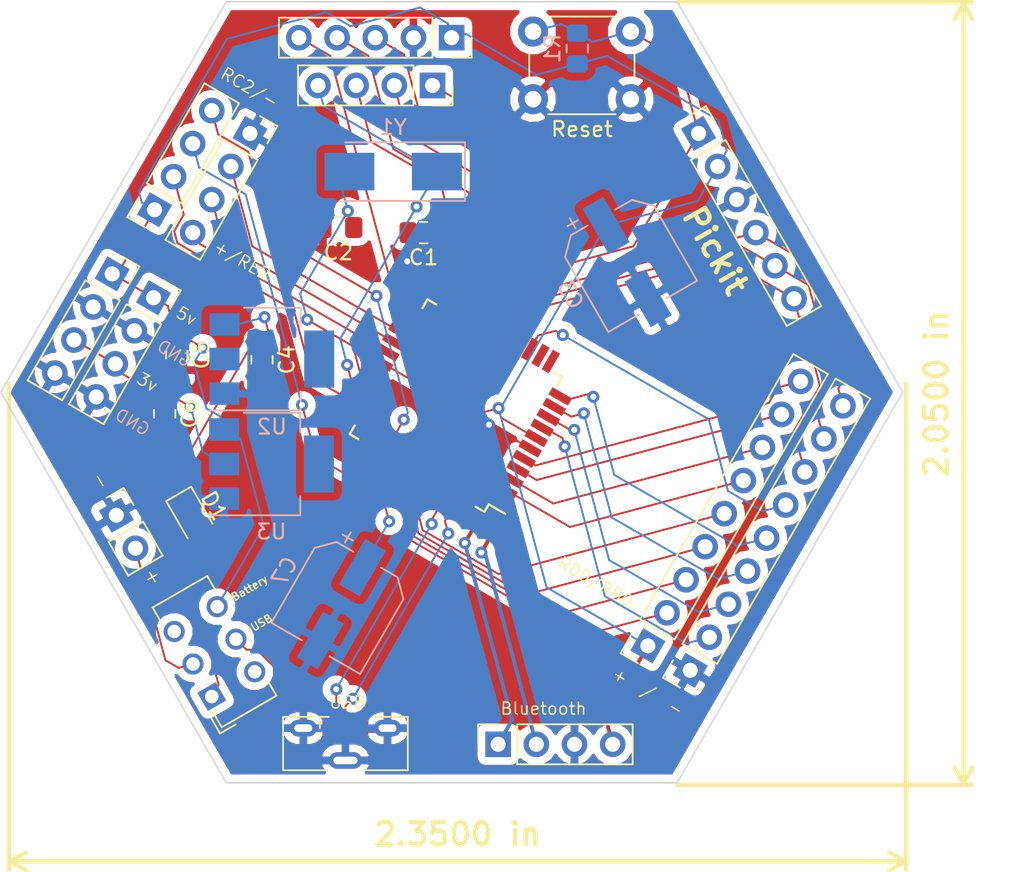
<source format=kicad_pcb>
(kicad_pcb (version 20171130) (host pcbnew "(5.0.2)-1")

  (general
    (thickness 1.6)
    (drawings 23)
    (tracks 303)
    (zones 0)
    (modules 27)
    (nets 44)
  )

  (page A4)
  (layers
    (0 F.Cu signal hide)
    (31 B.Cu signal hide)
    (32 B.Adhes user)
    (33 F.Adhes user)
    (34 B.Paste user)
    (35 F.Paste user)
    (36 B.SilkS user)
    (37 F.SilkS user)
    (38 B.Mask user)
    (39 F.Mask user)
    (40 Dwgs.User user)
    (41 Cmts.User user)
    (42 Eco1.User user)
    (43 Eco2.User user)
    (44 Edge.Cuts user)
    (45 Margin user)
    (46 B.CrtYd user)
    (47 F.CrtYd user)
    (48 B.Fab user)
    (49 F.Fab user hide)
  )

  (setup
    (last_trace_width 0.254)
    (user_trace_width 0.127)
    (user_trace_width 0.254)
    (user_trace_width 0.508)
    (user_trace_width 1)
    (user_trace_width 1.5)
    (trace_clearance 0.2)
    (zone_clearance 0.508)
    (zone_45_only no)
    (trace_min 0.127)
    (segment_width 0.2)
    (edge_width 0.1)
    (via_size 0.8)
    (via_drill 0.4)
    (via_min_size 0.5)
    (via_min_drill 0.4)
    (uvia_size 0.3)
    (uvia_drill 0.1)
    (uvias_allowed no)
    (uvia_min_size 0.2)
    (uvia_min_drill 0.1)
    (pcb_text_width 0.3)
    (pcb_text_size 1.5 1.5)
    (mod_edge_width 0.15)
    (mod_text_size 1 1)
    (mod_text_width 0.15)
    (pad_size 1.5 1.5)
    (pad_drill 0.6)
    (pad_to_mask_clearance 0)
    (solder_mask_min_width 0.25)
    (aux_axis_origin 0 0)
    (visible_elements 7FFFFFFF)
    (pcbplotparams
      (layerselection 0x010fc_ffffffff)
      (usegerberextensions false)
      (usegerberattributes false)
      (usegerberadvancedattributes false)
      (creategerberjobfile false)
      (excludeedgelayer true)
      (linewidth 0.100000)
      (plotframeref false)
      (viasonmask false)
      (mode 1)
      (useauxorigin false)
      (hpglpennumber 1)
      (hpglpenspeed 20)
      (hpglpendiameter 15.000000)
      (psnegative false)
      (psa4output false)
      (plotreference true)
      (plotvalue true)
      (plotinvisibletext false)
      (padsonsilk false)
      (subtractmaskfromsilk false)
      (outputformat 1)
      (mirror false)
      (drillshape 1)
      (scaleselection 1)
      (outputdirectory ""))
  )

  (net 0 "")
  (net 1 GND)
  (net 2 /RA6)
  (net 3 /CLK1)
  (net 4 VCC)
  (net 5 "Net-(C4-Pad1)")
  (net 6 /3V)
  (net 7 "Net-(C7-Pad1)")
  (net 8 "Net-(D1-Pad2)")
  (net 9 "Net-(J1-Pad2)")
  (net 10 /MCLR)
  (net 11 /PGD)
  (net 12 /PGC)
  (net 13 /PGM)
  (net 14 /Va)
  (net 15 /D-)
  (net 16 /D+)
  (net 17 /RA0)
  (net 18 /RA2)
  (net 19 /RA4)
  (net 20 /RA1)
  (net 21 /RA3)
  (net 22 /RA5)
  (net 23 /RB0)
  (net 24 /RB1)
  (net 25 /RB2)
  (net 26 /RB3)
  (net 27 /RB4)
  (net 28 /RC2)
  (net 29 /RC1)
  (net 30 /RC0)
  (net 31 /Tx)
  (net 32 /Rx)
  (net 33 /RD7)
  (net 34 /RD6)
  (net 35 /RD5)
  (net 36 /RD4)
  (net 37 /RD3)
  (net 38 /RD2)
  (net 39 /RD1)
  (net 40 /RD0)
  (net 41 /RE2)
  (net 42 /RE1)
  (net 43 /RE0)

  (net_class Default "Esta es la clase de red por defecto."
    (clearance 0.2)
    (trace_width 0.25)
    (via_dia 0.8)
    (via_drill 0.4)
    (uvia_dia 0.3)
    (uvia_drill 0.1)
    (add_net /3V)
    (add_net /CLK1)
    (add_net /D+)
    (add_net /D-)
    (add_net /MCLR)
    (add_net /PGC)
    (add_net /PGD)
    (add_net /PGM)
    (add_net /RA0)
    (add_net /RA1)
    (add_net /RA2)
    (add_net /RA3)
    (add_net /RA4)
    (add_net /RA5)
    (add_net /RA6)
    (add_net /RB0)
    (add_net /RB1)
    (add_net /RB2)
    (add_net /RB3)
    (add_net /RB4)
    (add_net /RC0)
    (add_net /RC1)
    (add_net /RC2)
    (add_net /RD0)
    (add_net /RD1)
    (add_net /RD2)
    (add_net /RD3)
    (add_net /RD4)
    (add_net /RD5)
    (add_net /RD6)
    (add_net /RD7)
    (add_net /RE0)
    (add_net /RE1)
    (add_net /RE2)
    (add_net /Rx)
    (add_net /Tx)
    (add_net /Va)
    (add_net GND)
    (add_net "Net-(C4-Pad1)")
    (add_net "Net-(C7-Pad1)")
    (add_net "Net-(D1-Pad2)")
    (add_net "Net-(J1-Pad2)")
    (add_net VCC)
  )

  (module Connector_PinSocket_2.54mm:PinSocket_1x09_P2.54mm_Vertical (layer F.Cu) (tedit 5CC86BDB) (tstamp 5CC14EB3)
    (at 89.496927 177.438025 150)
    (descr "Through hole straight socket strip, 1x09, 2.54mm pitch, single row (from Kicad 4.0.7), script generated")
    (tags "Through hole socket strip THT 1x09 2.54mm single row")
    (path /5CABB223)
    (fp_text reference J11 (at 0 -2.77 150) (layer F.SilkS) hide
      (effects (font (size 1 1) (thickness 0.15)))
    )
    (fp_text value "PUERTO D" (at 0 23.09 150) (layer F.Fab)
      (effects (font (size 1 1) (thickness 0.15)))
    )
    (fp_line (start -1.27 -1.27) (end 0.635 -1.27) (layer F.Fab) (width 0.1))
    (fp_line (start 0.635 -1.27) (end 1.27 -0.635) (layer F.Fab) (width 0.1))
    (fp_line (start 1.27 -0.635) (end 1.27 21.59) (layer F.Fab) (width 0.1))
    (fp_line (start 1.27 21.59) (end -1.27 21.589999) (layer F.Fab) (width 0.1))
    (fp_line (start -1.27 21.589999) (end -1.27 -1.27) (layer F.Fab) (width 0.1))
    (fp_line (start -1.33 1.27) (end 1.33 1.27) (layer F.SilkS) (width 0.12))
    (fp_line (start -1.33 1.27) (end -1.33 21.65) (layer F.SilkS) (width 0.12))
    (fp_line (start -1.33 21.65) (end 1.33 21.65) (layer F.SilkS) (width 0.12))
    (fp_line (start 1.33 1.27) (end 1.33 21.65) (layer F.SilkS) (width 0.12))
    (fp_line (start 1.33 -1.33) (end 1.33 0) (layer F.SilkS) (width 0.12))
    (fp_line (start 0 -1.33) (end 1.33 -1.33) (layer F.SilkS) (width 0.12))
    (fp_line (start -1.8 -1.8) (end 1.749999 -1.8) (layer F.CrtYd) (width 0.05))
    (fp_line (start 1.749999 -1.8) (end 1.749999 22.1) (layer F.CrtYd) (width 0.05))
    (fp_line (start 1.749999 22.1) (end -1.8 22.1) (layer F.CrtYd) (width 0.05))
    (fp_line (start -1.8 22.1) (end -1.8 -1.8) (layer F.CrtYd) (width 0.05))
    (fp_text user %R (at 0 10.16 240) (layer F.Fab)
      (effects (font (size 1 1) (thickness 0.15)))
    )
    (pad 1 thru_hole rect (at 0 0 150) (size 1.7 1.7) (drill 1) (layers *.Cu *.Mask)
      (net 4 VCC))
    (pad 2 thru_hole oval (at 0 2.54 150) (size 1.7 1.7) (drill 1) (layers *.Cu *.Mask)
      (net 40 /RD0))
    (pad 3 thru_hole oval (at 0 5.08 150) (size 1.7 1.7) (drill 1) (layers *.Cu *.Mask)
      (net 39 /RD1))
    (pad 4 thru_hole oval (at 0 7.62 150) (size 1.7 1.7) (drill 1) (layers *.Cu *.Mask)
      (net 38 /RD2))
    (pad 5 thru_hole oval (at 0 10.16 150) (size 1.7 1.7) (drill 1) (layers *.Cu *.Mask)
      (net 37 /RD3))
    (pad 6 thru_hole oval (at 0 12.7 150) (size 1.7 1.7) (drill 1) (layers *.Cu *.Mask)
      (net 36 /RD4))
    (pad 7 thru_hole oval (at 0 15.24 150) (size 1.7 1.7) (drill 1) (layers *.Cu *.Mask)
      (net 35 /RD5))
    (pad 8 thru_hole oval (at 0 17.78 150) (size 1.7 1.7) (drill 1) (layers *.Cu *.Mask)
      (net 34 /RD6))
    (pad 9 thru_hole oval (at 0 20.32 150) (size 1.7 1.7) (drill 1) (layers *.Cu *.Mask)
      (net 33 /RD7))
    (model ${KISYS3DMOD}/Connector_PinSocket_2.54mm.3dshapes/PinSocket_1x09_P2.54mm_Vertical.wrl
      (at (xyz 0 0 0))
      (scale (xyz 1 1 1))
      (rotate (xyz 0 0 0))
    )
  )

  (module Connector_USB:USB_Micro-B_Molex-105133-0001 (layer F.Cu) (tedit 5CC86C02) (tstamp 5CC14E18)
    (at 69.375742 183.985393)
    (descr "Molex Vertical Micro USB Typ-B (http://www.molex.com/pdm_docs/sd/1051330001_sd.pdf)")
    (tags "Micro-USB SMD Typ-B Vertical")
    (path /5CA9F58F)
    (attr smd)
    (fp_text reference J5 (at 0 -2.85) (layer F.SilkS) hide
      (effects (font (size 1 1) (thickness 0.15)))
    )
    (fp_text value USB_B_Micro (at -0.025 3) (layer F.Fab)
      (effects (font (size 1 1) (thickness 0.15)))
    )
    (fp_line (start 4.5 2.13) (end 4.5 -2.13) (layer F.CrtYd) (width 0.05))
    (fp_line (start -4.5 2.13) (end 4.5 2.13) (layer F.CrtYd) (width 0.05))
    (fp_line (start -4.5 -2.13) (end 4.5 -2.13) (layer F.CrtYd) (width 0.05))
    (fp_line (start -4.5 2.13) (end -4.5 -2.13) (layer F.CrtYd) (width 0.05))
    (fp_line (start -1.075 -2.075) (end -1.075 -1.85) (layer F.Fab) (width 0.1))
    (fp_line (start -1.525 -1.85) (end -1.525 -2.075) (layer F.Fab) (width 0.1))
    (fp_line (start -1.3 -1.675) (end -1.075 -1.85) (layer F.Fab) (width 0.1))
    (fp_line (start -1.525 -2.075) (end -1.075 -2.075) (layer F.Fab) (width 0.1))
    (fp_line (start -1.3 -1.675) (end -1.525 -1.85) (layer F.Fab) (width 0.1))
    (fp_line (start 2 -1.825) (end 4.149999 -1.825) (layer F.SilkS) (width 0.12))
    (fp_line (start 4.15 1.725) (end 1.25 1.725) (layer F.SilkS) (width 0.12))
    (fp_line (start -4.15 -1.824999) (end -4.15 1.725) (layer F.SilkS) (width 0.12))
    (fp_line (start -4.15 1.725) (end -1.25 1.725) (layer F.SilkS) (width 0.12))
    (fp_line (start 4.149999 -1.825) (end 4.15 1.725) (layer F.SilkS) (width 0.12))
    (fp_line (start -2 -1.825) (end -4.15 -1.824999) (layer F.SilkS) (width 0.12))
    (fp_line (start -1.7 -1.825) (end -1.1 -1.825) (layer F.SilkS) (width 0.12))
    (fp_line (start -1.7 -1.075) (end -1.7 -1.825) (layer F.SilkS) (width 0.12))
    (fp_line (start 4 -1.434999) (end -4.000001 -1.435) (layer F.Fab) (width 0.1))
    (fp_line (start -4 1.565) (end 4 1.565) (layer F.Fab) (width 0.1))
    (fp_line (start 4 1.565) (end 4 -1.434999) (layer F.Fab) (width 0.1))
    (fp_line (start -4 1.565) (end -4.000001 -1.435) (layer F.Fab) (width 0.1))
    (fp_text user %R (at 0 -0.375) (layer F.Fab)
      (effects (font (size 1 1) (thickness 0.15)))
    )
    (pad 6 thru_hole oval (at 0 1.075) (size 2.2 1.1) (drill oval 1.6 0.5) (layers *.Cu *.Mask)
      (net 1 GND))
    (pad 6 thru_hole oval (at 2.8 -1.075) (size 1.8 1.1) (drill oval 1.2 0.5) (layers *.Cu *.Mask)
      (net 1 GND))
    (pad 6 thru_hole oval (at -2.8 -1.075) (size 1.8 1.1) (drill oval 1.2 0.5) (layers *.Cu *.Mask)
      (net 1 GND))
    (pad 1 smd rect (at -1.3 -0.825) (size 0.45 1.5) (layers F.Cu F.Paste F.Mask)
      (net 14 /Va))
    (pad 5 smd rect (at 1.3 -0.825) (size 0.45 1.5) (layers F.Cu F.Paste F.Mask)
      (net 1 GND))
    (pad 2 smd rect (at -0.65 -0.825) (size 0.45 1.5) (layers F.Cu F.Paste F.Mask)
      (net 15 /D-))
    (pad 4 smd rect (at 0.65 -0.825) (size 0.45 1.5) (layers F.Cu F.Paste F.Mask)
      (net 1 GND))
    (pad 3 smd rect (at 0 -0.825) (size 0.45 1.5) (layers F.Cu F.Paste F.Mask)
      (net 16 /D+))
    (model ${KISYS3DMOD}/Connector_USB.3dshapes/USB_Micro-B_Molex-105133-0001.wrl
      (at (xyz 0 0 0))
      (scale (xyz 1 1 1))
      (rotate (xyz 0 0 0))
    )
  )

  (module Crystal:Crystal_SMD_0603-2Pin_6.0x3.5mm_HandSoldering (layer B.Cu) (tedit 5A0FD1B2) (tstamp 5CC1C6A4)
    (at 72.550741 145.885394 180)
    (descr "SMD Crystal SERIES SMD0603/2 http://www.petermann-technik.de/fileadmin/petermann/pdf/SMD0603-2.pdf, hand-soldering, 6.0x3.5mm^2 package")
    (tags "SMD SMT crystal hand-soldering")
    (path /5CBC5CA1)
    (attr smd)
    (fp_text reference Y1 (at 0 2.95 180) (layer B.SilkS)
      (effects (font (size 1 1) (thickness 0.15)) (justify mirror))
    )
    (fp_text value Crystal (at 0 -2.95 180) (layer B.Fab)
      (effects (font (size 1 1) (thickness 0.15)) (justify mirror))
    )
    (fp_text user %R (at 0 0 180) (layer B.Fab)
      (effects (font (size 1 1) (thickness 0.15)) (justify mirror))
    )
    (fp_line (start -2.9 1.749999) (end 2.900001 1.75) (layer B.Fab) (width 0.1))
    (fp_line (start 2.900001 1.75) (end 3 1.65) (layer B.Fab) (width 0.1))
    (fp_line (start 3 1.65) (end 3 -1.65) (layer B.Fab) (width 0.1))
    (fp_line (start 3 -1.65) (end 2.9 -1.749999) (layer B.Fab) (width 0.1))
    (fp_line (start 2.9 -1.749999) (end -2.900001 -1.75) (layer B.Fab) (width 0.1))
    (fp_line (start -2.900001 -1.75) (end -3 -1.65) (layer B.Fab) (width 0.1))
    (fp_line (start -3 -1.65) (end -3 1.65) (layer B.Fab) (width 0.1))
    (fp_line (start -3 1.65) (end -2.9 1.749999) (layer B.Fab) (width 0.1))
    (fp_line (start -3 -0.75) (end -2 -1.75) (layer B.Fab) (width 0.1))
    (fp_line (start 3.2 1.95) (end -4.775 1.950001) (layer B.SilkS) (width 0.12))
    (fp_line (start -4.775 1.950001) (end -4.775 -1.95) (layer B.SilkS) (width 0.12))
    (fp_line (start -4.775 -1.95) (end 3.2 -1.950001) (layer B.SilkS) (width 0.12))
    (fp_line (start -4.9 2) (end -4.899999 -2) (layer B.CrtYd) (width 0.05))
    (fp_line (start -4.899999 -2) (end 4.9 -2) (layer B.CrtYd) (width 0.05))
    (fp_line (start 4.9 -2) (end 4.899999 2) (layer B.CrtYd) (width 0.05))
    (fp_line (start 4.899999 2) (end -4.9 2) (layer B.CrtYd) (width 0.05))
    (fp_circle (center 0 0) (end 0.4 0) (layer B.Adhes) (width 0.1))
    (fp_circle (center 0 0) (end 0.333333 0.000001) (layer B.Adhes) (width 0.133333))
    (fp_circle (center 0 0) (end 0.213333 0.000001) (layer B.Adhes) (width 0.133333))
    (fp_circle (center 0 0) (end 0.093333 0.000001) (layer B.Adhes) (width 0.186667))
    (pad 1 smd rect (at -2.9125 0 180) (size 3.325 2.5) (layers B.Cu B.Paste B.Mask)
      (net 2 /RA6))
    (pad 2 smd rect (at 2.9125 0 180) (size 3.325 2.5) (layers B.Cu B.Paste B.Mask)
      (net 3 /CLK1))
    (model ${KISYS3DMOD}/Crystal.3dshapes/Crystal_SMD_0603-2Pin_6.0x3.5mm_HandSoldering.wrl
      (at (xyz 0 0 0))
      (scale (xyz 1 1 1))
      (rotate (xyz 0 0 0))
    )
  )

  (module Capacitor_SMD:C_0805_2012Metric_Pad1.15x1.40mm_HandSolder (layer F.Cu) (tedit 5B36C52B) (tstamp 5CC14CEF)
    (at 74.573825 149.946347 180)
    (descr "Capacitor SMD 0805 (2012 Metric), square (rectangular) end terminal, IPC_7351 nominal with elongated pad for handsoldering. (Body size source: https://docs.google.com/spreadsheets/d/1BsfQQcO9C6DZCsRaXUlFlo91Tg2WpOkGARC1WS5S8t0/edit?usp=sharing), generated with kicad-footprint-generator")
    (tags "capacitor handsolder")
    (path /5CBC5D2C)
    (attr smd)
    (fp_text reference C1 (at 0 -1.65 180) (layer F.SilkS)
      (effects (font (size 1 1) (thickness 0.15)))
    )
    (fp_text value 22pf (at 0 1.65 180) (layer F.Fab)
      (effects (font (size 1 1) (thickness 0.15)))
    )
    (fp_text user %R (at 0 0 180) (layer F.Fab)
      (effects (font (size 0.5 0.5) (thickness 0.08)))
    )
    (fp_line (start 1.85 0.95) (end -1.85 0.95) (layer F.CrtYd) (width 0.05))
    (fp_line (start 1.85 -0.95) (end 1.85 0.95) (layer F.CrtYd) (width 0.05))
    (fp_line (start -1.85 -0.95) (end 1.85 -0.95) (layer F.CrtYd) (width 0.05))
    (fp_line (start -1.85 0.95) (end -1.85 -0.95) (layer F.CrtYd) (width 0.05))
    (fp_line (start -0.261252 0.71) (end 0.261252 0.71) (layer F.SilkS) (width 0.12))
    (fp_line (start -0.261252 -0.71) (end 0.261252 -0.71) (layer F.SilkS) (width 0.12))
    (fp_line (start 1 0.6) (end -1 0.6) (layer F.Fab) (width 0.1))
    (fp_line (start 1 -0.6) (end 1 0.6) (layer F.Fab) (width 0.1))
    (fp_line (start -1 -0.6) (end 1 -0.6) (layer F.Fab) (width 0.1))
    (fp_line (start -1 0.6) (end -1 -0.6) (layer F.Fab) (width 0.1))
    (pad 2 smd roundrect (at 1.025 0 180) (size 1.15 1.4) (layers F.Cu F.Paste F.Mask) (roundrect_rratio 0.217391)
      (net 2 /RA6))
    (pad 1 smd roundrect (at -1.025 0 180) (size 1.15 1.4) (layers F.Cu F.Paste F.Mask) (roundrect_rratio 0.217391)
      (net 1 GND))
    (model ${KISYS3DMOD}/Capacitor_SMD.3dshapes/C_0805_2012Metric.wrl
      (at (xyz 0 0 0))
      (scale (xyz 1 1 1))
      (rotate (xyz 0 0 0))
    )
  )

  (module Capacitor_SMD:C_0805_2012Metric_Pad1.15x1.40mm_HandSolder (layer F.Cu) (tedit 5B36C52B) (tstamp 5CC14D00)
    (at 68.904416 149.606052 180)
    (descr "Capacitor SMD 0805 (2012 Metric), square (rectangular) end terminal, IPC_7351 nominal with elongated pad for handsoldering. (Body size source: https://docs.google.com/spreadsheets/d/1BsfQQcO9C6DZCsRaXUlFlo91Tg2WpOkGARC1WS5S8t0/edit?usp=sharing), generated with kicad-footprint-generator")
    (tags "capacitor handsolder")
    (path /5CBC5E1E)
    (attr smd)
    (fp_text reference C2 (at 0 -1.65 180) (layer F.SilkS)
      (effects (font (size 1 1) (thickness 0.15)))
    )
    (fp_text value 22pf (at 0 1.65 180) (layer F.Fab)
      (effects (font (size 1 1) (thickness 0.15)))
    )
    (fp_text user %R (at 0 0 180) (layer F.Fab)
      (effects (font (size 0.5 0.5) (thickness 0.08)))
    )
    (fp_line (start 1.85 0.95) (end -1.85 0.95) (layer F.CrtYd) (width 0.05))
    (fp_line (start 1.85 -0.95) (end 1.85 0.95) (layer F.CrtYd) (width 0.05))
    (fp_line (start -1.85 -0.95) (end 1.85 -0.95) (layer F.CrtYd) (width 0.05))
    (fp_line (start -1.85 0.95) (end -1.85 -0.95) (layer F.CrtYd) (width 0.05))
    (fp_line (start -0.261252 0.71) (end 0.261252 0.71) (layer F.SilkS) (width 0.12))
    (fp_line (start -0.261252 -0.71) (end 0.261252 -0.71) (layer F.SilkS) (width 0.12))
    (fp_line (start 1 0.6) (end -1 0.6) (layer F.Fab) (width 0.1))
    (fp_line (start 1 -0.6) (end 1 0.6) (layer F.Fab) (width 0.1))
    (fp_line (start -1 -0.6) (end 1 -0.6) (layer F.Fab) (width 0.1))
    (fp_line (start -1 0.6) (end -1 -0.6) (layer F.Fab) (width 0.1))
    (pad 2 smd roundrect (at 1.025 0 180) (size 1.15 1.4) (layers F.Cu F.Paste F.Mask) (roundrect_rratio 0.217391)
      (net 1 GND))
    (pad 1 smd roundrect (at -1.025 0 180) (size 1.15 1.4) (layers F.Cu F.Paste F.Mask) (roundrect_rratio 0.217391)
      (net 3 /CLK1))
    (model ${KISYS3DMOD}/Capacitor_SMD.3dshapes/C_0805_2012Metric.wrl
      (at (xyz 0 0 0))
      (scale (xyz 1 1 1))
      (rotate (xyz 0 0 0))
    )
  )

  (module Capacitor_SMD:C_0805_2012Metric_Pad1.15x1.40mm_HandSolder (layer F.Cu) (tedit 5B36C52B) (tstamp 5CC14D39)
    (at 63.824416 158.40487 270)
    (descr "Capacitor SMD 0805 (2012 Metric), square (rectangular) end terminal, IPC_7351 nominal with elongated pad for handsoldering. (Body size source: https://docs.google.com/spreadsheets/d/1BsfQQcO9C6DZCsRaXUlFlo91Tg2WpOkGARC1WS5S8t0/edit?usp=sharing), generated with kicad-footprint-generator")
    (tags "capacitor handsolder")
    (path /5CCA96FF)
    (attr smd)
    (fp_text reference C4 (at 0 -1.65 270) (layer F.SilkS)
      (effects (font (size 1 1) (thickness 0.15)))
    )
    (fp_text value C (at 0 1.65 270) (layer F.Fab)
      (effects (font (size 1 1) (thickness 0.15)))
    )
    (fp_text user %R (at 0 0 270) (layer F.Fab)
      (effects (font (size 0.5 0.5) (thickness 0.08)))
    )
    (fp_line (start 1.85 0.95) (end -1.85 0.95) (layer F.CrtYd) (width 0.05))
    (fp_line (start 1.85 -0.95) (end 1.85 0.95) (layer F.CrtYd) (width 0.05))
    (fp_line (start -1.85 -0.95) (end 1.85 -0.95) (layer F.CrtYd) (width 0.05))
    (fp_line (start -1.85 0.95) (end -1.85 -0.95) (layer F.CrtYd) (width 0.05))
    (fp_line (start -0.261252 0.71) (end 0.261252 0.71) (layer F.SilkS) (width 0.12))
    (fp_line (start -0.261252 -0.71) (end 0.261252 -0.71) (layer F.SilkS) (width 0.12))
    (fp_line (start 1 0.6) (end -1 0.6) (layer F.Fab) (width 0.1))
    (fp_line (start 1 -0.6) (end 1 0.6) (layer F.Fab) (width 0.1))
    (fp_line (start -1 -0.6) (end 1 -0.6) (layer F.Fab) (width 0.1))
    (fp_line (start -1 0.6) (end -1 -0.6) (layer F.Fab) (width 0.1))
    (pad 2 smd roundrect (at 1.025 0 270) (size 1.15 1.4) (layers F.Cu F.Paste F.Mask) (roundrect_rratio 0.217391)
      (net 1 GND))
    (pad 1 smd roundrect (at -1.025 0 270) (size 1.15 1.4) (layers F.Cu F.Paste F.Mask) (roundrect_rratio 0.217391)
      (net 5 "Net-(C4-Pad1)"))
    (model ${KISYS3DMOD}/Capacitor_SMD.3dshapes/C_0805_2012Metric.wrl
      (at (xyz 0 0 0))
      (scale (xyz 1 1 1))
      (rotate (xyz 0 0 0))
    )
  )

  (module Capacitor_SMD:C_0805_2012Metric_Pad1.15x1.40mm_HandSolder (layer F.Cu) (tedit 5B36C52B) (tstamp 5CC14D4A)
    (at 58.155007 158.064575 270)
    (descr "Capacitor SMD 0805 (2012 Metric), square (rectangular) end terminal, IPC_7351 nominal with elongated pad for handsoldering. (Body size source: https://docs.google.com/spreadsheets/d/1BsfQQcO9C6DZCsRaXUlFlo91Tg2WpOkGARC1WS5S8t0/edit?usp=sharing), generated with kicad-footprint-generator")
    (tags "capacitor handsolder")
    (path /5CCB867D)
    (attr smd)
    (fp_text reference C5 (at 0 -1.65 270) (layer F.SilkS)
      (effects (font (size 1 1) (thickness 0.15)))
    )
    (fp_text value C (at 0 1.65 270) (layer F.Fab)
      (effects (font (size 1 1) (thickness 0.15)))
    )
    (fp_text user %R (at 0 0 270) (layer F.Fab)
      (effects (font (size 0.5 0.5) (thickness 0.08)))
    )
    (fp_line (start 1.85 0.95) (end -1.85 0.95) (layer F.CrtYd) (width 0.05))
    (fp_line (start 1.85 -0.95) (end 1.85 0.95) (layer F.CrtYd) (width 0.05))
    (fp_line (start -1.85 -0.95) (end 1.85 -0.95) (layer F.CrtYd) (width 0.05))
    (fp_line (start -1.85 0.95) (end -1.85 -0.95) (layer F.CrtYd) (width 0.05))
    (fp_line (start -0.261252 0.71) (end 0.261252 0.71) (layer F.SilkS) (width 0.12))
    (fp_line (start -0.261252 -0.71) (end 0.261252 -0.71) (layer F.SilkS) (width 0.12))
    (fp_line (start 1 0.6) (end -1 0.6) (layer F.Fab) (width 0.1))
    (fp_line (start 1 -0.6) (end 1 0.6) (layer F.Fab) (width 0.1))
    (fp_line (start -1 -0.6) (end 1 -0.6) (layer F.Fab) (width 0.1))
    (fp_line (start -1 0.6) (end -1 -0.6) (layer F.Fab) (width 0.1))
    (pad 2 smd roundrect (at 1.025 0 270) (size 1.15 1.4) (layers F.Cu F.Paste F.Mask) (roundrect_rratio 0.217391)
      (net 1 GND))
    (pad 1 smd roundrect (at -1.025 0 270) (size 1.15 1.4) (layers F.Cu F.Paste F.Mask) (roundrect_rratio 0.217391)
      (net 4 VCC))
    (model ${KISYS3DMOD}/Capacitor_SMD.3dshapes/C_0805_2012Metric.wrl
      (at (xyz 0 0 0))
      (scale (xyz 1 1 1))
      (rotate (xyz 0 0 0))
    )
  )

  (module Capacitor_SMD:C_0805_2012Metric_Pad1.15x1.40mm_HandSolder (layer F.Cu) (tedit 5B36C52B) (tstamp 5CC14D5B)
    (at 57.349859 161.999131 270)
    (descr "Capacitor SMD 0805 (2012 Metric), square (rectangular) end terminal, IPC_7351 nominal with elongated pad for handsoldering. (Body size source: https://docs.google.com/spreadsheets/d/1BsfQQcO9C6DZCsRaXUlFlo91Tg2WpOkGARC1WS5S8t0/edit?usp=sharing), generated with kicad-footprint-generator")
    (tags "capacitor handsolder")
    (path /5CC16B61)
    (attr smd)
    (fp_text reference C6 (at 0 -1.65 270) (layer F.SilkS)
      (effects (font (size 1 1) (thickness 0.15)))
    )
    (fp_text value "104 " (at 0 1.65 270) (layer F.Fab)
      (effects (font (size 1 1) (thickness 0.15)))
    )
    (fp_line (start -1 0.6) (end -1 -0.6) (layer F.Fab) (width 0.1))
    (fp_line (start -1 -0.6) (end 1 -0.6) (layer F.Fab) (width 0.1))
    (fp_line (start 1 -0.6) (end 1 0.6) (layer F.Fab) (width 0.1))
    (fp_line (start 1 0.6) (end -1 0.6) (layer F.Fab) (width 0.1))
    (fp_line (start -0.261252 -0.71) (end 0.261252 -0.71) (layer F.SilkS) (width 0.12))
    (fp_line (start -0.261252 0.71) (end 0.261252 0.71) (layer F.SilkS) (width 0.12))
    (fp_line (start -1.85 0.95) (end -1.85 -0.95) (layer F.CrtYd) (width 0.05))
    (fp_line (start -1.85 -0.95) (end 1.85 -0.95) (layer F.CrtYd) (width 0.05))
    (fp_line (start 1.85 -0.95) (end 1.85 0.95) (layer F.CrtYd) (width 0.05))
    (fp_line (start 1.85 0.95) (end -1.85 0.95) (layer F.CrtYd) (width 0.05))
    (fp_text user %R (at 0 0 270) (layer F.Fab)
      (effects (font (size 0.5 0.5) (thickness 0.08)))
    )
    (pad 1 smd roundrect (at -1.025 0 270) (size 1.15 1.4) (layers F.Cu F.Paste F.Mask) (roundrect_rratio 0.217391)
      (net 6 /3V))
    (pad 2 smd roundrect (at 1.025 0 270) (size 1.15 1.4) (layers F.Cu F.Paste F.Mask) (roundrect_rratio 0.217391)
      (net 1 GND))
    (model ${KISYS3DMOD}/Capacitor_SMD.3dshapes/C_0805_2012Metric.wrl
      (at (xyz 0 0 0))
      (scale (xyz 1 1 1))
      (rotate (xyz 0 0 0))
    )
  )

  (module Diode_SMD:D_0805_2012Metric_Pad1.15x1.40mm_HandSolder (layer F.Cu) (tedit 5B4B45C8) (tstamp 5CC14D96)
    (at 59.209268 168.93854 300)
    (descr "Diode SMD 0805 (2012 Metric), square (rectangular) end terminal, IPC_7351 nominal, (Body size source: https://docs.google.com/spreadsheets/d/1BsfQQcO9C6DZCsRaXUlFlo91Tg2WpOkGARC1WS5S8t0/edit?usp=sharing), generated with kicad-footprint-generator")
    (tags "diode handsolder")
    (path /5CCA9638)
    (attr smd)
    (fp_text reference D1 (at 0 -1.65 300) (layer F.SilkS)
      (effects (font (size 1 1) (thickness 0.15)))
    )
    (fp_text value D (at 0 1.65 300) (layer F.Fab)
      (effects (font (size 1 1) (thickness 0.15)))
    )
    (fp_line (start 1 -0.6) (end -0.7 -0.6) (layer F.Fab) (width 0.1))
    (fp_line (start -0.7 -0.6) (end -1 -0.300001) (layer F.Fab) (width 0.1))
    (fp_line (start -1 -0.300001) (end -1 0.6) (layer F.Fab) (width 0.1))
    (fp_line (start -1 0.6) (end 1 0.6) (layer F.Fab) (width 0.1))
    (fp_line (start 1 0.6) (end 1 -0.6) (layer F.Fab) (width 0.1))
    (fp_line (start 1 -0.959999) (end -1.86 -0.96) (layer F.SilkS) (width 0.12))
    (fp_line (start -1.86 -0.96) (end -1.86 0.96) (layer F.SilkS) (width 0.12))
    (fp_line (start -1.86 0.96) (end 0.999999 0.96) (layer F.SilkS) (width 0.12))
    (fp_line (start -1.85 0.95) (end -1.85 -0.95) (layer F.CrtYd) (width 0.05))
    (fp_line (start -1.85 -0.95) (end 1.85 -0.95) (layer F.CrtYd) (width 0.05))
    (fp_line (start 1.85 -0.95) (end 1.85 0.95) (layer F.CrtYd) (width 0.05))
    (fp_line (start 1.85 0.95) (end -1.85 0.95) (layer F.CrtYd) (width 0.05))
    (fp_text user %R (at 0 0 300) (layer F.Fab)
      (effects (font (size 0.5 0.5) (thickness 0.08)))
    )
    (pad 1 smd roundrect (at -1.025 0 300) (size 1.15 1.4) (layers F.Cu F.Paste F.Mask) (roundrect_rratio 0.217391)
      (net 5 "Net-(C4-Pad1)"))
    (pad 2 smd roundrect (at 1.025 0 300) (size 1.15 1.4) (layers F.Cu F.Paste F.Mask) (roundrect_rratio 0.217391)
      (net 8 "Net-(D1-Pad2)"))
    (model ${KISYS3DMOD}/Diode_SMD.3dshapes/D_0805_2012Metric.wrl
      (at (xyz 0 0 0))
      (scale (xyz 1 1 1))
      (rotate (xyz 0 0 0))
    )
  )

  (module Connector_PinSocket_2.54mm:PinSocket_1x02_P2.54mm_Vertical (layer F.Cu) (tedit 5CC86C11) (tstamp 5CC14DAC)
    (at 54.135741 168.745394 30)
    (descr "Through hole straight socket strip, 1x02, 2.54mm pitch, single row (from Kicad 4.0.7), script generated")
    (tags "Through hole socket strip THT 1x02 2.54mm single row")
    (path /5CC501D7)
    (fp_text reference J1 (at 0 -2.77 30) (layer F.SilkS) hide
      (effects (font (size 1 1) (thickness 0.15)))
    )
    (fp_text value Bateria (at 0 5.31 30) (layer F.Fab)
      (effects (font (size 1 1) (thickness 0.15)))
    )
    (fp_text user %R (at 0 1.27 -240) (layer F.Fab)
      (effects (font (size 1 1) (thickness 0.15)))
    )
    (fp_line (start -1.8 4.3) (end -1.8 -1.8) (layer F.CrtYd) (width 0.05))
    (fp_line (start 1.749999 4.3) (end -1.8 4.3) (layer F.CrtYd) (width 0.05))
    (fp_line (start 1.749999 -1.8) (end 1.749999 4.3) (layer F.CrtYd) (width 0.05))
    (fp_line (start -1.8 -1.8) (end 1.749999 -1.8) (layer F.CrtYd) (width 0.05))
    (fp_line (start 0 -1.33) (end 1.33 -1.33) (layer F.SilkS) (width 0.12))
    (fp_line (start 1.33 -1.33) (end 1.33 0) (layer F.SilkS) (width 0.12))
    (fp_line (start 1.33 1.27) (end 1.33 3.87) (layer F.SilkS) (width 0.12))
    (fp_line (start -1.33 3.87) (end 1.33 3.87) (layer F.SilkS) (width 0.12))
    (fp_line (start -1.33 1.27) (end -1.33 3.87) (layer F.SilkS) (width 0.12))
    (fp_line (start -1.33 1.27) (end 1.33 1.27) (layer F.SilkS) (width 0.12))
    (fp_line (start -1.27 3.81) (end -1.27 -1.27) (layer F.Fab) (width 0.1))
    (fp_line (start 1.27 3.81) (end -1.27 3.81) (layer F.Fab) (width 0.1))
    (fp_line (start 1.27 -0.635) (end 1.27 3.81) (layer F.Fab) (width 0.1))
    (fp_line (start 0.635 -1.27) (end 1.27 -0.635) (layer F.Fab) (width 0.1))
    (fp_line (start -1.27 -1.27) (end 0.635 -1.27) (layer F.Fab) (width 0.1))
    (pad 2 thru_hole oval (at 0 2.54 30) (size 1.7 1.7) (drill 1) (layers *.Cu *.Mask)
      (net 9 "Net-(J1-Pad2)"))
    (pad 1 thru_hole rect (at 0 0 30) (size 1.7 1.7) (drill 1) (layers *.Cu *.Mask)
      (net 1 GND))
    (model ${KISYS3DMOD}/Connector_PinSocket_2.54mm.3dshapes/PinSocket_1x02_P2.54mm_Vertical.wrl
      (at (xyz 0 0 0))
      (scale (xyz 1 1 1))
      (rotate (xyz 0 0 0))
    )
  )

  (module Connector_PinSocket_2.54mm:PinSocket_1x06_P2.54mm_Vertical (layer F.Cu) (tedit 5CC86918) (tstamp 5CC14DC6)
    (at 92.870742 143.345394 30)
    (descr "Through hole straight socket strip, 1x06, 2.54mm pitch, single row (from Kicad 4.0.7), script generated")
    (tags "Through hole socket strip THT 1x06 2.54mm single row")
    (path /5CB3BE55)
    (fp_text reference J2 (at 0 -2.77 30) (layer F.SilkS) hide
      (effects (font (size 1 1) (thickness 0.15)))
    )
    (fp_text value Pickit (at 0 15.47 30) (layer F.Fab)
      (effects (font (size 1 1) (thickness 0.15)))
    )
    (fp_text user %R (at 0 6.35 -240) (layer F.Fab)
      (effects (font (size 1 1) (thickness 0.15)))
    )
    (fp_line (start -1.8 14.45) (end -1.8 -1.8) (layer F.CrtYd) (width 0.05))
    (fp_line (start 1.75 14.45) (end -1.8 14.45) (layer F.CrtYd) (width 0.05))
    (fp_line (start 1.749999 -1.8) (end 1.75 14.45) (layer F.CrtYd) (width 0.05))
    (fp_line (start -1.8 -1.8) (end 1.749999 -1.8) (layer F.CrtYd) (width 0.05))
    (fp_line (start 0 -1.33) (end 1.33 -1.33) (layer F.SilkS) (width 0.12))
    (fp_line (start 1.33 -1.33) (end 1.33 0) (layer F.SilkS) (width 0.12))
    (fp_line (start 1.33 1.27) (end 1.33 14.03) (layer F.SilkS) (width 0.12))
    (fp_line (start -1.33 14.03) (end 1.33 14.03) (layer F.SilkS) (width 0.12))
    (fp_line (start -1.33 1.27) (end -1.33 14.03) (layer F.SilkS) (width 0.12))
    (fp_line (start -1.33 1.27) (end 1.33 1.27) (layer F.SilkS) (width 0.12))
    (fp_line (start -1.27 13.97) (end -1.27 -1.27) (layer F.Fab) (width 0.1))
    (fp_line (start 1.27 13.97) (end -1.27 13.97) (layer F.Fab) (width 0.1))
    (fp_line (start 1.27 -0.635) (end 1.27 13.97) (layer F.Fab) (width 0.1))
    (fp_line (start 0.635 -1.27) (end 1.27 -0.635) (layer F.Fab) (width 0.1))
    (fp_line (start -1.27 -1.27) (end 0.635 -1.27) (layer F.Fab) (width 0.1))
    (pad 6 thru_hole oval (at 0 12.7 30) (size 1.7 1.7) (drill 1) (layers *.Cu *.Mask)
      (net 13 /PGM))
    (pad 5 thru_hole oval (at 0 10.16 30) (size 1.7 1.7) (drill 1) (layers *.Cu *.Mask)
      (net 12 /PGC))
    (pad 4 thru_hole oval (at 0 7.62 30) (size 1.7 1.7) (drill 1) (layers *.Cu *.Mask)
      (net 11 /PGD))
    (pad 3 thru_hole oval (at 0 5.08 30) (size 1.7 1.7) (drill 1) (layers *.Cu *.Mask)
      (net 1 GND))
    (pad 2 thru_hole oval (at 0 2.54 30) (size 1.7 1.7) (drill 1) (layers *.Cu *.Mask)
      (net 4 VCC))
    (pad 1 thru_hole rect (at 0 0 30) (size 1.7 1.7) (drill 1) (layers *.Cu *.Mask)
      (net 10 /MCLR))
    (model ${KISYS3DMOD}/Connector_PinSocket_2.54mm.3dshapes/PinSocket_1x06_P2.54mm_Vertical.wrl
      (at (xyz 0 0 0))
      (scale (xyz 1 1 1))
      (rotate (xyz 0 0 0))
    )
  )

  (module Connector_PinSocket_2.54mm:PinSocket_1x04_P2.54mm_Vertical (layer F.Cu) (tedit 5CC86DFD) (tstamp 5CC14DDE)
    (at 53.85781 152.688929 330)
    (descr "Through hole straight socket strip, 1x04, 2.54mm pitch, single row (from Kicad 4.0.7), script generated")
    (tags "Through hole socket strip THT 1x04 2.54mm single row")
    (path /5CB3BFF5)
    (fp_text reference J3 (at 0 -2.77 330) (layer F.SilkS) hide
      (effects (font (size 1 1) (thickness 0.15)))
    )
    (fp_text value "SOURCE 0" (at 0 10.39 330) (layer F.Fab)
      (effects (font (size 1 1) (thickness 0.15)))
    )
    (fp_line (start -1.27 -1.27) (end 0.635 -1.27) (layer F.Fab) (width 0.1))
    (fp_line (start 0.635 -1.27) (end 1.27 -0.635) (layer F.Fab) (width 0.1))
    (fp_line (start 1.27 -0.635) (end 1.27 8.89) (layer F.Fab) (width 0.1))
    (fp_line (start 1.27 8.89) (end -1.27 8.89) (layer F.Fab) (width 0.1))
    (fp_line (start -1.27 8.89) (end -1.27 -1.27) (layer F.Fab) (width 0.1))
    (fp_line (start -1.33 1.27) (end 1.33 1.27) (layer F.SilkS) (width 0.12))
    (fp_line (start -1.33 1.27) (end -1.33 8.95) (layer F.SilkS) (width 0.12))
    (fp_line (start -1.33 8.95) (end 1.33 8.95) (layer F.SilkS) (width 0.12))
    (fp_line (start 1.33 1.27) (end 1.33 8.95) (layer F.SilkS) (width 0.12))
    (fp_line (start 1.33 -1.33) (end 1.33 0) (layer F.SilkS) (width 0.12))
    (fp_line (start 0 -1.33) (end 1.33 -1.33) (layer F.SilkS) (width 0.12))
    (fp_line (start -1.8 -1.8) (end 1.749999 -1.8) (layer F.CrtYd) (width 0.05))
    (fp_line (start 1.749999 -1.8) (end 1.75 9.4) (layer F.CrtYd) (width 0.05))
    (fp_line (start 1.75 9.4) (end -1.8 9.4) (layer F.CrtYd) (width 0.05))
    (fp_line (start -1.8 9.4) (end -1.8 -1.8) (layer F.CrtYd) (width 0.05))
    (fp_text user %R (at 0 3.81 60) (layer F.Fab)
      (effects (font (size 1 1) (thickness 0.15)))
    )
    (pad 1 thru_hole rect (at 0 0 330) (size 1.7 1.7) (drill 1) (layers *.Cu *.Mask)
      (net 4 VCC))
    (pad 2 thru_hole oval (at 0 2.54 330) (size 1.7 1.7) (drill 1) (layers *.Cu *.Mask)
      (net 1 GND))
    (pad 3 thru_hole oval (at 0 5.08 330) (size 1.7 1.7) (drill 1) (layers *.Cu *.Mask)
      (net 6 /3V))
    (pad 4 thru_hole oval (at 0 7.62 330) (size 1.7 1.7) (drill 1) (layers *.Cu *.Mask)
      (net 1 GND))
    (model ${KISYS3DMOD}/Connector_PinSocket_2.54mm.3dshapes/PinSocket_1x04_P2.54mm_Vertical.wrl
      (at (xyz 0 0 0))
      (scale (xyz 1 1 1))
      (rotate (xyz 0 0 0))
    )
  )

  (module Connector_PinSocket_2.54mm:PinSocket_1x04_P2.54mm_Vertical (layer F.Cu) (tedit 5CC86E20) (tstamp 5CC14DF6)
    (at 56.607441 154.276429 330)
    (descr "Through hole straight socket strip, 1x04, 2.54mm pitch, single row (from Kicad 4.0.7), script generated")
    (tags "Through hole socket strip THT 1x04 2.54mm single row")
    (path /5CBB42EF)
    (fp_text reference J4 (at 0 -2.77 330) (layer F.SilkS) hide
      (effects (font (size 1 1) (thickness 0.15)))
    )
    (fp_text value "SOURCE 1" (at 0 10.39 330) (layer F.Fab)
      (effects (font (size 1 1) (thickness 0.15)))
    )
    (fp_text user %R (at 0 3.81 60) (layer F.Fab)
      (effects (font (size 1 1) (thickness 0.15)))
    )
    (fp_line (start -1.8 9.4) (end -1.8 -1.8) (layer F.CrtYd) (width 0.05))
    (fp_line (start 1.75 9.4) (end -1.8 9.4) (layer F.CrtYd) (width 0.05))
    (fp_line (start 1.749999 -1.8) (end 1.75 9.4) (layer F.CrtYd) (width 0.05))
    (fp_line (start -1.8 -1.8) (end 1.749999 -1.8) (layer F.CrtYd) (width 0.05))
    (fp_line (start 0 -1.33) (end 1.33 -1.33) (layer F.SilkS) (width 0.12))
    (fp_line (start 1.33 -1.33) (end 1.33 0) (layer F.SilkS) (width 0.12))
    (fp_line (start 1.33 1.27) (end 1.33 8.95) (layer F.SilkS) (width 0.12))
    (fp_line (start -1.33 8.95) (end 1.33 8.95) (layer F.SilkS) (width 0.12))
    (fp_line (start -1.33 1.27) (end -1.33 8.95) (layer F.SilkS) (width 0.12))
    (fp_line (start -1.33 1.27) (end 1.33 1.27) (layer F.SilkS) (width 0.12))
    (fp_line (start -1.27 8.89) (end -1.27 -1.27) (layer F.Fab) (width 0.1))
    (fp_line (start 1.27 8.89) (end -1.27 8.89) (layer F.Fab) (width 0.1))
    (fp_line (start 1.27 -0.635) (end 1.27 8.89) (layer F.Fab) (width 0.1))
    (fp_line (start 0.635 -1.27) (end 1.27 -0.635) (layer F.Fab) (width 0.1))
    (fp_line (start -1.27 -1.27) (end 0.635 -1.27) (layer F.Fab) (width 0.1))
    (pad 4 thru_hole oval (at 0 7.62 330) (size 1.7 1.7) (drill 1) (layers *.Cu *.Mask)
      (net 1 GND))
    (pad 3 thru_hole oval (at 0 5.08 330) (size 1.7 1.7) (drill 1) (layers *.Cu *.Mask)
      (net 6 /3V))
    (pad 2 thru_hole oval (at 0 2.54 330) (size 1.7 1.7) (drill 1) (layers *.Cu *.Mask)
      (net 1 GND))
    (pad 1 thru_hole rect (at 0 0 330) (size 1.7 1.7) (drill 1) (layers *.Cu *.Mask)
      (net 4 VCC))
    (model ${KISYS3DMOD}/Connector_PinSocket_2.54mm.3dshapes/PinSocket_1x04_P2.54mm_Vertical.wrl
      (at (xyz 0 0 0))
      (scale (xyz 1 1 1))
      (rotate (xyz 0 0 0))
    )
  )

  (module Connector_PinSocket_2.54mm:PinSocket_1x04_P2.54mm_Vertical (layer F.Cu) (tedit 5CC86E2A) (tstamp 5CC14E30)
    (at 75.171132 140.154129 270)
    (descr "Through hole straight socket strip, 1x04, 2.54mm pitch, single row (from Kicad 4.0.7), script generated")
    (tags "Through hole socket strip THT 1x04 2.54mm single row")
    (path /5CAF2BED)
    (fp_text reference J6 (at 0 -2.77 270) (layer F.SilkS) hide
      (effects (font (size 1 1) (thickness 0.15)))
    )
    (fp_text value "PUERTO A0" (at 0 10.39 270) (layer F.Fab)
      (effects (font (size 1 1) (thickness 0.15)))
    )
    (fp_text user %R (at 0 3.81) (layer F.Fab)
      (effects (font (size 1 1) (thickness 0.15)))
    )
    (fp_line (start -1.8 9.4) (end -1.8 -1.8) (layer F.CrtYd) (width 0.05))
    (fp_line (start 1.75 9.4) (end -1.8 9.4) (layer F.CrtYd) (width 0.05))
    (fp_line (start 1.75 -1.8) (end 1.75 9.4) (layer F.CrtYd) (width 0.05))
    (fp_line (start -1.8 -1.8) (end 1.75 -1.8) (layer F.CrtYd) (width 0.05))
    (fp_line (start 0 -1.33) (end 1.33 -1.33) (layer F.SilkS) (width 0.12))
    (fp_line (start 1.33 -1.33) (end 1.33 0) (layer F.SilkS) (width 0.12))
    (fp_line (start 1.33 1.27) (end 1.33 8.95) (layer F.SilkS) (width 0.12))
    (fp_line (start -1.33 8.95) (end 1.33 8.95) (layer F.SilkS) (width 0.12))
    (fp_line (start -1.33 1.27) (end -1.33 8.95) (layer F.SilkS) (width 0.12))
    (fp_line (start -1.33 1.27) (end 1.33 1.27) (layer F.SilkS) (width 0.12))
    (fp_line (start -1.27 8.89) (end -1.27 -1.27) (layer F.Fab) (width 0.1))
    (fp_line (start 1.27 8.89) (end -1.27 8.89) (layer F.Fab) (width 0.1))
    (fp_line (start 1.27 -0.635) (end 1.27 8.89) (layer F.Fab) (width 0.1))
    (fp_line (start 0.635 -1.27) (end 1.27 -0.635) (layer F.Fab) (width 0.1))
    (fp_line (start -1.27 -1.27) (end 0.635 -1.27) (layer F.Fab) (width 0.1))
    (pad 4 thru_hole oval (at 0 7.62 270) (size 1.7 1.7) (drill 1) (layers *.Cu *.Mask)
      (net 2 /RA6))
    (pad 3 thru_hole oval (at 0 5.08 270) (size 1.7 1.7) (drill 1) (layers *.Cu *.Mask)
      (net 19 /RA4))
    (pad 2 thru_hole oval (at 0 2.54 270) (size 1.7 1.7) (drill 1) (layers *.Cu *.Mask)
      (net 18 /RA2))
    (pad 1 thru_hole rect (at 0 0 270) (size 1.7 1.7) (drill 1) (layers *.Cu *.Mask)
      (net 17 /RA0))
    (model ${KISYS3DMOD}/Connector_PinSocket_2.54mm.3dshapes/PinSocket_1x04_P2.54mm_Vertical.wrl
      (at (xyz 0 0 0))
      (scale (xyz 1 1 1))
      (rotate (xyz 0 0 0))
    )
  )

  (module Connector_PinSocket_2.54mm:PinSocket_1x05_P2.54mm_Vertical (layer F.Cu) (tedit 5CC86E34) (tstamp 5CC14E49)
    (at 76.441132 136.979131 270)
    (descr "Through hole straight socket strip, 1x05, 2.54mm pitch, single row (from Kicad 4.0.7), script generated")
    (tags "Through hole socket strip THT 1x05 2.54mm single row")
    (path /5CAF54D8)
    (fp_text reference J7 (at 0 -2.77 270) (layer F.SilkS) hide
      (effects (font (size 1 1) (thickness 0.15)))
    )
    (fp_text value "PUERTO A1" (at 0 12.93 270) (layer F.Fab)
      (effects (font (size 1 1) (thickness 0.15)))
    )
    (fp_text user %R (at 0 5.08) (layer F.Fab)
      (effects (font (size 1 1) (thickness 0.15)))
    )
    (fp_line (start -1.8 11.9) (end -1.8 -1.8) (layer F.CrtYd) (width 0.05))
    (fp_line (start 1.75 11.9) (end -1.8 11.9) (layer F.CrtYd) (width 0.05))
    (fp_line (start 1.75 -1.8) (end 1.75 11.9) (layer F.CrtYd) (width 0.05))
    (fp_line (start -1.8 -1.8) (end 1.75 -1.8) (layer F.CrtYd) (width 0.05))
    (fp_line (start 0 -1.33) (end 1.33 -1.33) (layer F.SilkS) (width 0.12))
    (fp_line (start 1.33 -1.33) (end 1.33 0) (layer F.SilkS) (width 0.12))
    (fp_line (start 1.33 1.27) (end 1.33 11.49) (layer F.SilkS) (width 0.12))
    (fp_line (start -1.33 11.49) (end 1.33 11.49) (layer F.SilkS) (width 0.12))
    (fp_line (start -1.33 1.27) (end -1.33 11.49) (layer F.SilkS) (width 0.12))
    (fp_line (start -1.33 1.27) (end 1.33 1.27) (layer F.SilkS) (width 0.12))
    (fp_line (start -1.27 11.43) (end -1.27 -1.27) (layer F.Fab) (width 0.1))
    (fp_line (start 1.27 11.43) (end -1.27 11.43) (layer F.Fab) (width 0.1))
    (fp_line (start 1.27 -0.635) (end 1.27 11.43) (layer F.Fab) (width 0.1))
    (fp_line (start 0.635 -1.27) (end 1.27 -0.635) (layer F.Fab) (width 0.1))
    (fp_line (start -1.27 -1.27) (end 0.635 -1.27) (layer F.Fab) (width 0.1))
    (pad 5 thru_hole oval (at 0 10.16 270) (size 1.7 1.7) (drill 1) (layers *.Cu *.Mask)
      (net 22 /RA5))
    (pad 4 thru_hole oval (at 0 7.62 270) (size 1.7 1.7) (drill 1) (layers *.Cu *.Mask)
      (net 21 /RA3))
    (pad 3 thru_hole oval (at 0 5.08 270) (size 1.7 1.7) (drill 1) (layers *.Cu *.Mask)
      (net 20 /RA1))
    (pad 2 thru_hole oval (at 0 2.54 270) (size 1.7 1.7) (drill 1) (layers *.Cu *.Mask)
      (net 1 GND))
    (pad 1 thru_hole rect (at 0 0 270) (size 1.7 1.7) (drill 1) (layers *.Cu *.Mask)
      (net 4 VCC))
    (model ${KISYS3DMOD}/Connector_PinSocket_2.54mm.3dshapes/PinSocket_1x05_P2.54mm_Vertical.wrl
      (at (xyz 0 0 0))
      (scale (xyz 1 1 1))
      (rotate (xyz 0 0 0))
    )
  )

  (module Connector_PinSocket_2.54mm:PinSocket_1x09_P2.54mm_Vertical (layer F.Cu) (tedit 5CC86BFA) (tstamp 5CC14E66)
    (at 92.315838 179.065524 150)
    (descr "Through hole straight socket strip, 1x09, 2.54mm pitch, single row (from Kicad 4.0.7), script generated")
    (tags "Through hole socket strip THT 1x09 2.54mm single row")
    (path /5CAB888B)
    (fp_text reference J8 (at 0 -2.77 150) (layer F.SilkS) hide
      (effects (font (size 1 1) (thickness 0.15)))
    )
    (fp_text value "PUERTO B" (at 0 23.09 150) (layer F.Fab)
      (effects (font (size 1 1) (thickness 0.15)))
    )
    (fp_text user %R (at 0 10.16 240) (layer F.Fab)
      (effects (font (size 1 1) (thickness 0.15)))
    )
    (fp_line (start -1.8 22.1) (end -1.8 -1.8) (layer F.CrtYd) (width 0.05))
    (fp_line (start 1.749999 22.1) (end -1.8 22.1) (layer F.CrtYd) (width 0.05))
    (fp_line (start 1.749999 -1.8) (end 1.749999 22.1) (layer F.CrtYd) (width 0.05))
    (fp_line (start -1.8 -1.8) (end 1.749999 -1.8) (layer F.CrtYd) (width 0.05))
    (fp_line (start 0 -1.33) (end 1.33 -1.33) (layer F.SilkS) (width 0.12))
    (fp_line (start 1.33 -1.33) (end 1.33 0) (layer F.SilkS) (width 0.12))
    (fp_line (start 1.33 1.27) (end 1.33 21.65) (layer F.SilkS) (width 0.12))
    (fp_line (start -1.33 21.65) (end 1.33 21.65) (layer F.SilkS) (width 0.12))
    (fp_line (start -1.33 1.27) (end -1.33 21.65) (layer F.SilkS) (width 0.12))
    (fp_line (start -1.33 1.27) (end 1.33 1.27) (layer F.SilkS) (width 0.12))
    (fp_line (start -1.27 21.589999) (end -1.27 -1.27) (layer F.Fab) (width 0.1))
    (fp_line (start 1.27 21.59) (end -1.27 21.589999) (layer F.Fab) (width 0.1))
    (fp_line (start 1.27 -0.635) (end 1.27 21.59) (layer F.Fab) (width 0.1))
    (fp_line (start 0.635 -1.27) (end 1.27 -0.635) (layer F.Fab) (width 0.1))
    (fp_line (start -1.27 -1.27) (end 0.635 -1.27) (layer F.Fab) (width 0.1))
    (pad 9 thru_hole oval (at 0 20.32 150) (size 1.7 1.7) (drill 1) (layers *.Cu *.Mask)
      (net 11 /PGD))
    (pad 8 thru_hole oval (at 0 17.78 150) (size 1.7 1.7) (drill 1) (layers *.Cu *.Mask)
      (net 12 /PGC))
    (pad 7 thru_hole oval (at 0 15.24 150) (size 1.7 1.7) (drill 1) (layers *.Cu *.Mask)
      (net 13 /PGM))
    (pad 6 thru_hole oval (at 0 12.7 150) (size 1.7 1.7) (drill 1) (layers *.Cu *.Mask)
      (net 27 /RB4))
    (pad 5 thru_hole oval (at 0 10.16 150) (size 1.7 1.7) (drill 1) (layers *.Cu *.Mask)
      (net 26 /RB3))
    (pad 4 thru_hole oval (at 0 7.62 150) (size 1.7 1.7) (drill 1) (layers *.Cu *.Mask)
      (net 25 /RB2))
    (pad 3 thru_hole oval (at 0 5.08 150) (size 1.7 1.7) (drill 1) (layers *.Cu *.Mask)
      (net 24 /RB1))
    (pad 2 thru_hole oval (at 0 2.54 150) (size 1.7 1.7) (drill 1) (layers *.Cu *.Mask)
      (net 23 /RB0))
    (pad 1 thru_hole rect (at 0 0 150) (size 1.7 1.7) (drill 1) (layers *.Cu *.Mask)
      (net 1 GND))
    (model ${KISYS3DMOD}/Connector_PinSocket_2.54mm.3dshapes/PinSocket_1x09_P2.54mm_Vertical.wrl
      (at (xyz 0 0 0))
      (scale (xyz 1 1 1))
      (rotate (xyz 0 0 0))
    )
  )

  (module Connector_PinSocket_2.54mm:PinSocket_1x04_P2.54mm_Vertical (layer F.Cu) (tedit 5CC86E11) (tstamp 5CC14E7E)
    (at 56.675741 148.425393 150)
    (descr "Through hole straight socket strip, 1x04, 2.54mm pitch, single row (from Kicad 4.0.7), script generated")
    (tags "Through hole socket strip THT 1x04 2.54mm single row")
    (path /5CB03870)
    (fp_text reference J9 (at 0 -2.77 150) (layer F.SilkS) hide
      (effects (font (size 1 1) (thickness 0.15)))
    )
    (fp_text value "PUERTO C" (at 0 10.39 150) (layer F.Fab)
      (effects (font (size 1 1) (thickness 0.15)))
    )
    (fp_line (start -1.27 -1.27) (end 0.635 -1.27) (layer F.Fab) (width 0.1))
    (fp_line (start 0.635 -1.27) (end 1.27 -0.635) (layer F.Fab) (width 0.1))
    (fp_line (start 1.27 -0.635) (end 1.27 8.89) (layer F.Fab) (width 0.1))
    (fp_line (start 1.27 8.89) (end -1.27 8.89) (layer F.Fab) (width 0.1))
    (fp_line (start -1.27 8.89) (end -1.27 -1.27) (layer F.Fab) (width 0.1))
    (fp_line (start -1.33 1.27) (end 1.33 1.27) (layer F.SilkS) (width 0.12))
    (fp_line (start -1.33 1.27) (end -1.33 8.95) (layer F.SilkS) (width 0.12))
    (fp_line (start -1.33 8.95) (end 1.33 8.95) (layer F.SilkS) (width 0.12))
    (fp_line (start 1.33 1.27) (end 1.33 8.95) (layer F.SilkS) (width 0.12))
    (fp_line (start 1.33 -1.33) (end 1.33 0) (layer F.SilkS) (width 0.12))
    (fp_line (start 0 -1.33) (end 1.33 -1.33) (layer F.SilkS) (width 0.12))
    (fp_line (start -1.8 -1.8) (end 1.749999 -1.8) (layer F.CrtYd) (width 0.05))
    (fp_line (start 1.749999 -1.8) (end 1.75 9.4) (layer F.CrtYd) (width 0.05))
    (fp_line (start 1.75 9.4) (end -1.8 9.4) (layer F.CrtYd) (width 0.05))
    (fp_line (start -1.8 9.4) (end -1.8 -1.8) (layer F.CrtYd) (width 0.05))
    (fp_text user %R (at 0 3.81 240) (layer F.Fab)
      (effects (font (size 1 1) (thickness 0.15)))
    )
    (pad 1 thru_hole rect (at 0 0 150) (size 1.7 1.7) (drill 1) (layers *.Cu *.Mask)
      (net 4 VCC))
    (pad 2 thru_hole oval (at 0 2.54 150) (size 1.7 1.7) (drill 1) (layers *.Cu *.Mask)
      (net 30 /RC0))
    (pad 3 thru_hole oval (at 0 5.08 150) (size 1.7 1.7) (drill 1) (layers *.Cu *.Mask)
      (net 29 /RC1))
    (pad 4 thru_hole oval (at 0 7.62 150) (size 1.7 1.7) (drill 1) (layers *.Cu *.Mask)
      (net 28 /RC2))
    (model ${KISYS3DMOD}/Connector_PinSocket_2.54mm.3dshapes/PinSocket_1x04_P2.54mm_Vertical.wrl
      (at (xyz 0 0 0))
      (scale (xyz 1 1 1))
      (rotate (xyz 0 0 0))
    )
  )

  (module Connector_PinSocket_2.54mm:PinSocket_1x04_P2.54mm_Vertical (layer F.Cu) (tedit 5CC86BFD) (tstamp 5CC14E96)
    (at 79.535742 183.985393 90)
    (descr "Through hole straight socket strip, 1x04, 2.54mm pitch, single row (from Kicad 4.0.7), script generated")
    (tags "Through hole socket strip THT 1x04 2.54mm single row")
    (path /5CA9863C)
    (fp_text reference J10 (at 0 -2.77 90) (layer F.SilkS) hide
      (effects (font (size 1 1) (thickness 0.15)))
    )
    (fp_text value BLUETOOTH (at 0 10.39 90) (layer F.Fab)
      (effects (font (size 1 1) (thickness 0.15)))
    )
    (fp_text user %R (at 0 3.81 -180) (layer F.Fab)
      (effects (font (size 1 1) (thickness 0.15)))
    )
    (fp_line (start -1.8 9.4) (end -1.8 -1.8) (layer F.CrtYd) (width 0.05))
    (fp_line (start 1.75 9.4) (end -1.8 9.4) (layer F.CrtYd) (width 0.05))
    (fp_line (start 1.75 -1.8) (end 1.75 9.4) (layer F.CrtYd) (width 0.05))
    (fp_line (start -1.8 -1.8) (end 1.75 -1.8) (layer F.CrtYd) (width 0.05))
    (fp_line (start 0 -1.33) (end 1.33 -1.33) (layer F.SilkS) (width 0.12))
    (fp_line (start 1.33 -1.33) (end 1.33 0) (layer F.SilkS) (width 0.12))
    (fp_line (start 1.33 1.27) (end 1.33 8.95) (layer F.SilkS) (width 0.12))
    (fp_line (start -1.33 8.95) (end 1.33 8.95) (layer F.SilkS) (width 0.12))
    (fp_line (start -1.33 1.27) (end -1.33 8.95) (layer F.SilkS) (width 0.12))
    (fp_line (start -1.33 1.27) (end 1.33 1.27) (layer F.SilkS) (width 0.12))
    (fp_line (start -1.27 8.89) (end -1.27 -1.27) (layer F.Fab) (width 0.1))
    (fp_line (start 1.27 8.89) (end -1.27 8.89) (layer F.Fab) (width 0.1))
    (fp_line (start 1.27 -0.635) (end 1.27 8.89) (layer F.Fab) (width 0.1))
    (fp_line (start 0.635 -1.27) (end 1.27 -0.635) (layer F.Fab) (width 0.1))
    (fp_line (start -1.27 -1.27) (end 0.635 -1.27) (layer F.Fab) (width 0.1))
    (pad 4 thru_hole oval (at 0 7.62 90) (size 1.7 1.7) (drill 1) (layers *.Cu *.Mask)
      (net 4 VCC))
    (pad 3 thru_hole oval (at 0 5.08 90) (size 1.7 1.7) (drill 1) (layers *.Cu *.Mask)
      (net 1 GND))
    (pad 2 thru_hole oval (at 0 2.54 90) (size 1.7 1.7) (drill 1) (layers *.Cu *.Mask)
      (net 32 /Rx))
    (pad 1 thru_hole rect (at 0 0 90) (size 1.7 1.7) (drill 1) (layers *.Cu *.Mask)
      (net 31 /Tx))
    (model ${KISYS3DMOD}/Connector_PinSocket_2.54mm.3dshapes/PinSocket_1x04_P2.54mm_Vertical.wrl
      (at (xyz 0 0 0))
      (scale (xyz 1 1 1))
      (rotate (xyz 0 0 0))
    )
  )

  (module Connector_PinSocket_2.54mm:PinSocket_1x04_P2.54mm_Vertical (layer F.Cu) (tedit 5CC879E5) (tstamp 5CC14ECB)
    (at 63.025741 143.345393 330)
    (descr "Through hole straight socket strip, 1x04, 2.54mm pitch, single row (from Kicad 4.0.7), script generated")
    (tags "Through hole socket strip THT 1x04 2.54mm single row")
    (path /5CB05F32)
    (fp_text reference J12 (at 0 -2.77 330) (layer F.SilkS) hide
      (effects (font (size 1 1) (thickness 0.15)))
    )
    (fp_text value "PUERTO E" (at 0 10.39 330) (layer F.Fab)
      (effects (font (size 1 1) (thickness 0.15)))
    )
    (fp_line (start -1.27 -1.27) (end 0.635 -1.27) (layer F.Fab) (width 0.1))
    (fp_line (start 0.635 -1.27) (end 1.27 -0.635) (layer F.Fab) (width 0.1))
    (fp_line (start 1.27 -0.635) (end 1.27 8.89) (layer F.Fab) (width 0.1))
    (fp_line (start 1.27 8.89) (end -1.27 8.89) (layer F.Fab) (width 0.1))
    (fp_line (start -1.27 8.89) (end -1.27 -1.27) (layer F.Fab) (width 0.1))
    (fp_line (start -1.33 1.27) (end 1.33 1.27) (layer F.SilkS) (width 0.12))
    (fp_line (start -1.33 1.27) (end -1.33 8.95) (layer F.SilkS) (width 0.12))
    (fp_line (start -1.33 8.95) (end 1.33 8.95) (layer F.SilkS) (width 0.12))
    (fp_line (start 1.33 1.27) (end 1.33 8.95) (layer F.SilkS) (width 0.12))
    (fp_line (start 1.33 -1.33) (end 1.33 0) (layer F.SilkS) (width 0.12))
    (fp_line (start 0 -1.33) (end 1.33 -1.33) (layer F.SilkS) (width 0.12))
    (fp_line (start -1.8 -1.8) (end 1.749999 -1.8) (layer F.CrtYd) (width 0.05))
    (fp_line (start 1.749999 -1.8) (end 1.75 9.4) (layer F.CrtYd) (width 0.05))
    (fp_line (start 1.75 9.4) (end -1.8 9.4) (layer F.CrtYd) (width 0.05))
    (fp_line (start -1.8 9.4) (end -1.8 -1.8) (layer F.CrtYd) (width 0.05))
    (fp_text user %R (at 0 3.81 60) (layer F.Fab)
      (effects (font (size 1 1) (thickness 0.15)))
    )
    (pad 1 thru_hole rect (at 0 0 330) (size 1.7 1.7) (drill 1) (layers *.Cu *.Mask)
      (net 1 GND))
    (pad 2 thru_hole oval (at 0 2.54 330) (size 1.7 1.7) (drill 1) (layers *.Cu *.Mask)
      (net 43 /RE0))
    (pad 3 thru_hole oval (at 0 5.08 330) (size 1.7 1.7) (drill 1) (layers *.Cu *.Mask)
      (net 42 /RE1))
    (pad 4 thru_hole oval (at 0 7.62 330) (size 1.7 1.7) (drill 1) (layers *.Cu *.Mask)
      (net 41 /RE2))
    (model ${KISYS3DMOD}/Connector_PinSocket_2.54mm.3dshapes/PinSocket_1x04_P2.54mm_Vertical.wrl
      (at (xyz 0 0 0))
      (scale (xyz 1 1 1))
      (rotate (xyz 0 0 0))
    )
  )

  (module Resistor_SMD:R_0805_2012Metric_Pad1.15x1.40mm_HandSolder (layer B.Cu) (tedit 5B36C52B) (tstamp 5CC14EDC)
    (at 84.800949 137.696922 270)
    (descr "Resistor SMD 0805 (2012 Metric), square (rectangular) end terminal, IPC_7351 nominal with elongated pad for handsoldering. (Body size source: https://docs.google.com/spreadsheets/d/1BsfQQcO9C6DZCsRaXUlFlo91Tg2WpOkGARC1WS5S8t0/edit?usp=sharing), generated with kicad-footprint-generator")
    (tags "resistor handsolder")
    (path /5CB0F5B0)
    (attr smd)
    (fp_text reference R1 (at 0 1.65 270) (layer B.SilkS)
      (effects (font (size 1 1) (thickness 0.15)) (justify mirror))
    )
    (fp_text value R (at 0 -1.65 270) (layer B.Fab)
      (effects (font (size 1 1) (thickness 0.15)) (justify mirror))
    )
    (fp_text user %R (at 0 0 270) (layer B.Fab)
      (effects (font (size 0.5 0.5) (thickness 0.08)) (justify mirror))
    )
    (fp_line (start 1.85 -0.95) (end -1.85 -0.95) (layer B.CrtYd) (width 0.05))
    (fp_line (start 1.85 0.95) (end 1.85 -0.95) (layer B.CrtYd) (width 0.05))
    (fp_line (start -1.85 0.95) (end 1.85 0.95) (layer B.CrtYd) (width 0.05))
    (fp_line (start -1.85 -0.95) (end -1.85 0.95) (layer B.CrtYd) (width 0.05))
    (fp_line (start -0.261252 -0.71) (end 0.261252 -0.71) (layer B.SilkS) (width 0.12))
    (fp_line (start -0.261252 0.71) (end 0.261252 0.71) (layer B.SilkS) (width 0.12))
    (fp_line (start 1 -0.6) (end -1 -0.6) (layer B.Fab) (width 0.1))
    (fp_line (start 1 0.6) (end 1 -0.6) (layer B.Fab) (width 0.1))
    (fp_line (start -1 0.6) (end 1 0.6) (layer B.Fab) (width 0.1))
    (fp_line (start -1 -0.6) (end -1 0.6) (layer B.Fab) (width 0.1))
    (pad 2 smd roundrect (at 1.025 0 270) (size 1.15 1.4) (layers B.Cu B.Paste B.Mask) (roundrect_rratio 0.217391)
      (net 4 VCC))
    (pad 1 smd roundrect (at -1.025 0 270) (size 1.15 1.4) (layers B.Cu B.Paste B.Mask) (roundrect_rratio 0.217391)
      (net 10 /MCLR))
    (model ${KISYS3DMOD}/Resistor_SMD.3dshapes/R_0805_2012Metric.wrl
      (at (xyz 0 0 0))
      (scale (xyz 1 1 1))
      (rotate (xyz 0 0 0))
    )
  )

  (module Button_Switch_THT:SW_CuK_JS202011CQN_DPDT_Straight (layer F.Cu) (tedit 5CC86C0A) (tstamp 5CC14EF8)
    (at 60.485741 180.810393 120)
    (descr "CuK sub miniature slide switch, JS series, DPDT, right angle, http://www.ckswitches.com/media/1422/js.pdf")
    (tags "switch DPDT")
    (path /5CC56B01)
    (fp_text reference SW1 (at 2.75 -1.6 120) (layer F.SilkS) hide
      (effects (font (size 1 1) (thickness 0.15)))
    )
    (fp_text value SW_DPDT_x2 (at 3 5 120) (layer F.Fab)
      (effects (font (size 1 1) (thickness 0.15)))
    )
    (fp_line (start -1 -0.35) (end -2 0.650001) (layer F.Fab) (width 0.1))
    (fp_line (start -2.25 4.25) (end -2.25 -0.95) (layer F.CrtYd) (width 0.05))
    (fp_line (start 7.25 4.25) (end -2.25 4.25) (layer F.CrtYd) (width 0.05))
    (fp_line (start 7.25 -0.95) (end 7.25 4.25) (layer F.CrtYd) (width 0.05))
    (fp_line (start -2.25 -0.95) (end 7.25 -0.95) (layer F.CrtYd) (width 0.05))
    (fp_line (start -2.4 -0.75) (end -2.4 0.45) (layer F.SilkS) (width 0.12))
    (fp_line (start -1.2 -0.75) (end -2.4 -0.75) (layer F.SilkS) (width 0.12))
    (fp_line (start 7.1 3.75) (end 5.9 3.75) (layer F.SilkS) (width 0.12))
    (fp_line (start 7.099999 -0.45) (end 7.1 3.75) (layer F.SilkS) (width 0.12))
    (fp_line (start 5.9 -0.45) (end 7.099999 -0.45) (layer F.SilkS) (width 0.12))
    (fp_line (start -2.1 3.75) (end -0.9 3.75) (layer F.SilkS) (width 0.12))
    (fp_line (start -2.1 -0.449999) (end -2.1 3.75) (layer F.SilkS) (width 0.12))
    (fp_line (start -0.9 -0.45) (end -2.1 -0.449999) (layer F.SilkS) (width 0.12))
    (fp_text user %R (at 2 1.65 120) (layer F.Fab)
      (effects (font (size 1 1) (thickness 0.15)))
    )
    (fp_line (start -2 3.65) (end -2 0.650001) (layer F.Fab) (width 0.1))
    (fp_line (start 7 3.65) (end -2 3.65) (layer F.Fab) (width 0.1))
    (fp_line (start 7 -0.35) (end 7 3.65) (layer F.Fab) (width 0.1))
    (fp_line (start -1 -0.35) (end 7 -0.35) (layer F.Fab) (width 0.1))
    (pad 1 thru_hole rect (at 0 0 120) (size 1.4 1.4) (drill 0.9) (layers *.Cu *.Mask)
      (net 8 "Net-(D1-Pad2)"))
    (pad 2 thru_hole circle (at 2.5 0 120) (size 1.4 1.4) (drill 0.9) (layers *.Cu *.Mask)
      (net 9 "Net-(J1-Pad2)"))
    (pad 3 thru_hole circle (at 5 0 120) (size 1.4 1.4) (drill 0.9) (layers *.Cu *.Mask))
    (pad 4 thru_hole circle (at 0 3.3 120) (size 1.4 1.4) (drill 0.9) (layers *.Cu *.Mask))
    (pad 5 thru_hole circle (at 2.500001 3.3 120) (size 1.4 1.4) (drill 0.9) (layers *.Cu *.Mask)
      (net 14 /Va))
    (pad 6 thru_hole circle (at 5 3.3 120) (size 1.4 1.4) (drill 0.9) (layers *.Cu *.Mask)
      (net 4 VCC))
    (model ${KISYS3DMOD}/Button_Switch_THT.3dshapes/SW_CuK_JS202011CQN_DPDT_Straight.wrl
      (at (xyz 0 0 0))
      (scale (xyz 1 1 1))
      (rotate (xyz 0 0 0))
    )
  )

  (module Button_Switch_THT:SW_PUSH_6mm (layer F.Cu) (tedit 5CC867EA) (tstamp 5CC14F17)
    (at 88.355727 141.068978 180)
    (descr https://www.omron.com/ecb/products/pdf/en-b3f.pdf)
    (tags "tact sw push 6mm")
    (path /5CAF1843)
    (fp_text reference Reset (at 3.25 -2 180) (layer F.SilkS)
      (effects (font (size 1 1) (thickness 0.15)))
    )
    (fp_text value SW_Push (at 3.75 6.7 180) (layer F.Fab)
      (effects (font (size 1 1) (thickness 0.15)))
    )
    (fp_text user %R (at 3.25 2.25 180) (layer F.Fab)
      (effects (font (size 1 1) (thickness 0.15)))
    )
    (fp_line (start 3.25 -0.75) (end 6.25 -0.75) (layer F.Fab) (width 0.1))
    (fp_line (start 6.25 -0.75) (end 6.25 5.25) (layer F.Fab) (width 0.1))
    (fp_line (start 6.25 5.25) (end 0.25 5.25) (layer F.Fab) (width 0.1))
    (fp_line (start 0.25 5.25) (end 0.25 -0.75) (layer F.Fab) (width 0.1))
    (fp_line (start 0.25 -0.75) (end 3.25 -0.75) (layer F.Fab) (width 0.1))
    (fp_line (start 7.75 6) (end 8 6) (layer F.CrtYd) (width 0.05))
    (fp_line (start 8 6) (end 8 5.75) (layer F.CrtYd) (width 0.05))
    (fp_line (start 7.75 -1.5) (end 8 -1.5) (layer F.CrtYd) (width 0.05))
    (fp_line (start 8 -1.5) (end 8 -1.25) (layer F.CrtYd) (width 0.05))
    (fp_line (start -1.5 -1.25) (end -1.5 -1.5) (layer F.CrtYd) (width 0.05))
    (fp_line (start -1.5 -1.5) (end -1.25 -1.5) (layer F.CrtYd) (width 0.05))
    (fp_line (start -1.5 5.75) (end -1.5 6) (layer F.CrtYd) (width 0.05))
    (fp_line (start -1.5 6) (end -1.25 6) (layer F.CrtYd) (width 0.05))
    (fp_line (start -1.25 -1.5) (end 7.75 -1.5) (layer F.CrtYd) (width 0.05))
    (fp_line (start -1.5 5.75) (end -1.5 -1.25) (layer F.CrtYd) (width 0.05))
    (fp_line (start 7.75 6) (end -1.25 6) (layer F.CrtYd) (width 0.05))
    (fp_line (start 8 -1.25) (end 8 5.75) (layer F.CrtYd) (width 0.05))
    (fp_line (start 1 5.5) (end 5.5 5.5) (layer F.SilkS) (width 0.12))
    (fp_line (start -0.25 1.5) (end -0.25 3) (layer F.SilkS) (width 0.12))
    (fp_line (start 5.5 -1) (end 1 -0.999999) (layer F.SilkS) (width 0.12))
    (fp_line (start 6.749999 3) (end 6.75 1.5) (layer F.SilkS) (width 0.12))
    (fp_circle (center 3.25 2.25) (end 1.25 2.500001) (layer F.Fab) (width 0.1))
    (pad 2 thru_hole circle (at 0 4.5 270) (size 2 2) (drill 1.1) (layers *.Cu *.Mask)
      (net 10 /MCLR))
    (pad 1 thru_hole circle (at 0 0 270) (size 2 2) (drill 1.1) (layers *.Cu *.Mask)
      (net 1 GND))
    (pad 2 thru_hole circle (at 6.5 4.5 270) (size 2 2) (drill 1.1) (layers *.Cu *.Mask)
      (net 10 /MCLR))
    (pad 1 thru_hole circle (at 6.5 0 270) (size 2 2) (drill 1.1) (layers *.Cu *.Mask)
      (net 1 GND))
    (model ${KISYS3DMOD}/Button_Switch_THT.3dshapes/SW_PUSH_6mm.wrl
      (at (xyz 0 0 0))
      (scale (xyz 1 1 1))
      (rotate (xyz 0 0 0))
    )
  )

  (module Package_QFP:TQFP-44_10x10mm_P0.8mm (layer F.Cu) (tedit 5CC86E69) (tstamp 5CC14F5A)
    (at 76.727939 161.455313 150)
    (descr "44-Lead Plastic Thin Quad Flatpack (PT) - 10x10x1.0 mm Body [TQFP] (see Microchip Packaging Specification 00000049BS.pdf)")
    (tags "QFP 0.8")
    (path /5CBD5248)
    (attr smd)
    (fp_text reference Pic18f45K50 (at -7.329248 1.489491 240) (layer F.SilkS) hide
      (effects (font (size 1 1) (thickness 0.15)))
    )
    (fp_text value PIC18F4550-IPT (at 0 7.45 150) (layer F.Fab)
      (effects (font (size 1 1) (thickness 0.15)))
    )
    (fp_text user %R (at 0 0 150) (layer F.Fab)
      (effects (font (size 1 1) (thickness 0.15)))
    )
    (fp_line (start -4 -5) (end 5 -5) (layer F.Fab) (width 0.15))
    (fp_line (start 5 -5) (end 5 5) (layer F.Fab) (width 0.15))
    (fp_line (start 5 5) (end -5 5) (layer F.Fab) (width 0.15))
    (fp_line (start -5 5) (end -5 -4) (layer F.Fab) (width 0.15))
    (fp_line (start -5 -4) (end -4 -5) (layer F.Fab) (width 0.15))
    (fp_line (start -6.7 -6.7) (end -6.7 6.7) (layer F.CrtYd) (width 0.05))
    (fp_line (start 6.7 -6.7) (end 6.7 6.7) (layer F.CrtYd) (width 0.05))
    (fp_line (start -6.7 -6.7) (end 6.7 -6.7) (layer F.CrtYd) (width 0.05))
    (fp_line (start -6.7 6.7) (end 6.7 6.7) (layer F.CrtYd) (width 0.05))
    (fp_line (start -5.174999 -5.175) (end -5.175 -4.6) (layer F.SilkS) (width 0.15))
    (fp_line (start 5.175 -5.174999) (end 5.175 -4.499999) (layer F.SilkS) (width 0.15))
    (fp_line (start 5.174999 5.175) (end 5.174999 4.5) (layer F.SilkS) (width 0.15))
    (fp_line (start -5.175 5.174999) (end -5.175 4.499999) (layer F.SilkS) (width 0.15))
    (fp_line (start -5.174999 -5.175) (end -4.499999 -5.175) (layer F.SilkS) (width 0.15))
    (fp_line (start -5.175 5.174999) (end -4.5 5.174999) (layer F.SilkS) (width 0.15))
    (fp_line (start 5.174999 5.175) (end 4.499999 5.175) (layer F.SilkS) (width 0.15))
    (fp_line (start 5.175 -5.174999) (end 4.5 -5.174999) (layer F.SilkS) (width 0.15))
    (fp_line (start -5.175 -4.6) (end -6.45 -4.6) (layer F.SilkS) (width 0.15))
    (pad 1 smd rect (at -5.7 -4 150) (size 1.5 0.55) (layers F.Cu F.Paste F.Mask)
      (net 32 /Rx))
    (pad 2 smd rect (at -5.7 -3.2 150) (size 1.5 0.55) (layers F.Cu F.Paste F.Mask)
      (net 36 /RD4))
    (pad 3 smd rect (at -5.7 -2.4 150) (size 1.5 0.55) (layers F.Cu F.Paste F.Mask)
      (net 35 /RD5))
    (pad 4 smd rect (at -5.7 -1.6 150) (size 1.5 0.55) (layers F.Cu F.Paste F.Mask)
      (net 34 /RD6))
    (pad 5 smd rect (at -5.7 -0.8 150) (size 1.5 0.55) (layers F.Cu F.Paste F.Mask)
      (net 33 /RD7))
    (pad 6 smd rect (at -5.7 0 150) (size 1.5 0.55) (layers F.Cu F.Paste F.Mask)
      (net 1 GND))
    (pad 7 smd rect (at -5.7 0.8 150) (size 1.5 0.55) (layers F.Cu F.Paste F.Mask)
      (net 4 VCC))
    (pad 8 smd rect (at -5.7 1.6 150) (size 1.5 0.55) (layers F.Cu F.Paste F.Mask)
      (net 23 /RB0))
    (pad 9 smd rect (at -5.7 2.4 150) (size 1.5 0.55) (layers F.Cu F.Paste F.Mask)
      (net 24 /RB1))
    (pad 10 smd rect (at -5.7 3.2 150) (size 1.5 0.55) (layers F.Cu F.Paste F.Mask)
      (net 25 /RB2))
    (pad 11 smd rect (at -5.7 4 150) (size 1.5 0.55) (layers F.Cu F.Paste F.Mask)
      (net 26 /RB3))
    (pad 12 smd rect (at -4 5.7 240) (size 1.5 0.55) (layers F.Cu F.Paste F.Mask))
    (pad 13 smd rect (at -3.2 5.7 240) (size 1.5 0.55) (layers F.Cu F.Paste F.Mask))
    (pad 14 smd rect (at -2.4 5.7 240) (size 1.5 0.55) (layers F.Cu F.Paste F.Mask)
      (net 27 /RB4))
    (pad 15 smd rect (at -1.6 5.7 240) (size 1.5 0.55) (layers F.Cu F.Paste F.Mask)
      (net 13 /PGM))
    (pad 16 smd rect (at -0.8 5.7 240) (size 1.5 0.55) (layers F.Cu F.Paste F.Mask)
      (net 12 /PGC))
    (pad 17 smd rect (at 0 5.7 240) (size 1.5 0.55) (layers F.Cu F.Paste F.Mask)
      (net 11 /PGD))
    (pad 18 smd rect (at 0.8 5.7 240) (size 1.5 0.55) (layers F.Cu F.Paste F.Mask)
      (net 10 /MCLR))
    (pad 19 smd rect (at 1.6 5.7 240) (size 1.5 0.55) (layers F.Cu F.Paste F.Mask)
      (net 17 /RA0))
    (pad 20 smd rect (at 2.4 5.7 240) (size 1.5 0.55) (layers F.Cu F.Paste F.Mask)
      (net 20 /RA1))
    (pad 21 smd rect (at 3.2 5.7 240) (size 1.5 0.55) (layers F.Cu F.Paste F.Mask)
      (net 18 /RA2))
    (pad 22 smd rect (at 4 5.7 240) (size 1.5 0.55) (layers F.Cu F.Paste F.Mask)
      (net 21 /RA3))
    (pad 23 smd rect (at 5.7 4 150) (size 1.5 0.55) (layers F.Cu F.Paste F.Mask)
      (net 19 /RA4))
    (pad 24 smd rect (at 5.7 3.2 150) (size 1.5 0.55) (layers F.Cu F.Paste F.Mask)
      (net 22 /RA5))
    (pad 25 smd rect (at 5.7 2.4 150) (size 1.5 0.55) (layers F.Cu F.Paste F.Mask)
      (net 43 /RE0))
    (pad 26 smd rect (at 5.7 1.6 150) (size 1.5 0.55) (layers F.Cu F.Paste F.Mask)
      (net 42 /RE1))
    (pad 27 smd rect (at 5.7 0.8 150) (size 1.5 0.55) (layers F.Cu F.Paste F.Mask)
      (net 41 /RE2))
    (pad 28 smd rect (at 5.7 0 150) (size 1.5 0.55) (layers F.Cu F.Paste F.Mask)
      (net 4 VCC))
    (pad 29 smd rect (at 5.7 -0.8 150) (size 1.5 0.55) (layers F.Cu F.Paste F.Mask)
      (net 1 GND))
    (pad 30 smd rect (at 5.7 -1.6 150) (size 1.5 0.55) (layers F.Cu F.Paste F.Mask)
      (net 3 /CLK1))
    (pad 31 smd rect (at 5.7 -2.4 150) (size 1.5 0.55) (layers F.Cu F.Paste F.Mask)
      (net 2 /RA6))
    (pad 32 smd rect (at 5.7 -3.2 150) (size 1.5 0.55) (layers F.Cu F.Paste F.Mask)
      (net 30 /RC0))
    (pad 33 smd rect (at 5.7 -4 150) (size 1.5 0.55) (layers F.Cu F.Paste F.Mask))
    (pad 34 smd rect (at 4 -5.7 240) (size 1.5 0.55) (layers F.Cu F.Paste F.Mask))
    (pad 35 smd rect (at 3.2 -5.7 240) (size 1.5 0.55) (layers F.Cu F.Paste F.Mask)
      (net 29 /RC1))
    (pad 36 smd rect (at 2.4 -5.7 240) (size 1.5 0.55) (layers F.Cu F.Paste F.Mask)
      (net 28 /RC2))
    (pad 37 smd rect (at 1.6 -5.7 240) (size 1.5 0.55) (layers F.Cu F.Paste F.Mask)
      (net 7 "Net-(C7-Pad1)"))
    (pad 38 smd rect (at 0.8 -5.7 240) (size 1.5 0.55) (layers F.Cu F.Paste F.Mask)
      (net 40 /RD0))
    (pad 39 smd rect (at 0 -5.7 240) (size 1.5 0.55) (layers F.Cu F.Paste F.Mask)
      (net 39 /RD1))
    (pad 40 smd rect (at -0.8 -5.7 240) (size 1.5 0.55) (layers F.Cu F.Paste F.Mask)
      (net 38 /RD2))
    (pad 41 smd rect (at -1.6 -5.7 240) (size 1.5 0.55) (layers F.Cu F.Paste F.Mask)
      (net 37 /RD3))
    (pad 42 smd rect (at -2.4 -5.7 240) (size 1.5 0.55) (layers F.Cu F.Paste F.Mask)
      (net 15 /D-))
    (pad 43 smd rect (at -3.2 -5.7 240) (size 1.5 0.55) (layers F.Cu F.Paste F.Mask)
      (net 16 /D+))
    (pad 44 smd rect (at -4 -5.7 240) (size 1.5 0.55) (layers F.Cu F.Paste F.Mask)
      (net 31 /Tx))
    (model ${KISYS3DMOD}/Package_QFP.3dshapes/TQFP-44_10x10mm_P0.8mm.wrl
      (at (xyz 0 0 0))
      (scale (xyz 1 1 1))
      (rotate (xyz 0 0 0))
    )
  )

  (module Package_TO_SOT_SMD:SOT-223 (layer B.Cu) (tedit 5A02FF57) (tstamp 5CC14F70)
    (at 64.481791 158.356686)
    (descr "module CMS SOT223 4 pins")
    (tags "CMS SOT")
    (path /5CC46451)
    (attr smd)
    (fp_text reference U2 (at 0 4.5) (layer B.SilkS)
      (effects (font (size 1 1) (thickness 0.15)) (justify mirror))
    )
    (fp_text value AMS1117 (at 0 -4.5) (layer B.Fab)
      (effects (font (size 1 1) (thickness 0.15)) (justify mirror))
    )
    (fp_line (start 1.85 3.35) (end 1.85 -3.35) (layer B.Fab) (width 0.1))
    (fp_line (start -1.85 -3.35) (end 1.85 -3.35) (layer B.Fab) (width 0.1))
    (fp_line (start -4.1 3.41) (end 1.910001 3.41) (layer B.SilkS) (width 0.12))
    (fp_line (start -0.8 3.35) (end 1.85 3.35) (layer B.Fab) (width 0.1))
    (fp_line (start -1.85 -3.41) (end 1.91 -3.410001) (layer B.SilkS) (width 0.12))
    (fp_line (start -1.85 2.3) (end -1.85 -3.35) (layer B.Fab) (width 0.1))
    (fp_line (start -4.4 3.599999) (end -4.4 -3.599999) (layer B.CrtYd) (width 0.05))
    (fp_line (start -4.4 -3.599999) (end 4.4 -3.599999) (layer B.CrtYd) (width 0.05))
    (fp_line (start 4.4 -3.599999) (end 4.4 3.599999) (layer B.CrtYd) (width 0.05))
    (fp_line (start 4.4 3.599999) (end -4.4 3.599999) (layer B.CrtYd) (width 0.05))
    (fp_line (start 1.910001 3.41) (end 1.910001 2.15) (layer B.SilkS) (width 0.12))
    (fp_line (start 1.91 -3.410001) (end 1.91 -2.150001) (layer B.SilkS) (width 0.12))
    (fp_line (start -1.85 2.3) (end -0.8 3.35) (layer B.Fab) (width 0.1))
    (fp_text user %R (at 0 0 -90) (layer B.Fab)
      (effects (font (size 0.8 0.8) (thickness 0.12)) (justify mirror))
    )
    (pad 1 smd rect (at -3.15 2.3) (size 2 1.5) (layers B.Cu B.Paste B.Mask)
      (net 1 GND))
    (pad 3 smd rect (at -3.15 -2.3) (size 2 1.5) (layers B.Cu B.Paste B.Mask)
      (net 5 "Net-(C4-Pad1)"))
    (pad 2 smd rect (at -3.15 0) (size 2 1.5) (layers B.Cu B.Paste B.Mask)
      (net 4 VCC))
    (pad 4 smd rect (at 3.15 0) (size 2 3.8) (layers B.Cu B.Paste B.Mask))
    (model ${KISYS3DMOD}/Package_TO_SOT_SMD.3dshapes/SOT-223.wrl
      (at (xyz 0 0 0))
      (scale (xyz 1 1 1))
      (rotate (xyz 0 0 0))
    )
  )

  (module Package_TO_SOT_SMD:SOT-223 (layer B.Cu) (tedit 5A02FF57) (tstamp 5CC14F86)
    (at 64.456793 165.341686)
    (descr "module CMS SOT223 4 pins")
    (tags "CMS SOT")
    (path /5CBF77C4)
    (attr smd)
    (fp_text reference U3 (at 0 4.5) (layer B.SilkS)
      (effects (font (size 1 1) (thickness 0.15)) (justify mirror))
    )
    (fp_text value AMS1117 (at 0 -4.5) (layer B.Fab)
      (effects (font (size 1 1) (thickness 0.15)) (justify mirror))
    )
    (fp_text user %R (at 0 0 -90) (layer B.Fab)
      (effects (font (size 0.8 0.8) (thickness 0.12)) (justify mirror))
    )
    (fp_line (start -1.85 2.3) (end -0.8 3.35) (layer B.Fab) (width 0.1))
    (fp_line (start 1.91 -3.410001) (end 1.91 -2.150001) (layer B.SilkS) (width 0.12))
    (fp_line (start 1.910001 3.41) (end 1.910001 2.15) (layer B.SilkS) (width 0.12))
    (fp_line (start 4.4 3.599999) (end -4.4 3.599999) (layer B.CrtYd) (width 0.05))
    (fp_line (start 4.4 -3.599999) (end 4.4 3.599999) (layer B.CrtYd) (width 0.05))
    (fp_line (start -4.4 -3.599999) (end 4.4 -3.599999) (layer B.CrtYd) (width 0.05))
    (fp_line (start -4.4 3.599999) (end -4.4 -3.599999) (layer B.CrtYd) (width 0.05))
    (fp_line (start -1.85 2.3) (end -1.85 -3.35) (layer B.Fab) (width 0.1))
    (fp_line (start -1.85 -3.41) (end 1.91 -3.410001) (layer B.SilkS) (width 0.12))
    (fp_line (start -0.8 3.35) (end 1.85 3.35) (layer B.Fab) (width 0.1))
    (fp_line (start -4.1 3.41) (end 1.910001 3.41) (layer B.SilkS) (width 0.12))
    (fp_line (start -1.85 -3.35) (end 1.85 -3.35) (layer B.Fab) (width 0.1))
    (fp_line (start 1.85 3.35) (end 1.85 -3.35) (layer B.Fab) (width 0.1))
    (pad 4 smd rect (at 3.15 0) (size 2 3.8) (layers B.Cu B.Paste B.Mask))
    (pad 2 smd rect (at -3.15 0) (size 2 1.5) (layers B.Cu B.Paste B.Mask)
      (net 6 /3V))
    (pad 3 smd rect (at -3.15 -2.3) (size 2 1.5) (layers B.Cu B.Paste B.Mask)
      (net 4 VCC))
    (pad 1 smd rect (at -3.15 2.3) (size 2 1.5) (layers B.Cu B.Paste B.Mask)
      (net 1 GND))
    (model ${KISYS3DMOD}/Package_TO_SOT_SMD.3dshapes/SOT-223.wrl
      (at (xyz 0 0 0))
      (scale (xyz 1 1 1))
      (rotate (xyz 0 0 0))
    )
  )

  (module Capacitor_SMD:CP_Elec_6.3x5.4 (layer B.Cu) (tedit 5A841F9D) (tstamp 5CC20B7F)
    (at 88.112348 151.896939 300)
    (descr "SMT capacitor, aluminium electrolytic, 6.3x5.4, Panasonic C55 ")
    (tags "Capacitor Electrolytic")
    (path /5CCD9772)
    (attr smd)
    (fp_text reference C3 (at 0 4.35 300) (layer B.SilkS)
      (effects (font (size 1 1) (thickness 0.15)) (justify mirror))
    )
    (fp_text value 100uF/25V (at 0 -4.35 300) (layer B.Fab)
      (effects (font (size 1 1) (thickness 0.15)) (justify mirror))
    )
    (fp_text user %R (at 0 0 300) (layer B.Fab)
      (effects (font (size 1 1) (thickness 0.15)) (justify mirror))
    )
    (fp_line (start -4.8 -1.05) (end -3.55 -1.05) (layer B.CrtYd) (width 0.05))
    (fp_line (start -4.8 1.05) (end -4.8 -1.05) (layer B.CrtYd) (width 0.05))
    (fp_line (start -3.55 1.05) (end -4.8 1.05) (layer B.CrtYd) (width 0.05))
    (fp_line (start -3.55 -1.05) (end -3.55 -2.4) (layer B.CrtYd) (width 0.05))
    (fp_line (start -3.55 2.4) (end -3.55 1.05) (layer B.CrtYd) (width 0.05))
    (fp_line (start -3.55 2.4) (end -2.4 3.55) (layer B.CrtYd) (width 0.05))
    (fp_line (start -3.55 -2.4) (end -2.4 -3.55) (layer B.CrtYd) (width 0.05))
    (fp_line (start -2.4 3.55) (end 3.55 3.55) (layer B.CrtYd) (width 0.05))
    (fp_line (start -2.4 -3.55) (end 3.55 -3.55) (layer B.CrtYd) (width 0.05))
    (fp_line (start 3.55 -1.05) (end 3.55 -3.55) (layer B.CrtYd) (width 0.05))
    (fp_line (start 4.8 -1.05) (end 3.55 -1.05) (layer B.CrtYd) (width 0.05))
    (fp_line (start 4.8 1.05) (end 4.8 -1.05) (layer B.CrtYd) (width 0.05))
    (fp_line (start 3.55 1.05) (end 4.8 1.05) (layer B.CrtYd) (width 0.05))
    (fp_line (start 3.55 3.55) (end 3.55 1.05) (layer B.CrtYd) (width 0.05))
    (fp_line (start -4.04375 2.24125) (end -4.04375 1.45375) (layer B.SilkS) (width 0.12))
    (fp_line (start -4.4375 1.8475) (end -3.65 1.8475) (layer B.SilkS) (width 0.12))
    (fp_line (start -3.41 -2.345563) (end -2.345563 -3.41) (layer B.SilkS) (width 0.12))
    (fp_line (start -3.41 2.345563) (end -2.345563 3.41) (layer B.SilkS) (width 0.12))
    (fp_line (start -3.41 2.345563) (end -3.41 1.06) (layer B.SilkS) (width 0.12))
    (fp_line (start -3.41 -2.345563) (end -3.41 -1.06) (layer B.SilkS) (width 0.12))
    (fp_line (start -2.345563 -3.41) (end 3.410001 -3.41) (layer B.SilkS) (width 0.12))
    (fp_line (start -2.345563 3.41) (end 3.41 3.410001) (layer B.SilkS) (width 0.12))
    (fp_line (start 3.41 3.410001) (end 3.41 1.06) (layer B.SilkS) (width 0.12))
    (fp_line (start 3.410001 -3.41) (end 3.41 -1.06) (layer B.SilkS) (width 0.12))
    (fp_line (start -2.389838 1.645) (end -2.389838 1.015) (layer B.Fab) (width 0.1))
    (fp_line (start -2.704838 1.33) (end -2.074838 1.33) (layer B.Fab) (width 0.1))
    (fp_line (start -3.3 -2.3) (end -2.3 -3.3) (layer B.Fab) (width 0.1))
    (fp_line (start -3.3 2.3) (end -2.3 3.3) (layer B.Fab) (width 0.1))
    (fp_line (start -3.3 2.3) (end -3.3 -2.3) (layer B.Fab) (width 0.1))
    (fp_line (start -2.3 -3.3) (end 3.3 -3.3) (layer B.Fab) (width 0.1))
    (fp_line (start -2.3 3.3) (end 3.3 3.3) (layer B.Fab) (width 0.1))
    (fp_line (start 3.3 3.3) (end 3.3 -3.3) (layer B.Fab) (width 0.1))
    (fp_circle (center 0 0) (end 3.15 0) (layer B.Fab) (width 0.1))
    (pad 2 smd rect (at 2.8 0 300) (size 3.5 1.6) (layers B.Cu B.Paste B.Mask)
      (net 1 GND))
    (pad 1 smd rect (at -2.8 0 300) (size 3.5 1.6) (layers B.Cu B.Paste B.Mask)
      (net 4 VCC))
    (model ${KISYS3DMOD}/Capacitor_SMD.3dshapes/CP_Elec_6.3x5.4.wrl
      (at (xyz 0 0 0))
      (scale (xyz 1 1 1))
      (rotate (xyz 0 0 0))
    )
  )

  (module Capacitor_SMD:CP_Elec_6.3x5.4 (layer B.Cu) (tedit 5A841F9D) (tstamp 5CC20BA7)
    (at 69.107939 174.653541 240)
    (descr "SMT capacitor, aluminium electrolytic, 6.3x5.4, Panasonic C55 ")
    (tags "Capacitor Electrolytic")
    (path /5CD4C6F5)
    (attr smd)
    (fp_text reference C7 (at 0 4.35 240) (layer B.SilkS)
      (effects (font (size 1 1) (thickness 0.15)) (justify mirror))
    )
    (fp_text value 47uF (at 0 -4.35 240) (layer B.Fab)
      (effects (font (size 1 1) (thickness 0.15)) (justify mirror))
    )
    (fp_text user %R (at 0 0 240) (layer B.Fab)
      (effects (font (size 1 1) (thickness 0.15)) (justify mirror))
    )
    (fp_line (start -4.8 -1.05) (end -3.55 -1.05) (layer B.CrtYd) (width 0.05))
    (fp_line (start -4.8 1.05) (end -4.8 -1.05) (layer B.CrtYd) (width 0.05))
    (fp_line (start -3.55 1.05) (end -4.8 1.05) (layer B.CrtYd) (width 0.05))
    (fp_line (start -3.55 -1.05) (end -3.55 -2.4) (layer B.CrtYd) (width 0.05))
    (fp_line (start -3.55 2.4) (end -3.55 1.05) (layer B.CrtYd) (width 0.05))
    (fp_line (start -3.55 2.4) (end -2.4 3.55) (layer B.CrtYd) (width 0.05))
    (fp_line (start -3.55 -2.4) (end -2.4 -3.55) (layer B.CrtYd) (width 0.05))
    (fp_line (start -2.4 3.55) (end 3.55 3.55) (layer B.CrtYd) (width 0.05))
    (fp_line (start -2.4 -3.55) (end 3.55 -3.55) (layer B.CrtYd) (width 0.05))
    (fp_line (start 3.55 -1.05) (end 3.55 -3.55) (layer B.CrtYd) (width 0.05))
    (fp_line (start 4.8 -1.05) (end 3.55 -1.05) (layer B.CrtYd) (width 0.05))
    (fp_line (start 4.8 1.05) (end 4.8 -1.05) (layer B.CrtYd) (width 0.05))
    (fp_line (start 3.55 1.05) (end 4.8 1.05) (layer B.CrtYd) (width 0.05))
    (fp_line (start 3.55 3.55) (end 3.55 1.05) (layer B.CrtYd) (width 0.05))
    (fp_line (start -4.04375 2.24125) (end -4.04375 1.45375) (layer B.SilkS) (width 0.12))
    (fp_line (start -4.4375 1.8475) (end -3.65 1.8475) (layer B.SilkS) (width 0.12))
    (fp_line (start -3.41 -2.345563) (end -2.345563 -3.41) (layer B.SilkS) (width 0.12))
    (fp_line (start -3.41 2.345563) (end -2.345563 3.41) (layer B.SilkS) (width 0.12))
    (fp_line (start -3.41 2.345563) (end -3.41 1.06) (layer B.SilkS) (width 0.12))
    (fp_line (start -3.41 -2.345563) (end -3.41 -1.06) (layer B.SilkS) (width 0.12))
    (fp_line (start -2.345563 -3.41) (end 3.41 -3.41) (layer B.SilkS) (width 0.12))
    (fp_line (start -2.345563 3.41) (end 3.41 3.41) (layer B.SilkS) (width 0.12))
    (fp_line (start 3.41 3.41) (end 3.41 1.06) (layer B.SilkS) (width 0.12))
    (fp_line (start 3.41 -3.41) (end 3.41 -1.06) (layer B.SilkS) (width 0.12))
    (fp_line (start -2.389838 1.645) (end -2.389838 1.015) (layer B.Fab) (width 0.1))
    (fp_line (start -2.704838 1.33) (end -2.074838 1.33) (layer B.Fab) (width 0.1))
    (fp_line (start -3.3 -2.3) (end -2.3 -3.3) (layer B.Fab) (width 0.1))
    (fp_line (start -3.3 2.3) (end -2.3 3.3) (layer B.Fab) (width 0.1))
    (fp_line (start -3.3 2.3) (end -3.3 -2.3) (layer B.Fab) (width 0.1))
    (fp_line (start -2.3 -3.3) (end 3.3 -3.3) (layer B.Fab) (width 0.1))
    (fp_line (start -2.3 3.3) (end 3.3 3.3) (layer B.Fab) (width 0.1))
    (fp_line (start 3.3 3.3) (end 3.3 -3.3) (layer B.Fab) (width 0.1))
    (fp_circle (center 0 0) (end 3.15 0) (layer B.Fab) (width 0.1))
    (pad 2 smd rect (at 2.8 0 240) (size 3.5 1.6) (layers B.Cu B.Paste B.Mask)
      (net 1 GND))
    (pad 1 smd rect (at -2.8 0 240) (size 3.5 1.6) (layers B.Cu B.Paste B.Mask)
      (net 7 "Net-(C7-Pad1)"))
    (model ${KISYS3DMOD}/Capacitor_SMD.3dshapes/CP_Elec_6.3x5.4.wrl
      (at (xyz 0 0 0))
      (scale (xyz 1 1 1))
      (rotate (xyz 0 0 0))
    )
  )

  (gr_text RC2/- (at 63 140.3 330) (layer F.SilkS) (tstamp 5CC89BE7)
    (effects (font (size 0.8 0.8) (thickness 0.1)))
  )
  (gr_text +/RE2 (at 62.5 151.8 330) (layer F.SilkS)
    (effects (font (size 0.8 0.8) (thickness 0.1)))
  )
  (gr_text "GND\n" (at 55.2 162.56 330) (layer B.SilkS) (tstamp 5CC896F4)
    (effects (font (size 0.8 0.8) (thickness 0.1)) (justify mirror))
  )
  (gr_text 3v (at 56.2 159.9 330) (layer F.SilkS)
    (effects (font (size 0.8 0.8) (thickness 0.1)))
  )
  (gr_text "GND\n" (at 58 158 330) (layer B.SilkS)
    (effects (font (size 0.8 0.8) (thickness 0.1)) (justify mirror))
  )
  (gr_text "5v\n" (at 58.8 155.5 330) (layer F.SilkS)
    (effects (font (size 0.8 0.8) (thickness 0.1)))
  )
  (gr_text - (at 53 166.5 120) (layer F.SilkS) (tstamp 5CC89506)
    (effects (font (size 0.9 0.9) (thickness 0.1)))
  )
  (gr_text + (at 56.5 172.8 30) (layer F.SilkS)
    (effects (font (size 0.9 0.9) (thickness 0.1)))
  )
  (dimension 59.69 (width 0.3) (layer F.SilkS)
    (gr_text "59.690 mm" (at 76.835 193.87) (layer F.SilkS)
      (effects (font (size 1.5 1.5) (thickness 0.3)))
    )
    (feature1 (pts (xy 46.99 160.02) (xy 46.99 192.356421)))
    (feature2 (pts (xy 106.68 160.02) (xy 106.68 192.356421)))
    (crossbar (pts (xy 106.68 191.77) (xy 46.99 191.77)))
    (arrow1a (pts (xy 46.99 191.77) (xy 48.116504 191.183579)))
    (arrow1b (pts (xy 46.99 191.77) (xy 48.116504 192.356421)))
    (arrow2a (pts (xy 106.68 191.77) (xy 105.553496 191.183579)))
    (arrow2b (pts (xy 106.68 191.77) (xy 105.553496 192.356421)))
  )
  (dimension 52.07 (width 0.3) (layer F.SilkS)
    (gr_text "52.070 mm" (at 112.59 160.655 270) (layer F.SilkS)
      (effects (font (size 1.5 1.5) (thickness 0.3)))
    )
    (feature1 (pts (xy 91.44 186.69) (xy 111.076421 186.69)))
    (feature2 (pts (xy 91.44 134.62) (xy 111.076421 134.62)))
    (crossbar (pts (xy 110.49 134.62) (xy 110.49 186.69)))
    (arrow1a (pts (xy 110.49 186.69) (xy 109.903579 185.563496)))
    (arrow1b (pts (xy 110.49 186.69) (xy 111.076421 185.563496)))
    (arrow2a (pts (xy 110.49 134.62) (xy 109.903579 135.746504)))
    (arrow2b (pts (xy 110.49 134.62) (xy 111.076421 135.746504)))
  )
  (gr_text Battery (at 63 173.6 30) (layer F.SilkS) (tstamp 5CC88B29)
    (effects (font (size 0.5 0.5) (thickness 0.1)))
  )
  (gr_text USB (at 63.8 175.9 30) (layer F.SilkS) (tstamp 5CC88B06)
    (effects (font (size 0.5 0.5) (thickness 0.1)))
  )
  (gr_text USB (at 69.5 181.2) (layer F.SilkS)
    (effects (font (size 0.8 0.8) (thickness 0.1)))
  )
  (gr_text Bluetooth (at 82.55 181.61) (layer F.SilkS)
    (effects (font (size 0.8 0.8) (thickness 0.1)))
  )
  (gr_text RD0/RB0 (at 86 173.2 330) (layer F.SilkS) (tstamp 5CC88951)
    (effects (font (size 0.8 0.8) (thickness 0.1)))
  )
  (gr_text "+  /  -" (at 89.5 180.5 330) (layer F.SilkS)
    (effects (font (size 0.8 0.8) (thickness 0.1)))
  )
  (gr_text Pickit (at 93.98 151.13 300) (layer F.SilkS)
    (effects (font (size 1.5 1.5) (thickness 0.3)))
  )
  (gr_line (start 91.445741 186.545394) (end 106.445741 160.564632) (layer Edge.Cuts) (width 0.1))
  (gr_line (start 91.445741 134.583869) (end 106.445741 160.564632) (layer Edge.Cuts) (width 0.1))
  (gr_line (start 46.445741 160.564631) (end 61.445741 134.583869) (layer Edge.Cuts) (width 0.1))
  (gr_line (start 91.445741 134.583869) (end 61.445741 134.583869) (layer Edge.Cuts) (width 0.1))
  (gr_line (start 61.445741 186.545394) (end 46.445741 160.564631) (layer Edge.Cuts) (width 0.1))
  (gr_line (start 91.445741 186.545394) (end 61.445741 186.545394) (layer Edge.Cuts) (width 0.1))

  (segment (start 71.391594 159.298134) (end 77.834823 163.018134) (width 0.127) (layer F.Cu) (net 1))
  (segment (start 78.927644 162.725313) (end 78.927644 162.725313) (width 0.127) (layer F.Cu) (net 1))
  (segment (start 77.834823 163.018134) (end 78.927644 162.725313) (width 0.127) (layer F.Cu) (net 1))
  (segment (start 78.927644 162.725313) (end 81.664284 164.305312) (width 0.127) (layer F.Cu) (net 1) (tstamp 5CBA1FB6))
  (via (at 78.927644 162.725313) (size 0.8) (drill 0.4) (layers F.Cu B.Cu) (net 1))
  (via (at 73.489852 151.856182) (size 0.8) (drill 0.4) (layers F.Cu B.Cu) (net 1))
  (segment (start 74.109614 151.498362) (end 73.489852 151.856182) (width 0.127) (layer F.Cu) (net 1))
  (segment (start 75.598825 149.946347) (end 75.3794 150.765251) (width 0.127) (layer F.Cu) (net 1))
  (segment (start 75.3794 150.765251) (end 74.109614 151.498362) (width 0.127) (layer F.Cu) (net 1))
  (segment (start 70.025742 183.160393) (end 70.675742 183.160393) (width 0.127) (layer F.Cu) (net 1))
  (segment (start 71.925742 183.160393) (end 72.175742 182.910393) (width 0.127) (layer F.Cu) (net 1))
  (segment (start 70.675742 183.160393) (end 71.925742 183.160393) (width 0.127) (layer F.Cu) (net 1))
  (segment (start 67.919853 141.530216) (end 67.551132 140.154129) (width 0.127) (layer B.Cu) (net 2))
  (segment (start 75.463241 145.885394) (end 67.919853 141.530216) (width 0.127) (layer B.Cu) (net 2))
  (via (at 74.108973 148.211495) (size 0.8) (drill 0.4) (layers F.Cu B.Cu) (net 2))
  (segment (start 75.463241 145.885394) (end 74.122332 148.207915) (width 0.127) (layer B.Cu) (net 2))
  (segment (start 74.122332 148.207915) (end 74.108973 148.211495) (width 0.127) (layer B.Cu) (net 2))
  (segment (start 73.408885 149.424083) (end 73.548825 149.946347) (width 0.127) (layer F.Cu) (net 2))
  (segment (start 74.108973 148.211495) (end 73.408885 149.424083) (width 0.127) (layer F.Cu) (net 2))
  (via (at 69.493825 158.745165) (size 0.8) (drill 0.4) (layers F.Cu B.Cu) (net 2))
  (segment (start 74.108973 148.211495) (end 69.028973 157.010313) (width 0.127) (layer B.Cu) (net 2))
  (segment (start 69.028973 157.010313) (end 69.493825 158.745165) (width 0.127) (layer B.Cu) (net 2))
  (segment (start 69.907434 160.288774) (end 70.591594 160.683774) (width 0.127) (layer F.Cu) (net 2))
  (segment (start 69.493825 158.745165) (end 69.907434 160.288774) (width 0.127) (layer F.Cu) (net 2))
  (via (at 69.539416 148.5062) (size 0.8) (drill 0.4) (layers F.Cu B.Cu) (net 3))
  (segment (start 69.929416 149.606052) (end 69.81668 149.540963) (width 0.127) (layer F.Cu) (net 3))
  (segment (start 69.81668 149.540963) (end 69.539416 148.5062) (width 0.127) (layer F.Cu) (net 3))
  (segment (start 69.091102 146.833066) (end 69.638241 145.885394) (width 0.127) (layer B.Cu) (net 3))
  (segment (start 69.539416 148.5062) (end 69.091102 146.833066) (width 0.127) (layer B.Cu) (net 3))
  (via (at 66.829269 155.740313) (size 0.8) (drill 0.4) (layers F.Cu B.Cu) (net 3))
  (segment (start 69.539416 148.5062) (end 66.364416 154.005461) (width 0.127) (layer B.Cu) (net 3))
  (segment (start 66.364416 154.005461) (end 66.829269 155.740313) (width 0.127) (layer B.Cu) (net 3))
  (segment (start 70.465035 159.686945) (end 70.991594 159.990954) (width 0.127) (layer F.Cu) (net 3))
  (segment (start 69.879395 157.501304) (end 70.465035 159.686945) (width 0.127) (layer F.Cu) (net 3))
  (segment (start 66.829269 155.740313) (end 69.879395 157.501304) (width 0.127) (layer F.Cu) (net 3))
  (segment (start 85.59754 138.508476) (end 84.800949 138.721921) (width 0.127) (layer B.Cu) (net 4))
  (segment (start 86.789177 138.189177) (end 85.59754 138.508476) (width 0.127) (layer B.Cu) (net 4))
  (segment (start 94.195472 142.465203) (end 86.789177 138.189177) (width 0.127) (layer B.Cu) (net 4))
  (segment (start 94.741783 144.504066) (end 94.195472 142.465203) (width 0.127) (layer B.Cu) (net 4))
  (segment (start 94.140742 145.545098) (end 94.741783 144.504066) (width 0.127) (layer B.Cu) (net 4))
  (segment (start 86.699616 182.283109) (end 87.155742 183.985395) (width 0.25) (layer F.Cu) (net 4))
  (segment (start 89.496927 177.438025) (end 86.699616 182.283109) (width 0.25) (layer F.Cu) (net 4))
  (segment (start 55.761333 153.787928) (end 53.85781 152.688929) (width 0.127) (layer F.Cu) (net 4))
  (segment (start 56.607441 154.276429) (end 55.761333 153.787928) (width 0.127) (layer F.Cu) (net 4))
  (segment (start 57.56235 154.827746) (end 58.155007 157.039575) (width 0.127) (layer F.Cu) (net 4))
  (segment (start 56.607441 154.276429) (end 57.56235 154.827746) (width 0.127) (layer F.Cu) (net 4))
  (via (at 79.562643 161.625461) (size 0.8) (drill 0.4) (layers F.Cu B.Cu) (net 4))
  (segment (start 86.712348 149.472067) (end 79.719912 161.58332) (width 0.127) (layer B.Cu) (net 4))
  (segment (start 79.719912 161.58332) (end 79.562643 161.625461) (width 0.127) (layer B.Cu) (net 4))
  (segment (start 79.734675 162.267493) (end 82.064283 163.612492) (width 0.127) (layer F.Cu) (net 4))
  (segment (start 79.562643 161.625461) (end 79.734675 162.267493) (width 0.127) (layer F.Cu) (net 4))
  (segment (start 77.827791 162.090313) (end 79.562643 161.625461) (width 0.127) (layer F.Cu) (net 4))
  (segment (start 71.791594 158.605313) (end 77.827791 162.090313) (width 0.127) (layer F.Cu) (net 4))
  (segment (start 82.756925 173.546683) (end 79.562643 161.625461) (width 0.127) (layer B.Cu) (net 4))
  (segment (start 89.496927 177.438025) (end 82.756925 173.546683) (width 0.127) (layer B.Cu) (net 4))
  (segment (start 92.818063 147.836045) (end 86.712348 149.472067) (width 0.127) (layer B.Cu) (net 4))
  (segment (start 94.140742 145.545098) (end 92.818063 147.836045) (width 0.127) (layer B.Cu) (net 4))
  (segment (start 84.004358 138.935367) (end 84.800949 138.721921) (width 0.127) (layer B.Cu) (net 4))
  (segment (start 82.099422 139.445793) (end 84.004358 138.935367) (width 0.127) (layer B.Cu) (net 4))
  (segment (start 77.387723 136.725492) (end 82.099422 139.445793) (width 0.127) (layer B.Cu) (net 4))
  (segment (start 76.441132 136.979131) (end 77.387723 136.725492) (width 0.127) (layer B.Cu) (net 4))
  (segment (start 54.27941 152.575961) (end 53.85781 152.688929) (width 0.127) (layer F.Cu) (net 4))
  (segment (start 56.675741 148.425393) (end 54.27941 152.575961) (width 0.127) (layer F.Cu) (net 4))
  (segment (start 62.393394 163.669036) (end 61.306792 163.041687) (width 0.127) (layer B.Cu) (net 4))
  (segment (start 63.944784 169.458902) (end 62.393394 163.669036) (width 0.127) (layer B.Cu) (net 4))
  (segment (start 60.843625 174.830266) (end 63.944784 169.458902) (width 0.127) (layer B.Cu) (net 4))
  (via (at 59.88986 157.599722) (size 0.8) (drill 0.4) (layers F.Cu B.Cu) (net 4))
  (segment (start 61.331791 158.356686) (end 59.979219 157.575778) (width 0.127) (layer B.Cu) (net 4))
  (segment (start 59.979219 157.575778) (end 59.88986 157.599722) (width 0.127) (layer B.Cu) (net 4))
  (segment (start 58.677272 156.899634) (end 58.155007 157.039575) (width 0.127) (layer F.Cu) (net 4))
  (segment (start 59.88986 157.599722) (end 58.677272 156.899634) (width 0.127) (layer F.Cu) (net 4))
  (segment (start 59.607017 158.08962) (end 59.88986 157.599722) (width 0.127) (layer B.Cu) (net 4))
  (segment (start 59.308651 158.606404) (end 59.607017 158.08962) (width 0.127) (layer B.Cu) (net 4))
  (segment (start 60.122051 161.642053) (end 59.308651 158.606404) (width 0.127) (layer B.Cu) (net 4))
  (segment (start 61.079949 162.195094) (end 60.122051 161.642053) (width 0.127) (layer B.Cu) (net 4))
  (segment (start 61.306792 163.041687) (end 61.079949 162.195094) (width 0.127) (layer B.Cu) (net 4))
  (segment (start 55.631129 147.19606) (end 55.829635 147.936894) (width 0.127) (layer B.Cu) (net 4))
  (segment (start 55.829635 147.936894) (end 56.675741 148.425393) (width 0.127) (layer B.Cu) (net 4))
  (segment (start 76.441132 136.979131) (end 76.187493 136.032539) (width 0.127) (layer B.Cu) (net 4))
  (segment (start 74.350233 134.971797) (end 69.720156 136.212423) (width 0.127) (layer B.Cu) (net 4))
  (segment (start 69.720156 136.212423) (end 68.10986 135.282718) (width 0.127) (layer B.Cu) (net 4))
  (segment (start 68.10986 135.282718) (end 61.484326 137.058025) (width 0.127) (layer B.Cu) (net 4))
  (segment (start 76.187493 136.032539) (end 74.350233 134.971797) (width 0.127) (layer B.Cu) (net 4))
  (segment (start 61.484326 137.058025) (end 55.631129 147.19606) (width 0.127) (layer B.Cu) (net 4))
  (via (at 63.994564 155.570166) (size 0.8) (drill 0.4) (layers F.Cu B.Cu) (net 5))
  (segment (start 63.824416 157.37987) (end 64.271828 156.60493) (width 0.127) (layer F.Cu) (net 5))
  (segment (start 64.271828 156.60493) (end 63.994564 155.570166) (width 0.127) (layer F.Cu) (net 5))
  (segment (start 61.600295 156.211707) (end 61.331791 156.056686) (width 0.127) (layer B.Cu) (net 5))
  (segment (start 63.994564 155.570166) (end 61.600295 156.211707) (width 0.127) (layer B.Cu) (net 5))
  (segment (start 58.516816 167.379273) (end 58.696768 168.050864) (width 0.127) (layer F.Cu) (net 5))
  (segment (start 58.155794 166.031921) (end 58.516816 167.379273) (width 0.127) (layer F.Cu) (net 5))
  (segment (start 63.027825 157.593316) (end 58.155794 166.031921) (width 0.127) (layer F.Cu) (net 5))
  (segment (start 63.824416 157.37987) (end 63.027825 157.593316) (width 0.127) (layer F.Cu) (net 5))
  (segment (start 53.026407 158.074797) (end 51.31781 157.088338) (width 0.127) (layer F.Cu) (net 6))
  (segment (start 54.067441 158.675838) (end 53.026407 158.074797) (width 0.127) (layer F.Cu) (net 6))
  (segment (start 54.195245 159.152814) (end 54.067441 158.675838) (width 0.127) (layer F.Cu) (net 6))
  (segment (start 57.349859 160.974131) (end 54.195245 159.152814) (width 0.127) (layer F.Cu) (net 6))
  (via (at 59.084712 161.534278) (size 0.8) (drill 0.4) (layers F.Cu B.Cu) (net 6))
  (segment (start 61.306793 165.341686) (end 59.884942 164.52078) (width 0.127) (layer B.Cu) (net 6))
  (segment (start 59.884942 164.52078) (end 59.084712 161.534278) (width 0.127) (layer B.Cu) (net 6))
  (segment (start 57.872124 160.83419) (end 57.349859 160.974131) (width 0.127) (layer F.Cu) (net 6))
  (segment (start 59.084712 161.534278) (end 57.872124 160.83419) (width 0.127) (layer F.Cu) (net 6))
  (via (at 72.282939 169.154279) (size 0.8) (drill 0.4) (layers F.Cu B.Cu) (net 7))
  (segment (start 72.492298 165.591658) (end 71.697298 166.968638) (width 0.127) (layer F.Cu) (net 7))
  (segment (start 71.697298 166.968638) (end 72.282939 169.154279) (width 0.127) (layer F.Cu) (net 7))
  (segment (start 72.282939 169.154279) (end 70.507939 172.228669) (width 0.127) (layer B.Cu) (net 7))
  (segment (start 60.485741 180.810393) (end 60.939886 180.023791) (width 0.127) (layer F.Cu) (net 8))
  (segment (start 60.939886 180.023791) (end 58.687473 171.617669) (width 0.127) (layer F.Cu) (net 8))
  (segment (start 58.687473 171.617669) (end 59.27451 170.600891) (width 0.127) (layer F.Cu) (net 8))
  (segment (start 59.27451 170.600891) (end 59.721768 169.826216) (width 0.127) (layer F.Cu) (net 8))
  (segment (start 55.716863 172.106219) (end 55.405742 170.945099) (width 0.127) (layer F.Cu) (net 9))
  (segment (start 57.401896 178.394848) (end 55.716863 172.106219) (width 0.127) (layer F.Cu) (net 9))
  (segment (start 58.279525 178.901548) (end 57.401896 178.394848) (width 0.127) (layer F.Cu) (net 9))
  (segment (start 59.235741 178.64533) (end 58.279525 178.901548) (width 0.127) (layer F.Cu) (net 9))
  (segment (start 91.549009 138.412621) (end 88.355727 136.568979) (width 0.127) (layer F.Cu) (net 10))
  (segment (start 92.870742 143.345394) (end 91.549009 138.412621) (width 0.127) (layer F.Cu) (net 10))
  (segment (start 88.535775 150.853777) (end 92.870742 143.345394) (width 0.127) (layer F.Cu) (net 10))
  (segment (start 78.885118 156.118968) (end 80.715118 152.949315) (width 0.127) (layer F.Cu) (net 10))
  (segment (start 80.715118 152.949315) (end 88.535775 150.853777) (width 0.127) (layer F.Cu) (net 10))
  (segment (start 85.805986 137.25218) (end 88.355727 136.568979) (width 0.127) (layer B.Cu) (net 10))
  (segment (start 84.800949 136.671922) (end 85.805986 137.25218) (width 0.127) (layer B.Cu) (net 10))
  (segment (start 83.745569 136.062598) (end 81.855727 136.568978) (width 0.127) (layer B.Cu) (net 10))
  (segment (start 84.800949 136.671922) (end 83.745569 136.062598) (width 0.127) (layer B.Cu) (net 10))
  (segment (start 97.721775 150.545548) (end 96.680742 149.944507) (width 0.127) (layer F.Cu) (net 11))
  (segment (start 100.118735 151.929433) (end 97.721775 150.545548) (width 0.127) (layer F.Cu) (net 11))
  (segment (start 102.300444 160.071682) (end 100.118735 151.929433) (width 0.127) (layer F.Cu) (net 11))
  (segment (start 102.164717 160.306768) (end 102.300444 160.071682) (width 0.127) (layer F.Cu) (net 11))
  (segment (start 102.475838 161.467888) (end 102.164717 160.306768) (width 0.127) (layer F.Cu) (net 11))
  (segment (start 80.938349 154.162669) (end 79.577939 156.518969) (width 0.127) (layer F.Cu) (net 11))
  (segment (start 96.680742 149.944507) (end 80.938349 154.162669) (width 0.127) (layer F.Cu) (net 11))
  (segment (start 100.894717 162.506473) (end 101.205838 163.667593) (width 0.127) (layer F.Cu) (net 12))
  (segment (start 100.59911 161.403252) (end 100.894717 162.506473) (width 0.127) (layer F.Cu) (net 12))
  (segment (start 101.773606 159.368964) (end 100.59911 161.403252) (width 0.127) (layer F.Cu) (net 12))
  (segment (start 100.183085 153.433055) (end 101.773606 159.368964) (width 0.127) (layer F.Cu) (net 12))
  (segment (start 97.950742 152.144212) (end 100.183085 153.433055) (width 0.127) (layer F.Cu) (net 12))
  (segment (start 97.950742 152.144212) (end 95.63942 150.809769) (width 0.127) (layer F.Cu) (net 12))
  (segment (start 81.630759 154.563379) (end 80.270759 156.918968) (width 0.127) (layer F.Cu) (net 12))
  (segment (start 95.63942 150.809769) (end 81.630759 154.563379) (width 0.127) (layer F.Cu) (net 12))
  (segment (start 99.732758 155.621023) (end 100.945908 160.14856) (width 0.127) (layer F.Cu) (net 13))
  (segment (start 99.220742 154.343916) (end 99.531863 155.505036) (width 0.127) (layer F.Cu) (net 13))
  (segment (start 99.531863 155.505036) (end 99.732758 155.621023) (width 0.127) (layer F.Cu) (net 13))
  (segment (start 99.209416 163.156253) (end 99.935838 165.867297) (width 0.127) (layer F.Cu) (net 13))
  (segment (start 100.945908 160.14856) (end 99.209416 163.156253) (width 0.127) (layer F.Cu) (net 13))
  (segment (start 99.220742 154.343916) (end 94.553997 151.64957) (width 0.127) (layer F.Cu) (net 13))
  (segment (start 82.348631 154.919987) (end 80.963579 157.318968) (width 0.127) (layer F.Cu) (net 13))
  (segment (start 94.553997 151.64957) (end 82.348631 154.919987) (width 0.127) (layer F.Cu) (net 13))
  (segment (start 68.075742 182.283393) (end 68.075742 183.160393) (width 0.127) (layer F.Cu) (net 14))
  (segment (start 63.487677 177.695328) (end 68.075742 182.283393) (width 0.127) (layer F.Cu) (net 14))
  (segment (start 62.793623 177.695328) (end 63.487677 177.695328) (width 0.127) (layer F.Cu) (net 14))
  (segment (start 62.093624 176.995329) (end 62.793623 177.695328) (width 0.127) (layer F.Cu) (net 14))
  (via (at 75.117643 169.324426) (size 0.8) (drill 0.4) (layers F.Cu B.Cu) (net 15))
  (segment (start 75.9564 167.591657) (end 75.0664 169.133182) (width 0.127) (layer F.Cu) (net 15))
  (segment (start 75.0664 169.133182) (end 75.117643 169.324426) (width 0.127) (layer F.Cu) (net 15))
  (via (at 68.767643 180.322949) (size 0.8) (drill 0.4) (layers F.Cu B.Cu) (net 15))
  (segment (start 75.117643 169.324426) (end 68.767643 180.322949) (width 0.127) (layer B.Cu) (net 15))
  (segment (start 68.767643 183.118492) (end 68.725742 183.160393) (width 0.127) (layer F.Cu) (net 15))
  (segment (start 68.767643 180.322949) (end 68.767643 183.118492) (width 0.127) (layer F.Cu) (net 15))
  (segment (start 76.64922 167.991658) (end 75.99422 169.126151) (width 0.127) (layer F.Cu) (net 16))
  (via (at 69.867495 180.957949) (size 0.8) (drill 0.4) (layers F.Cu B.Cu) (net 16))
  (via (at 76.217495 169.959426) (size 0.8) (drill 0.4) (layers F.Cu B.Cu) (net 16))
  (segment (start 76.217495 169.959426) (end 69.867495 180.957949) (width 0.127) (layer B.Cu) (net 16))
  (segment (start 75.99422 169.126151) (end 76.217495 169.959426) (width 0.127) (layer F.Cu) (net 16))
  (segment (start 69.375742 181.449702) (end 69.375742 183.160393) (width 0.127) (layer F.Cu) (net 16))
  (segment (start 69.867495 180.957949) (end 69.375742 181.449702) (width 0.127) (layer F.Cu) (net 16))
  (segment (start 75.171132 140.154129) (end 79.059467 142.39906) (width 0.127) (layer F.Cu) (net 17))
  (segment (start 81.222298 150.470854) (end 78.192298 155.718968) (width 0.127) (layer F.Cu) (net 17))
  (segment (start 79.059467 142.39906) (end 81.222298 150.470854) (width 0.127) (layer F.Cu) (net 17))
  (segment (start 73.520194 143.472155) (end 72.631132 140.154128) (width 0.127) (layer F.Cu) (net 18))
  (segment (start 78.213677 146.181938) (end 73.520194 143.472155) (width 0.127) (layer F.Cu) (net 18))
  (segment (start 76.806657 154.918968) (end 79.366657 150.484918) (width 0.127) (layer F.Cu) (net 18))
  (segment (start 79.366657 150.484918) (end 78.213677 146.181938) (width 0.127) (layer F.Cu) (net 18))
  (segment (start 70.402253 141.315249) (end 70.091132 140.154129) (width 0.127) (layer F.Cu) (net 19))
  (segment (start 71.099888 143.918858) (end 70.402253 141.315249) (width 0.127) (layer F.Cu) (net 19))
  (segment (start 75.66694 146.555647) (end 71.099888 143.918858) (width 0.127) (layer F.Cu) (net 19))
  (segment (start 76.643746 150.201138) (end 75.66694 146.555647) (width 0.127) (layer F.Cu) (net 19))
  (segment (start 73.791594 155.141212) (end 76.643746 150.201138) (width 0.127) (layer F.Cu) (net 19))
  (segment (start 77.499478 155.318969) (end 80.294478 150.477887) (width 0.127) (layer F.Cu) (net 20))
  (segment (start 80.294478 150.477887) (end 78.848677 145.082085) (width 0.127) (layer F.Cu) (net 20))
  (segment (start 72.402164 137.580171) (end 71.361132 136.979131) (width 0.127) (layer F.Cu) (net 20))
  (segment (start 73.264242 138.077892) (end 72.402164 137.580171) (width 0.127) (layer F.Cu) (net 20))
  (segment (start 74.46246 142.549702) (end 73.264242 138.077892) (width 0.127) (layer F.Cu) (net 20))
  (segment (start 78.848677 145.082085) (end 74.46246 142.549702) (width 0.127) (layer F.Cu) (net 20))
  (segment (start 76.113837 154.518968) (end 78.438838 150.49195) (width 0.127) (layer F.Cu) (net 21))
  (segment (start 69.862164 137.580171) (end 68.821131 136.97913) (width 0.127) (layer F.Cu) (net 21))
  (segment (start 70.894782 138.176354) (end 69.862164 137.580171) (width 0.127) (layer F.Cu) (net 21))
  (segment (start 72.557852 144.383016) (end 70.894782 138.176354) (width 0.127) (layer F.Cu) (net 21))
  (segment (start 77.578677 147.28179) (end 72.557852 144.383016) (width 0.127) (layer F.Cu) (net 21))
  (segment (start 78.438838 150.49195) (end 77.578677 147.28179) (width 0.127) (layer F.Cu) (net 21))
  (segment (start 72.632089 155.395531) (end 73.391594 155.834032) (width 0.127) (layer F.Cu) (net 22))
  (segment (start 72.582127 155.209068) (end 72.632089 155.395531) (width 0.127) (layer F.Cu) (net 22))
  (segment (start 72.812 154.810917) (end 72.582127 155.209068) (width 0.127) (layer F.Cu) (net 22))
  (segment (start 68.354782 138.176353) (end 72.812 154.810917) (width 0.127) (layer F.Cu) (net 22))
  (segment (start 66.281132 136.979131) (end 68.354782 138.176353) (width 0.127) (layer F.Cu) (net 22))
  (via (at 83.962052 164.16546) (size 0.8) (drill 0.4) (layers F.Cu B.Cu) (net 23))
  (segment (start 86.634199 174.138049) (end 83.962052 164.16546) (width 0.127) (layer B.Cu) (net 23))
  (segment (start 93.585838 176.86582) (end 92.064769 177.27339) (width 0.127) (layer B.Cu) (net 23))
  (segment (start 92.064769 177.27339) (end 86.634199 174.138049) (width 0.127) (layer B.Cu) (net 23))
  (segment (start 82.559904 162.894051) (end 82.464283 162.919672) (width 0.127) (layer F.Cu) (net 23))
  (segment (start 83.815643 163.619051) (end 82.559904 162.894051) (width 0.127) (layer F.Cu) (net 23))
  (segment (start 83.962052 164.16546) (end 83.815643 163.619051) (width 0.127) (layer F.Cu) (net 23))
  (via (at 84.597052 163.065608) (size 0.8) (drill 0.4) (layers F.Cu B.Cu) (net 24))
  (segment (start 82.864284 162.226851) (end 84.405809 163.116852) (width 0.127) (layer F.Cu) (net 24))
  (segment (start 84.405809 163.116852) (end 84.597052 163.065608) (width 0.127) (layer F.Cu) (net 24))
  (segment (start 93.694718 174.977237) (end 94.855838 174.666115) (width 0.127) (layer B.Cu) (net 24))
  (segment (start 92.907206 175.188251) (end 93.694718 174.977237) (width 0.127) (layer B.Cu) (net 24))
  (segment (start 86.918912 171.730907) (end 92.907206 175.188251) (width 0.127) (layer B.Cu) (net 24))
  (segment (start 84.597052 163.065608) (end 86.918912 171.730907) (width 0.127) (layer B.Cu) (net 24))
  (via (at 85.232052 161.965756) (size 0.8) (drill 0.4) (layers F.Cu B.Cu) (net 25))
  (segment (start 83.264283 161.534031) (end 84.398777 162.189032) (width 0.127) (layer F.Cu) (net 25))
  (segment (start 84.398777 162.189032) (end 85.232052 161.965756) (width 0.127) (layer F.Cu) (net 25))
  (segment (start 94.964718 172.777533) (end 96.125838 172.466411) (width 0.127) (layer B.Cu) (net 25))
  (segment (start 94.177206 172.988546) (end 94.964718 172.777533) (width 0.127) (layer B.Cu) (net 25))
  (segment (start 87.08906 168.896203) (end 94.177206 172.988546) (width 0.127) (layer B.Cu) (net 25))
  (segment (start 85.232052 161.965756) (end 87.08906 168.896203) (width 0.127) (layer B.Cu) (net 25))
  (via (at 85.867053 160.865904) (size 0.8) (drill 0.4) (layers F.Cu B.Cu) (net 26))
  (segment (start 85.550953 160.683404) (end 85.867053 160.865904) (width 0.127) (layer F.Cu) (net 26))
  (segment (start 83.664283 160.841211) (end 84.075645 161.078711) (width 0.127) (layer F.Cu) (net 26))
  (segment (start 84.075645 161.078711) (end 85.550953 160.683404) (width 0.127) (layer F.Cu) (net 26))
  (segment (start 96.234718 170.577828) (end 97.395838 170.266706) (width 0.127) (layer B.Cu) (net 26))
  (segment (start 95.447206 170.788842) (end 96.234718 170.577828) (width 0.127) (layer B.Cu) (net 26))
  (segment (start 87.259207 166.061498) (end 95.447206 170.788842) (width 0.127) (layer B.Cu) (net 26))
  (segment (start 85.867053 160.865904) (end 87.259207 166.061498) (width 0.127) (layer B.Cu) (net 26))
  (via (at 83.837495 156.761199) (size 0.8) (drill 0.4) (layers F.Cu B.Cu) (net 27))
  (segment (start 93.549712 162.36855) (end 83.837495 156.761199) (width 0.127) (layer B.Cu) (net 27))
  (segment (start 94.827302 167.136581) (end 93.549712 162.36855) (width 0.127) (layer B.Cu) (net 27))
  (segment (start 98.665838 168.067002) (end 97.144769 168.474572) (width 0.127) (layer B.Cu) (net 27))
  (segment (start 97.144769 168.474572) (end 94.827302 167.136581) (width 0.127) (layer B.Cu) (net 27))
  (segment (start 82.0949 156.959463) (end 81.656399 157.718968) (width 0.127) (layer F.Cu) (net 27))
  (segment (start 82.194242 156.787398) (end 82.0949 156.959463) (width 0.127) (layer F.Cu) (net 27))
  (segment (start 83.347598 156.478357) (end 82.194242 156.787398) (width 0.127) (layer F.Cu) (net 27))
  (segment (start 83.837495 156.761199) (end 83.347598 156.478357) (width 0.127) (layer F.Cu) (net 27))
  (segment (start 60.909999 143.409629) (end 62.904047 144.560893) (width 0.127) (layer F.Cu) (net 28))
  (segment (start 60.485741 141.826279) (end 60.909999 143.409629) (width 0.127) (layer F.Cu) (net 28))
  (via (at 71.44436 154.153741) (size 0.8) (drill 0.4) (layers F.Cu B.Cu) (net 28))
  (segment (start 62.904047 144.560893) (end 64.381872 150.076211) (width 0.127) (layer F.Cu) (net 28))
  (segment (start 64.381872 150.076211) (end 71.44436 154.153741) (width 0.127) (layer F.Cu) (net 28))
  (via (at 73.258234 162.385017) (size 0.8) (drill 0.4) (layers F.Cu B.Cu) (net 28))
  (segment (start 71.44436 154.153741) (end 73.525763 161.921644) (width 0.127) (layer B.Cu) (net 28))
  (segment (start 73.525763 161.921644) (end 73.258234 162.385017) (width 0.127) (layer B.Cu) (net 28))
  (segment (start 71.748234 165.000414) (end 71.799478 165.191658) (width 0.127) (layer F.Cu) (net 28))
  (segment (start 73.258234 162.385017) (end 71.748234 165.000414) (width 0.127) (layer F.Cu) (net 28))
  (via (at 66.488973 161.409722) (size 0.8) (drill 0.4) (layers F.Cu B.Cu) (net 29))
  (segment (start 62.7339 147.395597) (end 66.488973 161.409722) (width 0.127) (layer B.Cu) (net 29))
  (segment (start 59.215741 144.025984) (end 59.639999 145.609334) (width 0.127) (layer B.Cu) (net 29))
  (segment (start 59.639999 145.609334) (end 62.7339 147.395597) (width 0.127) (layer B.Cu) (net 29))
  (segment (start 70.668158 165.551162) (end 69.243393 165.932927) (width 0.127) (layer F.Cu) (net 29))
  (segment (start 71.106657 164.791657) (end 70.668158 165.551162) (width 0.127) (layer F.Cu) (net 29))
  (segment (start 67.418677 164.879426) (end 66.488973 161.409722) (width 0.127) (layer F.Cu) (net 29))
  (segment (start 69.243393 165.932927) (end 67.418677 164.879426) (width 0.127) (layer F.Cu) (net 29))
  (segment (start 58.256863 147.386809) (end 57.945741 146.225688) (width 0.127) (layer F.Cu) (net 30))
  (segment (start 58.621337 148.747043) (end 58.256863 147.386809) (width 0.127) (layer F.Cu) (net 30))
  (segment (start 57.98418 149.85063) (end 58.621337 148.747043) (width 0.127) (layer F.Cu) (net 30))
  (segment (start 58.196116 150.641586) (end 57.98418 149.85063) (width 0.127) (layer F.Cu) (net 30))
  (segment (start 65.942592 155.114016) (end 58.196116 150.641586) (width 0.127) (layer F.Cu) (net 30))
  (segment (start 67.150128 159.620603) (end 65.942592 155.114016) (width 0.127) (layer F.Cu) (net 30))
  (segment (start 70.191594 161.376595) (end 67.150128 159.620603) (width 0.127) (layer F.Cu) (net 30))
  (via (at 77.317348 170.594427) (size 0.8) (drill 0.4) (layers F.Cu B.Cu) (net 31))
  (segment (start 79.535742 183.985393) (end 80.471267 182.365015) (width 0.25) (layer B.Cu) (net 31))
  (segment (start 80.471267 182.365015) (end 77.317348 170.594427) (width 0.25) (layer B.Cu) (net 31))
  (segment (start 77.796704 168.654157) (end 77.34204 168.391657) (width 0.25) (layer F.Cu) (net 31))
  (segment (start 77.999848 169.412302) (end 77.796704 168.654157) (width 0.25) (layer F.Cu) (net 31))
  (segment (start 77.317348 170.594427) (end 77.999848 169.412302) (width 0.25) (layer F.Cu) (net 31))
  (via (at 78.4172 171.229427) (size 0.8) (drill 0.4) (layers F.Cu B.Cu) (net 32))
  (segment (start 82.075742 183.985395) (end 78.701822 171.393753) (width 0.25) (layer B.Cu) (net 32))
  (segment (start 78.701822 171.393753) (end 78.4172 171.229427) (width 0.25) (layer B.Cu) (net 32))
  (segment (start 79.9022 168.657331) (end 79.664283 167.769414) (width 0.25) (layer F.Cu) (net 32))
  (segment (start 78.4172 171.229427) (end 79.9022 168.657331) (width 0.25) (layer F.Cu) (net 32))
  (segment (start 82.023788 165.436634) (end 81.264283 164.998133) (width 0.127) (layer F.Cu) (net 33))
  (segment (start 97.540638 161.278905) (end 82.023788 165.436634) (width 0.127) (layer F.Cu) (net 33))
  (segment (start 98.135857 160.247958) (end 97.540638 161.278905) (width 0.127) (layer F.Cu) (net 33))
  (segment (start 99.656927 159.840388) (end 98.135857 160.247958) (width 0.127) (layer F.Cu) (net 33))
  (segment (start 82.099724 166.404236) (end 80.864283 165.690953) (width 0.127) (layer F.Cu) (net 34))
  (segment (start 98.386927 162.040093) (end 82.099724 166.404236) (width 0.127) (layer F.Cu) (net 34))
  (segment (start 83.206609 167.967056) (end 80.464284 166.383773) (width 0.127) (layer F.Cu) (net 35))
  (segment (start 97.116927 164.239798) (end 83.206609 167.967056) (width 0.127) (layer F.Cu) (net 35))
  (segment (start 84.313492 169.529876) (end 80.064283 167.076594) (width 0.127) (layer F.Cu) (net 36))
  (segment (start 95.846927 166.439502) (end 84.313492 169.529876) (width 0.127) (layer F.Cu) (net 36))
  (segment (start 93.415807 168.950328) (end 94.576927 168.639207) (width 0.127) (layer F.Cu) (net 37))
  (segment (start 79.569006 172.660566) (end 93.415807 168.950328) (width 0.127) (layer F.Cu) (net 37))
  (segment (start 74.51008 169.739795) (end 79.569006 172.660566) (width 0.127) (layer F.Cu) (net 37))
  (segment (start 74.282589 168.890784) (end 74.51008 169.739795) (width 0.127) (layer F.Cu) (net 37))
  (segment (start 75.263579 167.191657) (end 74.282589 168.890784) (width 0.127) (layer F.Cu) (net 37))
  (segment (start 92.145807 171.150033) (end 93.306927 170.838911) (width 0.127) (layer F.Cu) (net 38))
  (segment (start 81.322006 174.050261) (end 92.145807 171.150033) (width 0.127) (layer F.Cu) (net 38))
  (segment (start 74.229272 169.955269) (end 81.322006 174.050261) (width 0.127) (layer F.Cu) (net 38))
  (segment (start 73.758538 168.198466) (end 74.229272 169.955269) (width 0.127) (layer F.Cu) (net 38))
  (segment (start 74.570759 166.791658) (end 73.758538 168.198466) (width 0.127) (layer F.Cu) (net 38))
  (segment (start 90.875807 173.349737) (end 92.036927 173.038616) (width 0.127) (layer F.Cu) (net 39))
  (segment (start 83.075007 175.439955) (end 90.875807 173.349737) (width 0.127) (layer F.Cu) (net 39))
  (segment (start 73.948463 170.170743) (end 83.075007 175.439955) (width 0.127) (layer F.Cu) (net 39))
  (segment (start 73.234487 167.506148) (end 73.948463 170.170743) (width 0.127) (layer F.Cu) (net 39))
  (segment (start 73.877939 166.391658) (end 73.234487 167.506148) (width 0.127) (layer F.Cu) (net 39))
  (segment (start 89.605807 175.549442) (end 90.766927 175.23832) (width 0.127) (layer F.Cu) (net 40))
  (segment (start 84.828007 176.829648) (end 89.605807 175.549442) (width 0.127) (layer F.Cu) (net 40))
  (segment (start 73.667654 170.386216) (end 84.828007 176.829648) (width 0.127) (layer F.Cu) (net 40))
  (segment (start 72.710436 166.813831) (end 73.667654 170.386216) (width 0.127) (layer F.Cu) (net 40))
  (segment (start 73.185118 165.991657) (end 72.710436 166.813831) (width 0.127) (layer F.Cu) (net 40))
  (segment (start 59.366746 150.508064) (end 59.215741 149.944506) (width 0.127) (layer F.Cu) (net 41))
  (segment (start 72.191594 157.912493) (end 59.366746 150.508064) (width 0.127) (layer F.Cu) (net 41))
  (segment (start 61.27363 150.685243) (end 72.591594 157.219673) (width 0.127) (layer F.Cu) (net 42))
  (segment (start 60.485741 147.744802) (end 61.27363 150.685243) (width 0.127) (layer F.Cu) (net 42))
  (segment (start 63.180514 150.862422) (end 72.991594 156.526852) (width 0.127) (layer F.Cu) (net 43))
  (segment (start 61.755741 145.545097) (end 63.180514 150.862422) (width 0.127) (layer F.Cu) (net 43))

  (zone (net 1) (net_name GND) (layer F.Cu) (tstamp 0) (hatch edge 0.508)
    (connect_pads (clearance 0.508))
    (min_thickness 0.254)
    (fill yes (arc_segments 16) (thermal_gap 0.508) (thermal_bridge_width 0.508))
    (polygon
      (pts
        (xy 40.64 130.81) (xy 113.03 132.08) (xy 114.3 191.77) (xy 40.64 191.77)
      )
    )
    (filled_polygon
      (pts
        (xy 105.654771 160.564632) (xy 91.050257 185.860394) (xy 70.791343 185.860394) (xy 70.853466 185.808511) (xy 71.06914 185.396539)
        (xy 71.069545 185.370137) (xy 70.944103 185.187393) (xy 69.502742 185.187393) (xy 69.502742 185.207393) (xy 69.248742 185.207393)
        (xy 69.248742 185.187393) (xy 67.807381 185.187393) (xy 67.681939 185.370137) (xy 67.682344 185.396539) (xy 67.898018 185.808511)
        (xy 67.960141 185.860394) (xy 61.841225 185.860394) (xy 60.316873 183.220137) (xy 65.081939 183.220137) (xy 65.082344 183.246539)
        (xy 65.298018 183.658511) (xy 65.654929 183.956589) (xy 66.098742 184.095393) (xy 66.448742 184.095393) (xy 66.448742 183.037393)
        (xy 65.207381 183.037393) (xy 65.081939 183.220137) (xy 60.316873 183.220137) (xy 58.229568 179.60482) (xy 58.302479 179.600042)
        (xy 58.479524 179.777087) (xy 58.970193 179.980329) (xy 59.228573 179.980329) (xy 59.205803 179.993475) (xy 59.015874 180.160038)
        (xy 58.904144 180.386605) (xy 58.887622 180.638683) (xy 58.968823 180.877895) (xy 59.668823 182.090331) (xy 59.835386 182.28026)
        (xy 60.061953 182.39199) (xy 60.314031 182.408512) (xy 60.553243 182.327311) (xy 61.765679 181.627311) (xy 61.955608 181.460748)
        (xy 62.067338 181.234181) (xy 62.08386 180.982103) (xy 62.002659 180.742891) (xy 61.644192 180.122008) (xy 61.645977 180.11675)
        (xy 61.63239 179.909456) (xy 61.63239 179.909454) (xy 61.627802 179.839465) (xy 61.59678 179.776559) (xy 61.087969 177.877649)
        (xy 61.337407 178.127087) (xy 61.828076 178.330329) (xy 62.285714 178.330329) (xy 62.211867 178.404176) (xy 62.008625 178.894845)
        (xy 62.008625 179.425941) (xy 62.211867 179.91661) (xy 62.587408 180.292151) (xy 63.078077 180.495393) (xy 63.609173 180.495393)
        (xy 64.099842 180.292151) (xy 64.475383 179.91661) (xy 64.547361 179.74284) (xy 66.529914 181.725393) (xy 66.098742 181.725393)
        (xy 65.654929 181.864197) (xy 65.298018 182.162275) (xy 65.082344 182.574247) (xy 65.081939 182.600649) (xy 65.207381 182.783393)
        (xy 66.448742 182.783393) (xy 66.448742 182.763393) (xy 66.702742 182.763393) (xy 66.702742 182.783393) (xy 66.722742 182.783393)
        (xy 66.722742 183.037393) (xy 66.702742 183.037393) (xy 66.702742 184.095393) (xy 67.052742 184.095393) (xy 67.229127 184.040228)
        (xy 67.252585 184.158158) (xy 67.392933 184.368202) (xy 67.602977 184.50855) (xy 67.77713 184.543191) (xy 67.682344 184.724247)
        (xy 67.681939 184.750649) (xy 67.807381 184.933393) (xy 69.248742 184.933393) (xy 69.248742 184.913393) (xy 69.502742 184.913393)
        (xy 69.502742 184.933393) (xy 70.944103 184.933393) (xy 71.069545 184.750649) (xy 71.06914 184.724247) (xy 70.975507 184.545393)
        (xy 71.027051 184.545393) (xy 71.26044 184.44872) (xy 71.439069 184.270092) (xy 71.532914 184.04353) (xy 71.698742 184.095393)
        (xy 72.048742 184.095393) (xy 72.048742 183.037393) (xy 72.302742 183.037393) (xy 72.302742 184.095393) (xy 72.652742 184.095393)
        (xy 73.096555 183.956589) (xy 73.453466 183.658511) (xy 73.66914 183.246539) (xy 73.669545 183.220137) (xy 73.611374 183.135393)
        (xy 78.038302 183.135393) (xy 78.038302 184.835393) (xy 78.087585 185.083158) (xy 78.227933 185.293202) (xy 78.437977 185.43355)
        (xy 78.685742 185.482833) (xy 80.385742 185.482833) (xy 80.633507 185.43355) (xy 80.843551 185.293202) (xy 80.983899 185.083158)
        (xy 80.992926 185.037774) (xy 81.005117 185.056018) (xy 81.496324 185.384232) (xy 81.929486 185.470393) (xy 82.221998 185.470393)
        (xy 82.65516 185.384232) (xy 83.146367 185.056018) (xy 83.359585 184.736915) (xy 83.420559 184.866751) (xy 83.848818 185.257038)
        (xy 84.258852 185.426869) (xy 84.488742 185.305548) (xy 84.488742 184.112393) (xy 84.468742 184.112393) (xy 84.468742 183.858393)
        (xy 84.488742 183.858393) (xy 84.488742 182.665238) (xy 84.258852 182.543917) (xy 83.848818 182.713748) (xy 83.420559 183.104035)
        (xy 83.359585 183.233871) (xy 83.146367 182.914768) (xy 82.65516 182.586554) (xy 82.221998 182.500393) (xy 81.929486 182.500393)
        (xy 81.496324 182.586554) (xy 81.005117 182.914768) (xy 80.992926 182.933012) (xy 80.983899 182.887628) (xy 80.843551 182.677584)
        (xy 80.633507 182.537236) (xy 80.385742 182.487953) (xy 78.685742 182.487953) (xy 78.437977 182.537236) (xy 78.227933 182.677584)
        (xy 78.087585 182.887628) (xy 78.038302 183.135393) (xy 73.611374 183.135393) (xy 73.544103 183.037393) (xy 72.302742 183.037393)
        (xy 72.048742 183.037393) (xy 72.028742 183.037393) (xy 72.028742 182.783393) (xy 72.048742 182.783393) (xy 72.048742 181.725393)
        (xy 72.302742 181.725393) (xy 72.302742 182.783393) (xy 73.544103 182.783393) (xy 73.669545 182.600649) (xy 73.66914 182.574247)
        (xy 73.453466 182.162275) (xy 73.096555 181.864197) (xy 72.652742 181.725393) (xy 72.302742 181.725393) (xy 72.048742 181.725393)
        (xy 71.698742 181.725393) (xy 71.254929 181.864197) (xy 71.250458 181.867931) (xy 71.027051 181.775393) (xy 70.946992 181.775393)
        (xy 70.788242 181.934143) (xy 70.788242 182.049867) (xy 70.61044 181.872066) (xy 70.47372 181.815435) (xy 70.744926 181.544229)
        (xy 70.902495 181.163823) (xy 70.902495 180.752075) (xy 70.744926 180.371669) (xy 70.453775 180.080518) (xy 70.073369 179.922949)
        (xy 69.722234 179.922949) (xy 69.645074 179.736669) (xy 69.353923 179.445518) (xy 68.973517 179.287949) (xy 68.561769 179.287949)
        (xy 68.181363 179.445518) (xy 67.890212 179.736669) (xy 67.732643 180.117075) (xy 67.732643 180.528823) (xy 67.890212 180.909229)
        (xy 68.069143 181.08816) (xy 68.069143 181.288966) (xy 64.030238 177.250061) (xy 63.991267 177.191738) (xy 63.760218 177.037356)
        (xy 63.556471 176.996828) (xy 63.556467 176.996828) (xy 63.487677 176.983145) (xy 63.428624 176.994891) (xy 63.428624 176.729781)
        (xy 63.225382 176.239112) (xy 62.849841 175.863571) (xy 62.359172 175.660329) (xy 61.901537 175.660329) (xy 61.975383 175.586483)
        (xy 62.178625 175.095814) (xy 62.178625 174.564718) (xy 61.975383 174.074049) (xy 61.599842 173.698508) (xy 61.109173 173.495266)
        (xy 60.578077 173.495266) (xy 60.087408 173.698508) (xy 59.99337 173.792546) (xy 59.437055 171.716353) (xy 59.749159 171.175775)
        (xy 59.943275 171.109881) (xy 60.7227 170.65988) (xy 60.985967 170.429002) (xy 61.14084 170.11495) (xy 61.163742 169.765536)
        (xy 61.051186 169.433956) (xy 60.726185 168.871037) (xy 60.495306 168.60777) (xy 60.181254 168.452897) (xy 60.063765 168.445196)
        (xy 60.11584 168.339598) (xy 60.138742 167.990184) (xy 60.026186 167.658604) (xy 59.701185 167.095685) (xy 59.470306 166.832418)
        (xy 59.156254 166.677545) (xy 59.050063 166.670585) (xy 58.905376 166.130605) (xy 62.489416 159.922867) (xy 62.489416 160.131179)
        (xy 62.586089 160.364568) (xy 62.764717 160.543197) (xy 62.998106 160.63987) (xy 63.538666 160.63987) (xy 63.697416 160.48112)
        (xy 63.697416 159.55687) (xy 63.951416 159.55687) (xy 63.951416 160.48112) (xy 64.110166 160.63987) (xy 64.650726 160.63987)
        (xy 64.884115 160.543197) (xy 65.062743 160.364568) (xy 65.159416 160.131179) (xy 65.159416 159.71562) (xy 65.000666 159.55687)
        (xy 63.951416 159.55687) (xy 63.697416 159.55687) (xy 63.677416 159.55687) (xy 63.677416 159.30287) (xy 63.697416 159.30287)
        (xy 63.697416 159.28287) (xy 63.951416 159.28287) (xy 63.951416 159.30287) (xy 65.000666 159.30287) (xy 65.159416 159.14412)
        (xy 65.159416 158.728561) (xy 65.062743 158.495172) (xy 64.907819 158.340247) (xy 64.909002 158.339456) (xy 65.103543 158.048306)
        (xy 65.171856 157.704871) (xy 65.171856 157.054869) (xy 65.103543 156.711434) (xy 64.96524 156.50445) (xy 64.964332 156.490594)
        (xy 64.964331 156.490592) (xy 64.959744 156.420604) (xy 64.928723 156.357699) (xy 64.873697 156.152338) (xy 65.029564 155.77604)
        (xy 65.029564 155.393437) (xy 65.342777 155.57427) (xy 66.457625 159.734947) (xy 66.462212 159.804929) (xy 66.493231 159.867829)
        (xy 66.493233 159.867837) (xy 66.585114 160.054152) (xy 66.794036 160.237372) (xy 66.860457 160.259919) (xy 68.632126 161.282793)
        (xy 68.443876 161.608852) (xy 68.362674 161.848064) (xy 68.379196 162.100142) (xy 68.490926 162.326708) (xy 68.680855 162.493271)
        (xy 69.979893 163.243271) (xy 70.013109 163.254546) (xy 69.989981 163.280919) (xy 69.239981 164.579957) (xy 69.158779 164.819169)
        (xy 69.175301 165.071247) (xy 69.1862 165.093348) (xy 68.018492 164.419172) (xy 67.368106 161.991894) (xy 67.523973 161.615596)
        (xy 67.523973 161.203848) (xy 67.366404 160.823442) (xy 67.075253 160.532291) (xy 66.694847 160.374722) (xy 66.283099 160.374722)
        (xy 65.902693 160.532291) (xy 65.611542 160.823442) (xy 65.453973 161.203848) (xy 65.453973 161.615596) (xy 65.611542 161.996002)
        (xy 65.902693 162.287153) (xy 66.013205 162.332929) (xy 66.726174 164.993766) (xy 66.730761 165.063752) (xy 66.761782 165.126655)
        (xy 66.761783 165.126661) (xy 66.853663 165.312976) (xy 67.062585 165.496195) (xy 67.129007 165.518742) (xy 68.834567 166.503449)
        (xy 68.887302 166.549696) (xy 68.953719 166.572241) (xy 68.95372 166.572242) (xy 69.150434 166.639017) (xy 69.150435 166.639017)
        (xy 69.357728 166.625431) (xy 69.357731 166.62543) (xy 69.427719 166.620843) (xy 69.490625 166.589821) (xy 70.782495 166.243666)
        (xy 70.835057 166.24022) (xy 70.862601 166.264376) (xy 71.18866 166.452626) (xy 71.126777 166.559811) (xy 71.080529 166.612547)
        (xy 70.991208 166.87568) (xy 71.004794 167.082973) (xy 71.004795 167.082976) (xy 71.009382 167.152964) (xy 71.040404 167.21587)
        (xy 71.403807 168.572106) (xy 71.247939 168.948405) (xy 71.247939 169.360153) (xy 71.405508 169.740559) (xy 71.696659 170.03171)
        (xy 72.077065 170.189279) (xy 72.488813 170.189279) (xy 72.851491 170.039053) (xy 72.975151 170.50056) (xy 72.979738 170.570542)
        (xy 73.010757 170.633442) (xy 73.010759 170.63345) (xy 73.10264 170.819765) (xy 73.311562 171.002985) (xy 73.377983 171.025532)
        (xy 84.41918 177.40017) (xy 84.471915 177.446417) (xy 84.538334 177.468963) (xy 84.735048 177.535738) (xy 84.735049 177.535738)
        (xy 84.942341 177.522152) (xy 84.942344 177.522151) (xy 85.012333 177.517564) (xy 85.075239 177.486542) (xy 88.227471 176.641906)
        (xy 87.775105 177.425427) (xy 87.693904 177.664639) (xy 87.710426 177.916717) (xy 87.822156 178.143284) (xy 88.012085 178.309847)
        (xy 88.090027 178.354847) (xy 86.078862 181.838287) (xy 86.028543 181.895665) (xy 86.004012 181.967932) (xy 86.004011 181.967933)
        (xy 85.975918 182.050694) (xy 85.931357 182.181966) (xy 85.946062 182.406309) (xy 85.951132 182.483664) (xy 85.984886 182.55211)
        (xy 86.082935 182.918034) (xy 85.871899 183.233871) (xy 85.810925 183.104035) (xy 85.382666 182.713748) (xy 84.972632 182.543917)
        (xy 84.742742 182.665238) (xy 84.742742 183.858393) (xy 84.762742 183.858393) (xy 84.762742 184.112393) (xy 84.742742 184.112393)
        (xy 84.742742 185.305548) (xy 84.972632 185.426869) (xy 85.382666 185.257038) (xy 85.810925 184.866751) (xy 85.871899 184.736915)
        (xy 86.085117 185.056018) (xy 86.576324 185.384232) (xy 87.009486 185.470393) (xy 87.301998 185.470393) (xy 87.73516 185.384232)
        (xy 88.226367 185.056018) (xy 88.554581 184.564811) (xy 88.669834 183.985393) (xy 88.554581 183.405975) (xy 88.226367 182.914768)
        (xy 87.73516 182.586554) (xy 87.558307 182.551376) (xy 87.515196 182.390482) (xy 88.735075 180.27759) (xy 91.762698 180.27759)
        (xy 91.820805 180.494447) (xy 92.418846 180.839726) (xy 92.669304 180.872699) (xy 92.913315 180.807318) (xy 93.113731 180.653533)
        (xy 93.24004 180.434759) (xy 93.459011 180.055491) (xy 93.400904 179.838634) (xy 92.362323 179.239009) (xy 91.762698 180.27759)
        (xy 88.735075 180.27759) (xy 89.230788 179.418991) (xy 90.508662 179.418991) (xy 90.574045 179.663001) (xy 90.72783 179.863417)
        (xy 91.325871 180.208697) (xy 91.542728 180.15059) (xy 92.142353 179.112009) (xy 91.103772 178.512384) (xy 90.886915 178.570491)
        (xy 90.667945 178.949759) (xy 90.541635 179.168533) (xy 90.508662 179.418991) (xy 89.230788 179.418991) (xy 89.406386 179.114847)
        (xy 89.484329 179.159847) (xy 89.723541 179.241048) (xy 89.975619 179.224526) (xy 90.202186 179.112796) (xy 90.368749 178.922867)
        (xy 91.218749 177.450623) (xy 91.29995 177.211411) (xy 91.283428 176.959333) (xy 91.171698 176.732766) (xy 91.115124 176.683152)
        (xy 91.346345 176.637159) (xy 91.837552 176.308945) (xy 92.165766 175.817738) (xy 92.281019 175.23832) (xy 92.165766 174.658902)
        (xy 92.075371 174.523616) (xy 92.183183 174.523616) (xy 92.616345 174.437455) (xy 93.107552 174.109241) (xy 93.435766 173.618034)
        (xy 93.551019 173.038616) (xy 93.435766 172.459198) (xy 93.34537 172.323911) (xy 93.453183 172.323911) (xy 93.886345 172.23775)
        (xy 94.377552 171.909536) (xy 94.705766 171.418329) (xy 94.821019 170.838911) (xy 94.705766 170.259493) (xy 94.615371 170.124207)
        (xy 94.723183 170.124207) (xy 95.156345 170.038046) (xy 95.647552 169.709832) (xy 95.975766 169.218625) (xy 96.091019 168.639207)
        (xy 95.975766 168.059789) (xy 95.88537 167.924502) (xy 95.993183 167.924502) (xy 96.426345 167.838341) (xy 96.917552 167.510127)
        (xy 97.245766 167.01892) (xy 97.361019 166.439502) (xy 97.245766 165.860084) (xy 97.155371 165.724798) (xy 97.263183 165.724798)
        (xy 97.696345 165.638637) (xy 98.187552 165.310423) (xy 98.515766 164.819216) (xy 98.631019 164.239798) (xy 98.515766 163.66038)
        (xy 98.42537 163.525093) (xy 98.533183 163.525093) (xy 98.582479 163.515287) (xy 98.91662 164.762323) (xy 98.865213 164.796672)
        (xy 98.536999 165.287879) (xy 98.421746 165.867297) (xy 98.536999 166.446715) (xy 98.627394 166.582001) (xy 98.519582 166.582001)
        (xy 98.08642 166.668162) (xy 97.595213 166.996376) (xy 97.266999 167.487583) (xy 97.151746 168.067001) (xy 97.266999 168.646419)
        (xy 97.357395 168.781706) (xy 97.249582 168.781706) (xy 96.81642 168.867867) (xy 96.325213 169.196081) (xy 95.996999 169.687288)
        (xy 95.881746 170.266706) (xy 95.996999 170.846124) (xy 96.087394 170.98141) (xy 95.979582 170.98141) (xy 95.54642 171.067571)
        (xy 95.055213 171.395785) (xy 94.726999 171.886992) (xy 94.611746 172.46641) (xy 94.726999 173.045828) (xy 94.817395 173.181115)
        (xy 94.709582 173.181115) (xy 94.27642 173.267276) (xy 93.785213 173.59549) (xy 93.456999 174.086697) (xy 93.341746 174.666115)
        (xy 93.456999 175.245533) (xy 93.547394 175.380819) (xy 93.439582 175.380819) (xy 93.00642 175.46698) (xy 92.515213 175.795194)
        (xy 92.186999 176.286401) (xy 92.071746 176.865819) (xy 92.154866 177.283691) (xy 91.962372 177.258349) (xy 91.718361 177.32373)
        (xy 91.517945 177.477515) (xy 91.391636 177.696289) (xy 91.172665 178.075557) (xy 91.230772 178.292414) (xy 92.269353 178.892039)
        (xy 92.279353 178.874718) (xy 92.499323 179.001718) (xy 92.489323 179.019039) (xy 93.527904 179.618664) (xy 93.744761 179.560557)
        (xy 93.963731 179.181289) (xy 94.090041 178.962515) (xy 94.123014 178.712057) (xy 94.057631 178.468047) (xy 93.936483 178.310164)
        (xy 94.165256 178.264658) (xy 94.656463 177.936444) (xy 94.984677 177.445237) (xy 95.09993 176.865819) (xy 94.984677 176.286401)
        (xy 94.894282 176.151115) (xy 95.002094 176.151115) (xy 95.435256 176.064954) (xy 95.926463 175.73674) (xy 96.254677 175.245533)
        (xy 96.36993 174.666115) (xy 96.254677 174.086697) (xy 96.164281 173.95141) (xy 96.272094 173.95141) (xy 96.705256 173.865249)
        (xy 97.196463 173.537035) (xy 97.524677 173.045828) (xy 97.63993 172.46641) (xy 97.524677 171.886992) (xy 97.434282 171.751706)
        (xy 97.542094 171.751706) (xy 97.975256 171.665545) (xy 98.466463 171.337331) (xy 98.794677 170.846124) (xy 98.90993 170.266706)
        (xy 98.794677 169.687288) (xy 98.704281 169.552001) (xy 98.812094 169.552001) (xy 99.245256 169.46584) (xy 99.736463 169.137626)
        (xy 100.064677 168.646419) (xy 100.17993 168.067001) (xy 100.064677 167.487583) (xy 99.974282 167.352297) (xy 100.082094 167.352297)
        (xy 100.515256 167.266136) (xy 101.006463 166.937922) (xy 101.334677 166.446715) (xy 101.44993 165.867297) (xy 101.334677 165.287879)
        (xy 101.244281 165.152592) (xy 101.352094 165.152592) (xy 101.785256 165.066431) (xy 102.276463 164.738217) (xy 102.604677 164.24701)
        (xy 102.71993 163.667592) (xy 102.604677 163.088174) (xy 102.514282 162.952888) (xy 102.622094 162.952888) (xy 103.055256 162.866727)
        (xy 103.546463 162.538513) (xy 103.874677 162.047306) (xy 103.98993 161.467888) (xy 103.874677 160.88847) (xy 103.546463 160.397263)
        (xy 103.055256 160.069049) (xy 102.999543 160.057967) (xy 102.992948 159.957346) (xy 102.992947 159.957343) (xy 102.98836 159.887356)
        (xy 102.957339 159.824452) (xy 100.991383 152.487406)
      )
    )
    (filled_polygon
      (pts
        (xy 80.469641 135.642825) (xy 80.220727 136.243756) (xy 80.220727 136.8942) (xy 80.469641 137.495131) (xy 80.929574 137.955064)
        (xy 81.530505 138.203978) (xy 82.180949 138.203978) (xy 82.78188 137.955064) (xy 83.241813 137.495131) (xy 83.490727 136.8942)
        (xy 83.490727 136.243756) (xy 83.241813 135.642825) (xy 82.867857 135.268869) (xy 87.343597 135.268869) (xy 86.969641 135.642825)
        (xy 86.720727 136.243756) (xy 86.720727 136.8942) (xy 86.969641 137.495131) (xy 87.429574 137.955064) (xy 88.030505 138.203978)
        (xy 88.680949 138.203978) (xy 89.28188 137.955064) (xy 89.31029 137.926654) (xy 90.949194 138.872875) (xy 91.843246 142.209523)
        (xy 91.3859 142.473572) (xy 91.195971 142.640135) (xy 91.084241 142.866702) (xy 91.067719 143.11878) (xy 91.14892 143.357992)
        (xy 91.602915 144.144335) (xy 88.075521 150.253962) (xy 81.07038 152.130983) (xy 81.79282 150.879679) (xy 81.839067 150.826945)
        (xy 81.866757 150.745373) (xy 81.928388 150.563813) (xy 81.92483 150.509521) (xy 81.914802 150.356518) (xy 81.914801 150.356515)
        (xy 81.910214 150.286528) (xy 81.879193 150.223624) (xy 79.75197 142.284725) (xy 79.747828 142.22151) (xy 80.8828 142.22151)
        (xy 80.981463 142.488365) (xy 81.591188 142.714886) (xy 82.241187 142.690834) (xy 82.729991 142.488365) (xy 82.828654 142.22151)
        (xy 87.3828 142.22151) (xy 87.481463 142.488365) (xy 88.091188 142.714886) (xy 88.741187 142.690834) (xy 89.229991 142.488365)
        (xy 89.328654 142.22151) (xy 88.355727 141.248583) (xy 87.3828 142.22151) (xy 82.828654 142.22151) (xy 81.855727 141.248583)
        (xy 80.8828 142.22151) (xy 79.747828 142.22151) (xy 79.747383 142.214733) (xy 79.62448 141.965509) (xy 79.468293 141.828538)
        (xy 79.468292 141.828538) (xy 79.415558 141.782291) (xy 79.349141 141.759746) (xy 77.694501 140.804439) (xy 80.209819 140.804439)
        (xy 80.233871 141.454438) (xy 80.43634 141.943242) (xy 80.703195 142.041905) (xy 81.676122 141.068978) (xy 82.035332 141.068978)
        (xy 83.008259 142.041905) (xy 83.275114 141.943242) (xy 83.501635 141.333517) (xy 83.482058 140.804439) (xy 86.709819 140.804439)
        (xy 86.733871 141.454438) (xy 86.93634 141.943242) (xy 87.203195 142.041905) (xy 88.176122 141.068978) (xy 88.535332 141.068978)
        (xy 89.508259 142.041905) (xy 89.775114 141.943242) (xy 90.001635 141.333517) (xy 89.977583 140.683518) (xy 89.775114 140.194714)
        (xy 89.508259 140.096051) (xy 88.535332 141.068978) (xy 88.176122 141.068978) (xy 87.203195 140.096051) (xy 86.93634 140.194714)
        (xy 86.709819 140.804439) (xy 83.482058 140.804439) (xy 83.477583 140.683518) (xy 83.275114 140.194714) (xy 83.008259 140.096051)
        (xy 82.035332 141.068978) (xy 81.676122 141.068978) (xy 80.703195 140.096051) (xy 80.43634 140.194714) (xy 80.209819 140.804439)
        (xy 77.694501 140.804439) (xy 76.668572 140.212119) (xy 76.668572 139.916446) (xy 80.8828 139.916446) (xy 81.855727 140.889373)
        (xy 82.828654 139.916446) (xy 87.3828 139.916446) (xy 88.355727 140.889373) (xy 89.328654 139.916446) (xy 89.229991 139.649591)
        (xy 88.620266 139.42307) (xy 87.970267 139.447122) (xy 87.481463 139.649591) (xy 87.3828 139.916446) (xy 82.828654 139.916446)
        (xy 82.729991 139.649591) (xy 82.120266 139.42307) (xy 81.470267 139.447122) (xy 80.981463 139.649591) (xy 80.8828 139.916446)
        (xy 76.668572 139.916446) (xy 76.668572 139.304129) (xy 76.619289 139.056364) (xy 76.478941 138.84632) (xy 76.268897 138.705972)
        (xy 76.021132 138.656689) (xy 74.321132 138.656689) (xy 74.15151 138.690429) (xy 74.049763 138.310701) (xy 74.258022 138.420607)
        (xy 74.668056 138.250776) (xy 74.972393 137.973423) (xy 74.992975 138.076896) (xy 75.133323 138.28694) (xy 75.343367 138.427288)
        (xy 75.591132 138.476571) (xy 77.291132 138.476571) (xy 77.538897 138.427288) (xy 77.748941 138.28694) (xy 77.889289 138.076896)
        (xy 77.938572 137.829131) (xy 77.938572 136.129131) (xy 77.889289 135.881366) (xy 77.748941 135.671322) (xy 77.538897 135.530974)
        (xy 77.291132 135.481691) (xy 75.591132 135.481691) (xy 75.343367 135.530974) (xy 75.133323 135.671322) (xy 74.992975 135.881366)
        (xy 74.972393 135.984839) (xy 74.668056 135.707486) (xy 74.258022 135.537655) (xy 74.028132 135.658976) (xy 74.028132 136.852131)
        (xy 74.048132 136.852131) (xy 74.048132 137.106131) (xy 74.028132 137.106131) (xy 74.028132 137.126131) (xy 73.774132 137.126131)
        (xy 73.774132 137.106131) (xy 73.754132 137.106131) (xy 73.754132 136.852131) (xy 73.774132 136.852131) (xy 73.774132 135.658976)
        (xy 73.544242 135.537655) (xy 73.134208 135.707486) (xy 72.705949 136.097773) (xy 72.644975 136.227609) (xy 72.431757 135.908506)
        (xy 71.94055 135.580292) (xy 71.507388 135.494131) (xy 71.214876 135.494131) (xy 70.781714 135.580292) (xy 70.290507 135.908506)
        (xy 70.091132 136.206892) (xy 69.891757 135.908506) (xy 69.40055 135.580292) (xy 68.967388 135.494131) (xy 68.674876 135.494131)
        (xy 68.241714 135.580292) (xy 67.750507 135.908506) (xy 67.551132 136.206892) (xy 67.351757 135.908506) (xy 66.86055 135.580292)
        (xy 66.427388 135.494131) (xy 66.134876 135.494131) (xy 65.701714 135.580292) (xy 65.210507 135.908506) (xy 64.882293 136.399713)
        (xy 64.76704 136.979131) (xy 64.882293 137.558549) (xy 65.210507 138.049756) (xy 65.701714 138.37797) (xy 66.134876 138.464131)
        (xy 66.427388 138.464131) (xy 66.86055 138.37797) (xy 67.067494 138.239695) (xy 67.754967 138.636607) (xy 67.767413 138.683058)
        (xy 67.697388 138.669129) (xy 67.404876 138.669129) (xy 66.971714 138.75529) (xy 66.480507 139.083504) (xy 66.152293 139.574711)
        (xy 66.03704 140.154129) (xy 66.152293 140.733547) (xy 66.480507 141.224754) (xy 66.971714 141.552968) (xy 67.404876 141.639129)
        (xy 67.697388 141.639129) (xy 68.13055 141.552968) (xy 68.474774 141.322965) (xy 70.178579 147.681652) (xy 70.125696 147.628769)
        (xy 69.74529 147.4712) (xy 69.333542 147.4712) (xy 68.953136 147.628769) (xy 68.661985 147.91992) (xy 68.516542 148.271052)
        (xy 68.165166 148.271052) (xy 68.006416 148.429802) (xy 68.006416 149.479052) (xy 68.026416 149.479052) (xy 68.026416 149.733052)
        (xy 68.006416 149.733052) (xy 68.006416 150.782302) (xy 68.165166 150.941052) (xy 68.580725 150.941052) (xy 68.814114 150.844379)
        (xy 68.969039 150.689455) (xy 68.96983 150.690638) (xy 69.26098 150.885179) (xy 69.604415 150.953492) (xy 70.254417 150.953492)
        (xy 70.597852 150.885179) (xy 70.889002 150.690638) (xy 70.957404 150.588267) (xy 71.635442 153.118741) (xy 71.238486 153.118741)
        (xy 71.127973 153.164517) (xy 67.276819 150.941052) (xy 67.593666 150.941052) (xy 67.752416 150.782302) (xy 67.752416 149.733052)
        (xy 66.828166 149.733052) (xy 66.669416 149.891802) (xy 66.669416 150.432362) (xy 66.755435 150.640031) (xy 64.981688 149.615957)
        (xy 64.757625 148.779742) (xy 66.669416 148.779742) (xy 66.669416 149.320302) (xy 66.828166 149.479052) (xy 67.752416 149.479052)
        (xy 67.752416 148.429802) (xy 67.593666 148.271052) (xy 67.178107 148.271052) (xy 66.944718 148.367725) (xy 66.766089 148.546353)
        (xy 66.669416 148.779742) (xy 64.757625 148.779742) (xy 63.74348 144.994906) (xy 63.823634 144.933402) (xy 63.949943 144.714628)
        (xy 64.168914 144.33536) (xy 64.110807 144.118503) (xy 63.072226 143.518878) (xy 63.062226 143.536199) (xy 62.842256 143.409199)
        (xy 62.852256 143.391878) (xy 62.834935 143.381878) (xy 62.882837 143.298908) (xy 63.199226 143.298908) (xy 64.237807 143.898533)
        (xy 64.454664 143.840426) (xy 64.673634 143.461158) (xy 64.799944 143.242384) (xy 64.832917 142.991926) (xy 64.767534 142.747916)
        (xy 64.613749 142.5475) (xy 64.015708 142.20222) (xy 63.798851 142.260327) (xy 63.199226 143.298908) (xy 62.882837 143.298908)
        (xy 62.961935 143.161908) (xy 62.979256 143.171908) (xy 63.578881 142.133327) (xy 63.520774 141.91647) (xy 62.922733 141.571191)
        (xy 62.672275 141.538218) (xy 62.428264 141.603599) (xy 62.227848 141.757384) (xy 62.101539 141.976158) (xy 61.900893 142.323687)
        (xy 61.999833 141.826279) (xy 61.88458 141.246861) (xy 61.556366 140.755654) (xy 61.065159 140.42744) (xy 60.631997 140.341279)
        (xy 60.339485 140.341279) (xy 59.906323 140.42744) (xy 59.415116 140.755654) (xy 59.086902 141.246861) (xy 58.971649 141.826279)
        (xy 59.086902 142.405697) (xy 59.177298 142.540984) (xy 59.069485 142.540984) (xy 58.636323 142.627145) (xy 58.145116 142.955359)
        (xy 57.816902 143.446566) (xy 57.701649 144.025984) (xy 57.816902 144.605402) (xy 57.907297 144.740688) (xy 57.799485 144.740688)
        (xy 57.366323 144.826849) (xy 56.875116 145.155063) (xy 56.546902 145.64627) (xy 56.431649 146.225688) (xy 56.515002 146.644731)
        (xy 56.449127 146.62237) (xy 56.197049 146.638892) (xy 55.970482 146.750622) (xy 55.803919 146.940551) (xy 54.953919 148.412795)
        (xy 54.872718 148.652007) (xy 54.88924 148.904085) (xy 55.00097 149.130652) (xy 55.190899 149.297215) (xy 55.322102 149.372965)
        (xy 54.268896 151.197174) (xy 53.870408 150.967107) (xy 53.631196 150.885906) (xy 53.379118 150.902428) (xy 53.152551 151.014158)
        (xy 52.985988 151.204087) (xy 52.135988 152.676331) (xy 52.054787 152.915543) (xy 52.071309 153.167621) (xy 52.183039 153.394188)
        (xy 52.262358 153.463749) (xy 51.869995 153.588636) (xy 51.5179 153.85882) (xy 51.508022 154.118571) (xy 52.541325 154.715149)
        (xy 52.551325 154.697828) (xy 52.771295 154.824828) (xy 52.761295 154.842149) (xy 53.794598 155.438726) (xy 54.01461 155.300296)
        (xy 54.072549 154.860281) (xy 53.984523 154.45804) (xy 54.084424 154.491952) (xy 54.336502 154.47543) (xy 54.563069 154.3637)
        (xy 54.729632 154.173771) (xy 54.805382 154.042567) (xy 54.96137 154.132627) (xy 54.885619 154.263831) (xy 54.804418 154.503043)
        (xy 54.82094 154.755121) (xy 54.93267 154.981688) (xy 55.011989 155.051249) (xy 54.619626 155.176136) (xy 54.267531 155.44632)
        (xy 54.257653 155.706071) (xy 55.290956 156.302649) (xy 55.300956 156.285328) (xy 55.520926 156.412328) (xy 55.510926 156.429649)
        (xy 56.544229 157.026226) (xy 56.764241 156.887796) (xy 56.82218 156.447781) (xy 56.734154 156.04554) (xy 56.834055 156.079452)
        (xy 57.086133 156.06293) (xy 57.123614 156.044447) (xy 57.070421 156.079989) (xy 56.87588 156.371139) (xy 56.807567 156.714574)
        (xy 56.807567 157.364576) (xy 56.87588 157.708011) (xy 57.070421 157.999161) (xy 57.071604 157.999952) (xy 56.91668 158.154877)
        (xy 56.820007 158.388266) (xy 56.820007 158.803825) (xy 56.978757 158.962575) (xy 58.028007 158.962575) (xy 58.028007 158.942575)
        (xy 58.282007 158.942575) (xy 58.282007 158.962575) (xy 59.331257 158.962575) (xy 59.490007 158.803825) (xy 59.490007 158.554373)
        (xy 59.683986 158.634722) (xy 60.095734 158.634722) (xy 60.47614 158.477153) (xy 60.767291 158.186002) (xy 60.92486 157.805596)
        (xy 60.92486 157.393848) (xy 60.767291 157.013442) (xy 60.47614 156.722291) (xy 60.095734 156.564722) (xy 59.683986 156.564722)
        (xy 59.573473 156.610498) (xy 59.469844 156.550668) (xy 59.434134 156.371139) (xy 59.239593 156.079989) (xy 58.948443 155.885448)
        (xy 58.605008 155.817135) (xy 58.550596 155.817135) (xy 58.254854 154.713409) (xy 58.250266 154.643419) (xy 58.218486 154.578974)
        (xy 58.192401 154.52608) (xy 58.329263 154.289027) (xy 58.410464 154.049815) (xy 58.393942 153.797737) (xy 58.282212 153.57117)
        (xy 58.092283 153.404607) (xy 56.620039 152.554607) (xy 56.380827 152.473406) (xy 56.128749 152.489928) (xy 55.902182 152.601658)
        (xy 55.735619 152.791587) (xy 55.659869 152.92279) (xy 55.503882 152.832731) (xy 55.579632 152.701527) (xy 55.660833 152.462315)
        (xy 55.644311 152.210237) (xy 55.532581 151.98367) (xy 55.463104 151.922741) (xy 56.531939 150.071464) (xy 56.663143 150.147215)
        (xy 56.902355 150.228416) (xy 57.154433 150.211894) (xy 57.3341 150.123293) (xy 57.503613 150.755922) (xy 57.5082 150.825912)
        (xy 57.539223 150.88882) (xy 57.539223 150.888821) (xy 57.631103 151.075136) (xy 57.840025 151.258355) (xy 57.906445 151.280902)
        (xy 63.645631 154.594423) (xy 63.408284 154.692735) (xy 63.117133 154.983886) (xy 62.959564 155.364292) (xy 62.959564 155.77604)
        (xy 63.117133 156.156446) (xy 63.160639 156.199952) (xy 63.03098 156.225743) (xy 62.73983 156.420284) (xy 62.545289 156.711434)
        (xy 62.476976 157.054869) (xy 62.476976 157.162056) (xy 62.457303 157.184489) (xy 62.457301 157.184493) (xy 62.411056 157.237225)
        (xy 62.388512 157.303639) (xy 60.096779 161.273038) (xy 59.962143 160.947998) (xy 59.670992 160.656847) (xy 59.290586 160.499278)
        (xy 58.878838 160.499278) (xy 58.768325 160.545054) (xy 58.664696 160.485224) (xy 58.628986 160.305695) (xy 58.624897 160.299575)
        (xy 58.981317 160.299575) (xy 59.214706 160.202902) (xy 59.393334 160.024273) (xy 59.490007 159.790884) (xy 59.490007 159.375325)
        (xy 59.331257 159.216575) (xy 58.282007 159.216575) (xy 58.282007 159.236575) (xy 58.028007 159.236575) (xy 58.028007 159.216575)
        (xy 56.978757 159.216575) (xy 56.820007 159.375325) (xy 56.820007 159.767574) (xy 56.6988 159.791684) (xy 55.497534 159.098133)
        (xy 55.581533 158.675838) (xy 55.46628 158.09642) (xy 55.361687 157.939885) (xy 55.503128 157.951872) (xy 56.055256 157.776132)
        (xy 56.407351 157.505948) (xy 56.417229 157.246197) (xy 55.383926 156.649619) (xy 55.373926 156.66694) (xy 55.153956 156.53994)
        (xy 55.163956 156.522619) (xy 54.130653 155.926042) (xy 53.910641 156.064472) (xy 53.852702 156.504487) (xy 53.976571 157.070514)
        (xy 54.060336 157.190838) (xy 53.921185 157.190838) (xy 53.488023 157.276999) (xy 53.28108 157.415274) (xy 52.81984 157.148978)
        (xy 52.831902 157.088338) (xy 52.716649 156.50892) (xy 52.612056 156.352385) (xy 52.753497 156.364372) (xy 53.305625 156.188632)
        (xy 53.65772 155.918448) (xy 53.667598 155.658697) (xy 52.634295 155.062119) (xy 52.624295 155.07944) (xy 52.404325 154.95244)
        (xy 52.414325 154.935119) (xy 51.381022 154.338542) (xy 51.16101 154.476972) (xy 51.103071 154.916987) (xy 51.22694 155.483014)
        (xy 51.310705 155.603338) (xy 51.171554 155.603338) (xy 50.738392 155.689499) (xy 50.247185 156.017713) (xy 49.918971 156.50892)
        (xy 49.803718 157.088338) (xy 49.918971 157.667756) (xy 50.023565 157.824292) (xy 49.882123 157.812305) (xy 49.329995 157.988045)
        (xy 48.9779 158.258229) (xy 48.968022 158.51798) (xy 50.001325 159.114558) (xy 50.011325 159.097237) (xy 50.231295 159.224237)
        (xy 50.221295 159.241558) (xy 51.254598 159.838135) (xy 51.47461 159.699705) (xy 51.532549 159.25969) (xy 51.40868 158.693663)
        (xy 51.324915 158.573338) (xy 51.464066 158.573338) (xy 51.897228 158.487177) (xy 52.104172 158.348902) (xy 52.565411 158.615199)
        (xy 52.553349 158.675838) (xy 52.668602 159.255256) (xy 52.773196 159.411792) (xy 52.631754 159.399805) (xy 52.079626 159.575545)
        (xy 51.727531 159.845729) (xy 51.717653 160.10548) (xy 52.750956 160.702058) (xy 52.760956 160.684737) (xy 52.980926 160.811737)
        (xy 52.970926 160.829058) (xy 54.004229 161.425635) (xy 54.224241 161.287205) (xy 54.28218 160.84719) (xy 54.158311 160.281163)
        (xy 54.074546 160.160838) (xy 54.213697 160.160838) (xy 54.459507 160.111943) (xy 56.002419 161.002744) (xy 56.002419 161.299132)
        (xy 56.070732 161.642567) (xy 56.265273 161.933717) (xy 56.266456 161.934508) (xy 56.111532 162.089433) (xy 56.014859 162.322822)
        (xy 56.014859 162.738381) (xy 56.173609 162.897131) (xy 57.222859 162.897131) (xy 57.222859 162.877131) (xy 57.476859 162.877131)
        (xy 57.476859 162.897131) (xy 58.526109 162.897131) (xy 58.684859 162.738381) (xy 58.684859 162.488929) (xy 58.878838 162.569278)
        (xy 59.290586 162.569278) (xy 59.366564 162.537807) (xy 58.684859 163.718555) (xy 58.684859 163.309881) (xy 58.526109 163.151131)
        (xy 57.476859 163.151131) (xy 57.476859 164.075381) (xy 57.635609 164.234131) (xy 58.176169 164.234131) (xy 58.409558 164.137458)
        (xy 58.488696 164.05832) (xy 57.585273 165.623094) (xy 57.539025 165.67583) (xy 57.449704 165.938963) (xy 57.46329 166.146256)
        (xy 57.463291 166.146259) (xy 57.467878 166.216247) (xy 57.498899 166.279152) (xy 57.742959 167.189994) (xy 57.695836 167.2172)
        (xy 57.432569 167.448078) (xy 57.277696 167.76213) (xy 57.254794 168.111544) (xy 57.36735 168.443124) (xy 57.692351 169.006043)
        (xy 57.92323 169.26931) (xy 58.237282 169.424183) (xy 58.354771 169.431884) (xy 58.302696 169.537482) (xy 58.279794 169.886896)
        (xy 58.39235 170.218476) (xy 58.540545 170.475157) (xy 58.116952 171.208842) (xy 58.070704 171.261578) (xy 57.981383 171.524711)
        (xy 57.994969 171.732004) (xy 57.99497 171.732007) (xy 57.999557 171.801995) (xy 58.030578 171.8649) (xy 59.045284 175.651834)
        (xy 58.741958 175.348508) (xy 58.251289 175.145266) (xy 57.720193 175.145266) (xy 57.300854 175.318962) (xy 56.424958 172.050074)
        (xy 56.476366 172.015724) (xy 56.80458 171.524517) (xy 56.919833 170.945099) (xy 56.80458 170.365681) (xy 56.476366 169.874474)
        (xy 55.985159 169.54626) (xy 55.756386 169.500754) (xy 55.877534 169.342871) (xy 55.942917 169.098861) (xy 55.909944 168.848403)
        (xy 55.783634 168.629629) (xy 55.564664 168.250361) (xy 55.347807 168.192254) (xy 54.309226 168.791879) (xy 54.319226 168.8092)
        (xy 54.099256 168.9362) (xy 54.089256 168.918879) (xy 53.050675 169.518504) (xy 52.992568 169.735361) (xy 53.211539 170.114629)
        (xy 53.337848 170.333403) (xy 53.538264 170.487188) (xy 53.782275 170.552569) (xy 53.974769 170.527227) (xy 53.891649 170.945099)
        (xy 54.006902 171.524517) (xy 54.335116 172.015724) (xy 54.826323 172.343938) (xy 55.07043 172.392494) (xy 55.940699 175.640382)
        (xy 51.755802 168.391927) (xy 52.328565 168.391927) (xy 52.361538 168.642385) (xy 52.487848 168.861159) (xy 52.706818 169.240427)
        (xy 52.923675 169.298534) (xy 53.962256 168.698909) (xy 53.362631 167.660328) (xy 53.145774 167.602221) (xy 52.547733 167.947501)
        (xy 52.393948 168.147917) (xy 52.328565 168.391927) (xy 51.755802 168.391927) (xy 51.26009 167.533328) (xy 53.582601 167.533328)
        (xy 54.182226 168.571909) (xy 55.220807 167.972284) (xy 55.278914 167.755427) (xy 55.059943 167.376159) (xy 54.933634 167.157385)
        (xy 54.733218 167.0036) (xy 54.489207 166.938219) (xy 54.238749 166.971192) (xy 53.640708 167.316471) (xy 53.582601 167.533328)
        (xy 51.26009 167.533328) (xy 48.821682 163.309881) (xy 56.014859 163.309881) (xy 56.014859 163.72544) (xy 56.111532 163.958829)
        (xy 56.29016 164.137458) (xy 56.523549 164.234131) (xy 57.064109 164.234131) (xy 57.222859 164.075381) (xy 57.222859 163.151131)
        (xy 56.173609 163.151131) (xy 56.014859 163.309881) (xy 48.821682 163.309881) (xy 48.113287 162.082906) (xy 52.247017 162.082906)
        (xy 52.385776 162.302352) (xy 52.963128 162.351281) (xy 53.515256 162.175541) (xy 53.867351 161.905357) (xy 53.877229 161.645606)
        (xy 52.843926 161.049028) (xy 52.247017 162.082906) (xy 48.113287 162.082906) (xy 47.432585 160.903896) (xy 51.312702 160.903896)
        (xy 51.436571 161.469923) (xy 51.76762 161.94546) (xy 52.027046 161.955906) (xy 52.623956 160.922028) (xy 51.590653 160.325451)
        (xy 51.370641 160.463881) (xy 51.312702 160.903896) (xy 47.432585 160.903896) (xy 47.23671 160.564631) (xy 47.276677 160.495406)
        (xy 49.497386 160.495406) (xy 49.636145 160.714852) (xy 50.213497 160.763781) (xy 50.765625 160.588041) (xy 51.11772 160.317857)
        (xy 51.127598 160.058106) (xy 50.094295 159.461528) (xy 49.497386 160.495406) (xy 47.276677 160.495406) (xy 47.957378 159.316396)
        (xy 48.563071 159.316396) (xy 48.68694 159.882423) (xy 49.017989 160.35796) (xy 49.277415 160.368406) (xy 49.874325 159.334528)
        (xy 48.841022 158.737951) (xy 48.62101 158.876381) (xy 48.563071 159.316396) (xy 47.957378 159.316396) (xy 61.841226 135.268869)
        (xy 80.843597 135.268869)
      )
    )
    (filled_polygon
      (pts
        (xy 77.418966 162.660835) (xy 77.4717 162.707082) (xy 77.538117 162.729627) (xy 77.538118 162.729628) (xy 77.734832 162.796403)
        (xy 77.734833 162.796403) (xy 77.942126 162.782817) (xy 77.942129 162.782816) (xy 78.012117 162.778229) (xy 78.075023 162.747207)
        (xy 78.98047 162.504593) (xy 79.096481 162.552646) (xy 79.104683 162.569278) (xy 79.169662 162.701043) (xy 79.325848 162.838014)
        (xy 79.325852 162.838016) (xy 79.378584 162.884261) (xy 79.445 162.906806) (xy 80.649187 163.602044) (xy 80.651886 163.64322)
        (xy 80.705376 163.751687) (xy 80.584695 163.759597) (xy 80.450215 163.825915) (xy 80.321964 163.86028) (xy 80.264184 163.960358)
        (xy 80.261381 163.981646) (xy 80.191566 164.061256) (xy 79.916566 164.53757) (xy 79.875599 164.658256) (xy 79.791566 164.754077)
        (xy 79.516566 165.230391) (xy 79.475599 165.351075) (xy 79.391566 165.446897) (xy 79.116566 165.923211) (xy 79.075599 166.043895)
        (xy 78.991566 166.139717) (xy 78.716566 166.616031) (xy 78.675599 166.736717) (xy 78.591566 166.832538) (xy 78.316566 167.308852)
        (xy 78.305291 167.342068) (xy 78.278918 167.31894) (xy 77.802604 167.04394) (xy 77.681918 167.002973) (xy 77.586097 166.91894)
        (xy 77.109783 166.64394) (xy 76.989099 166.602973) (xy 76.893277 166.51894) (xy 76.416963 166.24394) (xy 76.296279 166.202973)
        (xy 76.200457 166.11894) (xy 75.724143 165.84394) (xy 75.603457 165.802973) (xy 75.507636 165.71894) (xy 75.031322 165.44394)
        (xy 74.910638 165.402973) (xy 74.814816 165.31894) (xy 74.338502 165.04394) (xy 74.217818 165.002973) (xy 74.121996 164.91894)
        (xy 73.645682 164.64394) (xy 73.524996 164.602973) (xy 73.429175 164.51894) (xy 72.981872 164.260689) (xy 73.468217 163.418315)
        (xy 73.844514 163.262448) (xy 74.135665 162.971297) (xy 74.293234 162.590891) (xy 74.293234 162.179143) (xy 74.135665 161.798737)
        (xy 73.844514 161.507586) (xy 73.464108 161.350017) (xy 73.05236 161.350017) (xy 72.671954 161.507586) (xy 72.380803 161.798737)
        (xy 72.223234 162.179143) (xy 72.223234 162.590891) (xy 72.26901 162.701404) (xy 71.772035 163.56219) (xy 71.567221 163.44394)
        (xy 71.446535 163.402973) (xy 71.350714 163.31894) (xy 70.8744 163.04394) (xy 70.841184 163.032665) (xy 70.864312 163.006292)
        (xy 71.139312 162.529978) (xy 71.180279 162.409292) (xy 71.264312 162.313471) (xy 71.539312 161.837157) (xy 71.580279 161.716473)
        (xy 71.664312 161.620651) (xy 71.939312 161.144337) (xy 71.980279 161.023653) (xy 72.064312 160.927831) (xy 72.339312 160.451517)
        (xy 72.373348 160.35125) (xy 72.390384 160.338178) (xy 72.448164 160.2381) (xy 72.413798 160.109844) (xy 72.403992 159.960227)
        (xy 72.350501 159.851759) (xy 72.471183 159.843849) (xy 72.508192 159.825598)
      )
    )
    (filled_polygon
      (pts
        (xy 72.589239 151.030933) (xy 72.880389 151.225474) (xy 73.223824 151.293787) (xy 73.873826 151.293787) (xy 74.217261 151.225474)
        (xy 74.508411 151.030933) (xy 74.509202 151.02975) (xy 74.664127 151.184674) (xy 74.897516 151.281347) (xy 75.213529 151.281347)
        (xy 73.647896 153.993105) (xy 73.603295 153.967355) (xy 73.364083 153.886153) (xy 73.288675 153.891095) (xy 72.477479 150.863674)
      )
    )
    (filled_polygon
      (pts
        (xy 100.245988 151.196344) (xy 98.182772 150.005147) (xy 98.194834 149.944508) (xy 98.079581 149.36509) (xy 97.751367 148.873883)
        (xy 97.26016 148.545669) (xy 96.826998 148.459508) (xy 96.687847 148.459508) (xy 96.771612 148.339183) (xy 96.895481 147.773156)
        (xy 96.837542 147.333141) (xy 96.61753 147.194711) (xy 95.584227 147.791288) (xy 95.594227 147.808609) (xy 95.374257 147.935609)
        (xy 95.364257 147.918288) (xy 94.330954 148.514866) (xy 94.340832 148.774617) (xy 94.692927 149.044801) (xy 95.245055 149.220541)
        (xy 95.386497 149.208554) (xy 95.281903 149.36509) (xy 95.233348 149.609195) (xy 89.119675 151.247349) (xy 89.152544 151.209869)
        (xy 89.175091 151.143447) (xy 92.636608 145.147924) (xy 92.644128 145.148417) (xy 92.710003 145.126056) (xy 92.62665 145.545099)
        (xy 92.741903 146.124517) (xy 93.070117 146.615724) (xy 93.561324 146.943938) (xy 93.994486 147.030099) (xy 94.133637 147.030099)
        (xy 94.049872 147.150423) (xy 93.926003 147.71645) (xy 93.983942 148.156465) (xy 94.203954 148.294895) (xy 95.237257 147.698318)
        (xy 95.227257 147.680997) (xy 95.447227 147.553997) (xy 95.457227 147.571318) (xy 96.49053 146.97474) (xy 96.480652 146.714989)
        (xy 96.128557 146.444805) (xy 95.576429 146.269065) (xy 95.434988 146.281052) (xy 95.539581 146.124517) (xy 95.654834 145.545099)
        (xy 95.539581 144.965681) (xy 95.211367 144.474474) (xy 94.72016 144.14626) (xy 94.488939 144.100267) (xy 94.545513 144.050653)
        (xy 94.657243 143.824086) (xy 94.673765 143.572008) (xy 94.592564 143.332796) (xy 93.742564 141.860552) (xy 93.576001 141.670623)
        (xy 93.349434 141.558893) (xy 93.111003 141.543265) (xy 92.241512 138.298286) (xy 92.236925 138.228294) (xy 92.114022 137.97907)
        (xy 91.957836 137.842099) (xy 91.957832 137.842097) (xy 91.9051 137.795852) (xy 91.838685 137.773307) (xy 89.990727 136.706389)
        (xy 89.990727 136.243756) (xy 89.741813 135.642825) (xy 89.367857 135.268869) (xy 91.050257 135.268869)
      )
    )
    (filled_polygon
      (pts
        (xy 75.725825 149.819347) (xy 75.745825 149.819347) (xy 75.745825 150.073347) (xy 75.725825 150.073347) (xy 75.725825 150.093347)
        (xy 75.471825 150.093347) (xy 75.471825 150.073347) (xy 75.451825 150.073347) (xy 75.451825 149.819347) (xy 75.471825 149.819347)
        (xy 75.471825 149.799347) (xy 75.725825 149.799347)
      )
    )
  )
  (zone (net 1) (net_name GND) (layer B.Cu) (tstamp 0) (hatch edge 0.508)
    (connect_pads (clearance 0.508))
    (min_thickness 0.254)
    (fill yes (arc_segments 16) (thermal_gap 0.508) (thermal_bridge_width 0.508))
    (polygon
      (pts
        (xy 111.76 132.08) (xy 114.3 191.77) (xy 40.64 191.77) (xy 40.64 130.81)
      )
    )
    (filled_polygon
      (pts
        (xy 105.654771 160.564632) (xy 91.050257 185.860394) (xy 70.791343 185.860394) (xy 70.853466 185.808511) (xy 71.06914 185.396539)
        (xy 71.069545 185.370137) (xy 70.944103 185.187393) (xy 69.502742 185.187393) (xy 69.502742 185.207393) (xy 69.248742 185.207393)
        (xy 69.248742 185.187393) (xy 67.807381 185.187393) (xy 67.681939 185.370137) (xy 67.682344 185.396539) (xy 67.898018 185.808511)
        (xy 67.960141 185.860394) (xy 61.841225 185.860394) (xy 61.200514 184.750649) (xy 67.681939 184.750649) (xy 67.807381 184.933393)
        (xy 69.248742 184.933393) (xy 69.248742 183.875393) (xy 69.502742 183.875393) (xy 69.502742 184.933393) (xy 70.944103 184.933393)
        (xy 71.069545 184.750649) (xy 71.06914 184.724247) (xy 70.853466 184.312275) (xy 70.496555 184.014197) (xy 70.052742 183.875393)
        (xy 69.502742 183.875393) (xy 69.248742 183.875393) (xy 68.698742 183.875393) (xy 68.254929 184.014197) (xy 67.898018 184.312275)
        (xy 67.682344 184.724247) (xy 67.681939 184.750649) (xy 61.200514 184.750649) (xy 60.316873 183.220137) (xy 65.081939 183.220137)
        (xy 65.082344 183.246539) (xy 65.298018 183.658511) (xy 65.654929 183.956589) (xy 66.098742 184.095393) (xy 66.448742 184.095393)
        (xy 66.448742 183.037393) (xy 66.702742 183.037393) (xy 66.702742 184.095393) (xy 67.052742 184.095393) (xy 67.496555 183.956589)
        (xy 67.853466 183.658511) (xy 68.06914 183.246539) (xy 68.069545 183.220137) (xy 70.681939 183.220137) (xy 70.682344 183.246539)
        (xy 70.898018 183.658511) (xy 71.254929 183.956589) (xy 71.698742 184.095393) (xy 72.048742 184.095393) (xy 72.048742 183.037393)
        (xy 72.302742 183.037393) (xy 72.302742 184.095393) (xy 72.652742 184.095393) (xy 73.096555 183.956589) (xy 73.453466 183.658511)
        (xy 73.66914 183.246539) (xy 73.669545 183.220137) (xy 73.544103 183.037393) (xy 72.302742 183.037393) (xy 72.048742 183.037393)
        (xy 70.807381 183.037393) (xy 70.681939 183.220137) (xy 68.069545 183.220137) (xy 67.944103 183.037393) (xy 66.702742 183.037393)
        (xy 66.448742 183.037393) (xy 65.207381 183.037393) (xy 65.081939 183.220137) (xy 60.316873 183.220137) (xy 59.959212 182.600649)
        (xy 65.081939 182.600649) (xy 65.207381 182.783393) (xy 66.448742 182.783393) (xy 66.448742 181.725393) (xy 66.702742 181.725393)
        (xy 66.702742 182.783393) (xy 67.944103 182.783393) (xy 68.069545 182.600649) (xy 70.681939 182.600649) (xy 70.807381 182.783393)
        (xy 72.048742 182.783393) (xy 72.048742 181.725393) (xy 72.302742 181.725393) (xy 72.302742 182.783393) (xy 73.544103 182.783393)
        (xy 73.669545 182.600649) (xy 73.66914 182.574247) (xy 73.453466 182.162275) (xy 73.096555 181.864197) (xy 72.652742 181.725393)
        (xy 72.302742 181.725393) (xy 72.048742 181.725393) (xy 71.698742 181.725393) (xy 71.254929 181.864197) (xy 70.898018 182.162275)
        (xy 70.682344 182.574247) (xy 70.681939 182.600649) (xy 68.069545 182.600649) (xy 68.06914 182.574247) (xy 67.853466 182.162275)
        (xy 67.496555 181.864197) (xy 67.052742 181.725393) (xy 66.702742 181.725393) (xy 66.448742 181.725393) (xy 66.098742 181.725393)
        (xy 65.654929 181.864197) (xy 65.298018 182.162275) (xy 65.082344 182.574247) (xy 65.081939 182.600649) (xy 59.959212 182.600649)
        (xy 58.123443 179.421006) (xy 58.479524 179.777087) (xy 58.970193 179.980329) (xy 59.228573 179.980329) (xy 59.205803 179.993475)
        (xy 59.015874 180.160038) (xy 58.904144 180.386605) (xy 58.887622 180.638683) (xy 58.968823 180.877895) (xy 59.668823 182.090331)
        (xy 59.835386 182.28026) (xy 60.061953 182.39199) (xy 60.314031 182.408512) (xy 60.553243 182.327311) (xy 61.765679 181.627311)
        (xy 61.955608 181.460748) (xy 62.067338 181.234181) (xy 62.08386 180.982103) (xy 62.002659 180.742891) (xy 61.302659 179.530455)
        (xy 61.136096 179.340526) (xy 60.909529 179.228796) (xy 60.657451 179.212274) (xy 60.418239 179.293475) (xy 60.410385 179.298009)
        (xy 60.570741 178.910877) (xy 60.570741 178.379781) (xy 60.367499 177.889112) (xy 59.991958 177.513571) (xy 59.501289 177.310329)
        (xy 59.043653 177.310329) (xy 59.117499 177.236483) (xy 59.320741 176.745814) (xy 59.320741 176.214718) (xy 59.117499 175.724049)
        (xy 58.741958 175.348508) (xy 58.251289 175.145266) (xy 57.720193 175.145266) (xy 57.229524 175.348508) (xy 56.853983 175.724049)
        (xy 56.650741 176.214718) (xy 56.650741 176.745814) (xy 56.833099 177.186064) (xy 52.531434 169.735361) (xy 52.992568 169.735361)
        (xy 53.211539 170.114629) (xy 53.337848 170.333403) (xy 53.538264 170.487188) (xy 53.782275 170.552569) (xy 53.974769 170.527227)
        (xy 53.891649 170.945099) (xy 54.006902 171.524517) (xy 54.335116 172.015724) (xy 54.826323 172.343938) (xy 55.259485 172.430099)
        (xy 55.551997 172.430099) (xy 55.985159 172.343938) (xy 56.476366 172.015724) (xy 56.80458 171.524517) (xy 56.919833 170.945099)
        (xy 56.80458 170.365681) (xy 56.476366 169.874474) (xy 55.985159 169.54626) (xy 55.756386 169.500754) (xy 55.877534 169.342871)
        (xy 55.942917 169.098861) (xy 55.909944 168.848403) (xy 55.783634 168.629629) (xy 55.564664 168.250361) (xy 55.347807 168.192254)
        (xy 54.309226 168.791879) (xy 54.319226 168.8092) (xy 54.099256 168.9362) (xy 54.089256 168.918879) (xy 53.050675 169.518504)
        (xy 52.992568 169.735361) (xy 52.531434 169.735361) (xy 51.755802 168.391927) (xy 52.328565 168.391927) (xy 52.361538 168.642385)
        (xy 52.487848 168.861159) (xy 52.706818 169.240427) (xy 52.923675 169.298534) (xy 53.962256 168.698909) (xy 53.362631 167.660328)
        (xy 53.145774 167.602221) (xy 52.547733 167.947501) (xy 52.393948 168.147917) (xy 52.328565 168.391927) (xy 51.755802 168.391927)
        (xy 51.26009 167.533328) (xy 53.582601 167.533328) (xy 54.182226 168.571909) (xy 55.220807 167.972284) (xy 55.232824 167.927436)
        (xy 59.671793 167.927436) (xy 59.671793 168.517996) (xy 59.768466 168.751385) (xy 59.947095 168.930013) (xy 60.180484 169.026686)
        (xy 61.021043 169.026686) (xy 61.179793 168.867936) (xy 61.179793 167.768686) (xy 59.830543 167.768686) (xy 59.671793 167.927436)
        (xy 55.232824 167.927436) (xy 55.278914 167.755427) (xy 55.059943 167.376159) (xy 54.933634 167.157385) (xy 54.733218 167.0036)
        (xy 54.489207 166.938219) (xy 54.238749 166.971192) (xy 53.640708 167.316471) (xy 53.582601 167.533328) (xy 51.26009 167.533328)
        (xy 48.113287 162.082906) (xy 52.247017 162.082906) (xy 52.385776 162.302352) (xy 52.963128 162.351281) (xy 53.515256 162.175541)
        (xy 53.867351 161.905357) (xy 53.877229 161.645606) (xy 52.843926 161.049028) (xy 52.247017 162.082906) (xy 48.113287 162.082906)
        (xy 47.432585 160.903896) (xy 51.312702 160.903896) (xy 51.436571 161.469923) (xy 51.76762 161.94546) (xy 52.027046 161.955906)
        (xy 52.623956 160.922028) (xy 51.590653 160.325451) (xy 51.370641 160.463881) (xy 51.312702 160.903896) (xy 47.432585 160.903896)
        (xy 47.23671 160.564631) (xy 47.276677 160.495406) (xy 49.497386 160.495406) (xy 49.636145 160.714852) (xy 50.213497 160.763781)
        (xy 50.765625 160.588041) (xy 51.11772 160.317857) (xy 51.125796 160.10548) (xy 51.717653 160.10548) (xy 52.750956 160.702058)
        (xy 52.760956 160.684737) (xy 52.980926 160.811737) (xy 52.970926 160.829058) (xy 54.004229 161.425635) (xy 54.224241 161.287205)
        (xy 54.28218 160.84719) (xy 54.158311 160.281163) (xy 54.074546 160.160838) (xy 54.213697 160.160838) (xy 54.646859 160.074677)
        (xy 55.138066 159.746463) (xy 55.46628 159.255256) (xy 55.581533 158.675838) (xy 55.46628 158.09642) (xy 55.361687 157.939885)
        (xy 55.503128 157.951872) (xy 56.055256 157.776132) (xy 56.407351 157.505948) (xy 56.417229 157.246197) (xy 55.383926 156.649619)
        (xy 55.373926 156.66694) (xy 55.153956 156.53994) (xy 55.163956 156.522619) (xy 54.130653 155.926042) (xy 53.910641 156.064472)
        (xy 53.852702 156.504487) (xy 53.976571 157.070514) (xy 54.060336 157.190838) (xy 53.921185 157.190838) (xy 53.488023 157.276999)
        (xy 52.996816 157.605213) (xy 52.668602 158.09642) (xy 52.553349 158.675838) (xy 52.668602 159.255256) (xy 52.773196 159.411792)
        (xy 52.631754 159.399805) (xy 52.079626 159.575545) (xy 51.727531 159.845729) (xy 51.717653 160.10548) (xy 51.125796 160.10548)
        (xy 51.127598 160.058106) (xy 50.094295 159.461528) (xy 49.497386 160.495406) (xy 47.276677 160.495406) (xy 47.957378 159.316396)
        (xy 48.563071 159.316396) (xy 48.68694 159.882423) (xy 49.017989 160.35796) (xy 49.277415 160.368406) (xy 49.874325 159.334528)
        (xy 48.841022 158.737951) (xy 48.62101 158.876381) (xy 48.563071 159.316396) (xy 47.957378 159.316396) (xy 48.418343 158.51798)
        (xy 48.968022 158.51798) (xy 50.001325 159.114558) (xy 50.011325 159.097237) (xy 50.231295 159.224237) (xy 50.221295 159.241558)
        (xy 51.254598 159.838135) (xy 51.47461 159.699705) (xy 51.532549 159.25969) (xy 51.40868 158.693663) (xy 51.324915 158.573338)
        (xy 51.464066 158.573338) (xy 51.897228 158.487177) (xy 52.388435 158.158963) (xy 52.716649 157.667756) (xy 52.831902 157.088338)
        (xy 52.716649 156.50892) (xy 52.612056 156.352385) (xy 52.753497 156.364372) (xy 53.305625 156.188632) (xy 53.65772 155.918448)
        (xy 53.665796 155.706071) (xy 54.257653 155.706071) (xy 55.290956 156.302649) (xy 55.300956 156.285328) (xy 55.520926 156.412328)
        (xy 55.510926 156.429649) (xy 56.544229 157.026226) (xy 56.764241 156.887796) (xy 56.82218 156.447781) (xy 56.734154 156.04554)
        (xy 56.834055 156.079452) (xy 57.086133 156.06293) (xy 57.3127 155.9512) (xy 57.479263 155.761271) (xy 58.329263 154.289027)
        (xy 58.410464 154.049815) (xy 58.393942 153.797737) (xy 58.282212 153.57117) (xy 58.092283 153.404607) (xy 56.620039 152.554607)
        (xy 56.380827 152.473406) (xy 56.128749 152.489928) (xy 55.902182 152.601658) (xy 55.735619 152.791587) (xy 54.885619 154.263831)
        (xy 54.804418 154.503043) (xy 54.82094 154.755121) (xy 54.93267 154.981688) (xy 55.011989 155.051249) (xy 54.619626 155.176136)
        (xy 54.267531 155.44632) (xy 54.257653 155.706071) (xy 53.665796 155.706071) (xy 53.667598 155.658697) (xy 52.634295 155.062119)
        (xy 52.624295 155.07944) (xy 52.404325 154.95244) (xy 52.414325 154.935119) (xy 51.381022 154.338542) (xy 51.16101 154.476972)
        (xy 51.103071 154.916987) (xy 51.22694 155.483014) (xy 51.310705 155.603338) (xy 51.171554 155.603338) (xy 50.738392 155.689499)
        (xy 50.247185 156.017713) (xy 49.918971 156.50892) (xy 49.803718 157.088338) (xy 49.918971 157.667756) (xy 50.023565 157.824292)
        (xy 49.882123 157.812305) (xy 49.329995 157.988045) (xy 48.9779 158.258229) (xy 48.968022 158.51798) (xy 48.418343 158.51798)
        (xy 50.958343 154.118571) (xy 51.508022 154.118571) (xy 52.541325 154.715149) (xy 52.551325 154.697828) (xy 52.771295 154.824828)
        (xy 52.761295 154.842149) (xy 53.794598 155.438726) (xy 54.01461 155.300296) (xy 54.072549 154.860281) (xy 53.984523 154.45804)
        (xy 54.084424 154.491952) (xy 54.336502 154.47543) (xy 54.563069 154.3637) (xy 54.729632 154.173771) (xy 55.579632 152.701527)
        (xy 55.660833 152.462315) (xy 55.644311 152.210237) (xy 55.532581 151.98367) (xy 55.342652 151.817107) (xy 53.870408 150.967107)
        (xy 53.631196 150.885906) (xy 53.379118 150.902428) (xy 53.152551 151.014158) (xy 52.985988 151.204087) (xy 52.135988 152.676331)
        (xy 52.054787 152.915543) (xy 52.071309 153.167621) (xy 52.183039 153.394188) (xy 52.262358 153.463749) (xy 51.869995 153.588636)
        (xy 51.5179 153.85882) (xy 51.508022 154.118571) (xy 50.958343 154.118571) (xy 54.933571 147.233278) (xy 54.938625 147.310395)
        (xy 54.938626 147.310398) (xy 54.943213 147.380386) (xy 54.974235 147.443292) (xy 55.137131 148.051228) (xy 55.139735 148.090952)
        (xy 54.953919 148.412795) (xy 54.872718 148.652007) (xy 54.88924 148.904085) (xy 55.00097 149.130652) (xy 55.190899 149.297215)
        (xy 56.663143 150.147215) (xy 56.902355 150.228416) (xy 57.154433 150.211894) (xy 57.381 150.100164) (xy 57.547563 149.910235)
        (xy 57.793039 149.485058) (xy 57.701649 149.944507) (xy 57.816902 150.523925) (xy 58.145116 151.015132) (xy 58.636323 151.343346)
        (xy 59.069485 151.429507) (xy 59.361997 151.429507) (xy 59.795159 151.343346) (xy 60.286366 151.015132) (xy 60.61458 150.523925)
        (xy 60.729833 149.944507) (xy 60.61458 149.365089) (xy 60.524184 149.229802) (xy 60.631997 149.229802) (xy 61.065159 149.143641)
        (xy 61.556366 148.815427) (xy 61.88458 148.32422) (xy 61.993849 147.774886) (xy 62.134085 147.855851) (xy 63.923801 154.535166)
        (xy 63.78869 154.535166) (xy 63.408284 154.692735) (xy 63.117133 154.983886) (xy 63.071358 155.094398) (xy 62.943803 155.128576)
        (xy 62.929948 155.058921) (xy 62.7896 154.848877) (xy 62.579556 154.708529) (xy 62.331791 154.659246) (xy 60.331791 154.659246)
        (xy 60.084026 154.708529) (xy 59.873982 154.848877) (xy 59.733634 155.058921) (xy 59.684351 155.306686) (xy 59.684351 156.564722)
        (xy 59.683986 156.564722) (xy 59.30358 156.722291) (xy 59.012429 157.013442) (xy 58.85486 157.393848) (xy 58.85486 157.805596)
        (xy 58.900636 157.916109) (xy 58.738129 158.197578) (xy 58.691882 158.250313) (xy 58.669337 158.31673) (xy 58.669336 158.316731)
        (xy 58.614881 158.477153) (xy 58.602561 158.513446) (xy 58.616147 158.720739) (xy 58.616148 158.720742) (xy 58.620735 158.79073)
        (xy 58.651756 158.853635) (xy 59.092705 160.499278) (xy 58.878838 160.499278) (xy 58.498432 160.656847) (xy 58.207281 160.947998)
        (xy 58.049712 161.328404) (xy 58.049712 161.740152) (xy 58.207281 162.120558) (xy 58.498432 162.411709) (xy 58.608944 162.457484)
        (xy 59.192439 164.635123) (xy 59.197026 164.705106) (xy 59.228045 164.768006) (xy 59.228047 164.768014) (xy 59.319928 164.954329)
        (xy 59.528849 165.137549) (xy 59.595272 165.160096) (xy 59.659353 165.197094) (xy 59.659353 166.091686) (xy 59.708636 166.339451)
        (xy 59.80972 166.490733) (xy 59.768466 166.531987) (xy 59.671793 166.765376) (xy 59.671793 167.355936) (xy 59.830543 167.514686)
        (xy 61.179793 167.514686) (xy 61.179793 167.494686) (xy 61.433793 167.494686) (xy 61.433793 167.514686) (xy 61.453793 167.514686)
        (xy 61.453793 167.768686) (xy 61.433793 167.768686) (xy 61.433793 168.867936) (xy 61.592543 169.026686) (xy 62.433102 169.026686)
        (xy 62.666491 168.930013) (xy 62.84512 168.751385) (xy 62.941793 168.517996) (xy 62.941793 168.414487) (xy 63.195201 169.360218)
        (xy 60.80783 173.495266) (xy 60.578077 173.495266) (xy 60.087408 173.698508) (xy 59.711867 174.074049) (xy 59.508625 174.564718)
        (xy 59.508625 175.095814) (xy 59.711867 175.586483) (xy 60.087408 175.962024) (xy 60.578077 176.165266) (xy 61.035712 176.165266)
        (xy 60.961866 176.239112) (xy 60.758624 176.729781) (xy 60.758624 177.260877) (xy 60.961866 177.751546) (xy 61.337407 178.127087)
        (xy 61.828076 178.330329) (xy 62.285714 178.330329) (xy 62.211867 178.404176) (xy 62.008625 178.894845) (xy 62.008625 179.425941)
        (xy 62.211867 179.91661) (xy 62.587408 180.292151) (xy 63.078077 180.495393) (xy 63.609173 180.495393) (xy 64.099842 180.292151)
        (xy 64.274918 180.117075) (xy 67.732643 180.117075) (xy 67.732643 180.528823) (xy 67.890212 180.909229) (xy 68.181363 181.20038)
        (xy 68.561769 181.357949) (xy 68.912904 181.357949) (xy 68.990064 181.544229) (xy 69.281215 181.83538) (xy 69.661621 181.992949)
        (xy 70.073369 181.992949) (xy 70.453775 181.83538) (xy 70.744926 181.544229) (xy 70.902495 181.163823) (xy 70.902495 180.752075)
        (xy 70.856719 180.641561) (xy 76.389383 171.058707) (xy 76.439917 171.180707) (xy 76.731068 171.471858) (xy 76.769963 171.487969)
        (xy 79.655686 182.257642) (xy 79.522716 182.487953) (xy 78.685742 182.487953) (xy 78.437977 182.537236) (xy 78.227933 182.677584)
        (xy 78.087585 182.887628) (xy 78.038302 183.135393) (xy 78.038302 184.835393) (xy 78.087585 185.083158) (xy 78.227933 185.293202)
        (xy 78.437977 185.43355) (xy 78.685742 185.482833) (xy 80.385742 185.482833) (xy 80.633507 185.43355) (xy 80.843551 185.293202)
        (xy 80.983899 185.083158) (xy 80.992926 185.037774) (xy 81.005117 185.056018) (xy 81.496324 185.384232) (xy 81.929486 185.470393)
        (xy 82.221998 185.470393) (xy 82.65516 185.384232) (xy 83.146367 185.056018) (xy 83.359585 184.736915) (xy 83.420559 184.866751)
        (xy 83.848818 185.257038) (xy 84.258852 185.426869) (xy 84.488742 185.305548) (xy 84.488742 184.112393) (xy 84.468742 184.112393)
        (xy 84.468742 183.858393) (xy 84.488742 183.858393) (xy 84.488742 182.665238) (xy 84.742742 182.665238) (xy 84.742742 183.858393)
        (xy 84.762742 183.858393) (xy 84.762742 184.112393) (xy 84.742742 184.112393) (xy 84.742742 185.305548) (xy 84.972632 185.426869)
        (xy 85.382666 185.257038) (xy 85.810925 184.866751) (xy 85.871899 184.736915) (xy 86.085117 185.056018) (xy 86.576324 185.384232)
        (xy 87.009486 185.470393) (xy 87.301998 185.470393) (xy 87.73516 185.384232) (xy 88.226367 185.056018) (xy 88.554581 184.564811)
        (xy 88.669834 183.985393) (xy 88.554581 183.405975) (xy 88.226367 182.914768) (xy 87.73516 182.586554) (xy 87.301998 182.500393)
        (xy 87.009486 182.500393) (xy 86.576324 182.586554) (xy 86.085117 182.914768) (xy 85.871899 183.233871) (xy 85.810925 183.104035)
        (xy 85.382666 182.713748) (xy 84.972632 182.543917) (xy 84.742742 182.665238) (xy 84.488742 182.665238) (xy 84.258852 182.543917)
        (xy 83.848818 182.713748) (xy 83.420559 183.104035) (xy 83.359585 183.233871) (xy 83.146367 182.914768) (xy 82.65516 182.586554)
        (xy 82.478307 182.551376) (xy 81.869049 180.27759) (xy 91.762698 180.27759) (xy 91.820805 180.494447) (xy 92.418846 180.839726)
        (xy 92.669304 180.872699) (xy 92.913315 180.807318) (xy 93.113731 180.653533) (xy 93.24004 180.434759) (xy 93.459011 180.055491)
        (xy 93.400904 179.838634) (xy 92.362323 179.239009) (xy 91.762698 180.27759) (xy 81.869049 180.27759) (xy 81.638988 179.418991)
        (xy 90.508662 179.418991) (xy 90.574045 179.663001) (xy 90.72783 179.863417) (xy 91.325871 180.208697) (xy 91.542728 180.15059)
        (xy 92.142353 179.112009) (xy 91.103772 178.512384) (xy 90.886915 178.570491) (xy 90.667945 178.949759) (xy 90.541635 179.168533)
        (xy 90.508662 179.418991) (xy 81.638988 179.418991) (xy 79.455298 171.26935) (xy 79.4522 171.222092) (xy 79.4522 171.023553)
        (xy 79.294631 170.643147) (xy 79.00348 170.351996) (xy 78.623074 170.194427) (xy 78.271939 170.194427) (xy 78.194779 170.008147)
        (xy 77.903628 169.716996) (xy 77.523222 169.559427) (xy 77.172086 169.559427) (xy 77.094926 169.373146) (xy 76.803775 169.081995)
        (xy 76.423369 168.924426) (xy 76.072234 168.924426) (xy 75.995074 168.738146) (xy 75.703923 168.446995) (xy 75.323517 168.289426)
        (xy 74.911769 168.289426) (xy 74.531363 168.446995) (xy 74.240212 168.738146) (xy 74.082643 169.118552) (xy 74.082643 169.5303)
        (xy 74.128419 169.640813) (xy 68.557661 179.289651) (xy 68.181363 179.445518) (xy 67.890212 179.736669) (xy 67.732643 180.117075)
        (xy 64.274918 180.117075) (xy 64.475383 179.91661) (xy 64.678625 179.425941) (xy 64.678625 179.069901) (xy 66.704799 179.069901)
        (xy 66.762906 179.286758) (xy 67.098873 179.480728) (xy 67.317647 179.607038) (xy 67.568104 179.640011) (xy 67.812115 179.574628)
        (xy 68.012531 179.420843) (xy 68.80781 178.043379) (xy 68.749704 177.826522) (xy 67.754424 177.251897) (xy 66.704799 179.069901)
        (xy 64.678625 179.069901) (xy 64.678625 178.894845) (xy 64.475383 178.404176) (xy 64.307508 178.236301) (xy 65.494065 178.236301)
        (xy 65.559447 178.480312) (xy 65.713231 178.680728) (xy 65.932005 178.807037) (xy 66.267972 179.001008) (xy 66.484829 178.942901)
        (xy 67.534454 177.124897) (xy 67.373426 177.031927) (xy 67.881424 177.031927) (xy 68.876704 177.606552) (xy 69.09356 177.548445)
        (xy 69.88884 176.170981) (xy 69.921813 175.920523) (xy 69.856431 175.676512) (xy 69.702647 175.476096) (xy 69.483873 175.349787)
        (xy 69.147906 175.155816) (xy 68.931049 175.213923) (xy 67.881424 177.031927) (xy 67.373426 177.031927) (xy 66.539174 176.550272)
        (xy 66.322318 176.608379) (xy 65.527038 177.985843) (xy 65.494065 178.236301) (xy 64.307508 178.236301) (xy 64.099842 178.028635)
        (xy 63.609173 177.825393) (xy 63.151535 177.825393) (xy 63.225382 177.751546) (xy 63.428624 177.260877) (xy 63.428624 176.729781)
        (xy 63.225382 176.239112) (xy 63.099715 176.113445) (xy 66.608068 176.113445) (xy 66.666174 176.330302) (xy 67.661454 176.904927)
        (xy 68.711079 175.086923) (xy 68.652972 174.870066) (xy 68.317005 174.676096) (xy 68.098231 174.549786) (xy 67.847774 174.516813)
        (xy 67.603763 174.582196) (xy 67.403347 174.735981) (xy 66.608068 176.113445) (xy 63.099715 176.113445) (xy 62.849841 175.863571)
        (xy 62.359172 175.660329) (xy 61.901537 175.660329) (xy 61.975383 175.586483) (xy 62.178625 175.095814) (xy 62.178625 174.564718)
        (xy 62.02192 174.186398) (xy 62.556945 173.259706) (xy 68.298218 173.259706) (xy 68.31474 173.511784) (xy 68.42647 173.73835)
        (xy 68.616399 173.904913) (xy 70.002039 174.704913) (xy 70.241251 174.786115) (xy 70.493329 174.769593) (xy 70.719895 174.657863)
        (xy 70.886458 174.467934) (xy 72.636458 171.436846) (xy 72.71766 171.197634) (xy 72.701138 170.945556) (xy 72.589408 170.71899)
        (xy 72.399479 170.552427) (xy 72.311576 170.501676) (xy 72.492922 170.187577) (xy 72.869219 170.03171) (xy 73.16037 169.740559)
        (xy 73.317939 169.360153) (xy 73.317939 168.948405) (xy 73.16037 168.567999) (xy 72.869219 168.276848) (xy 72.488813 168.119279)
        (xy 72.077065 168.119279) (xy 71.696659 168.276848) (xy 71.405508 168.567999) (xy 71.247939 168.948405) (xy 71.247939 169.360153)
        (xy 71.293715 169.470666) (xy 71.10174 169.803177) (xy 71.013839 169.752427) (xy 70.774627 169.671225) (xy 70.522549 169.687747)
        (xy 70.295983 169.799477) (xy 70.12942 169.989406) (xy 68.37942 173.020494) (xy 68.298218 173.259706) (xy 62.556945 173.259706)
        (xy 64.515307 169.867726) (xy 64.561553 169.814993) (xy 64.58682 169.740559) (xy 64.650874 169.551861) (xy 64.64486 169.460099)
        (xy 64.637288 169.344566) (xy 64.637287 169.344563) (xy 64.6327 169.274576) (xy 64.601679 169.211672) (xy 63.085898 163.554701)
        (xy 63.08131 163.484708) (xy 63.060094 163.441686) (xy 65.959353 163.441686) (xy 65.959353 167.241686) (xy 66.008636 167.489451)
        (xy 66.148984 167.699495) (xy 66.359028 167.839843) (xy 66.606793 167.889126) (xy 68.606793 167.889126) (xy 68.854558 167.839843)
        (xy 69.064602 167.699495) (xy 69.20495 167.489451) (xy 69.254233 167.241686) (xy 69.254233 163.441686) (xy 69.20495 163.193921)
        (xy 69.064602 162.983877) (xy 68.854558 162.843529) (xy 68.606793 162.794246) (xy 66.606793 162.794246) (xy 66.359028 162.843529)
        (xy 66.148984 162.983877) (xy 66.008636 163.193921) (xy 65.959353 163.441686) (xy 63.060094 163.441686) (xy 62.971703 163.262448)
        (xy 62.958407 163.235486) (xy 62.954233 163.231826) (xy 62.954233 162.291686) (xy 62.90495 162.043921) (xy 62.779832 161.85667)
        (xy 62.870118 161.766385) (xy 62.966791 161.532996) (xy 62.966791 160.942436) (xy 62.808041 160.783686) (xy 61.458791 160.783686)
        (xy 61.458791 160.803686) (xy 61.204791 160.803686) (xy 61.204791 160.783686) (xy 61.184791 160.783686) (xy 61.184791 160.529686)
        (xy 61.204791 160.529686) (xy 61.204791 160.509686) (xy 61.458791 160.509686) (xy 61.458791 160.529686) (xy 62.808041 160.529686)
        (xy 62.966791 160.370936) (xy 62.966791 159.780376) (xy 62.870118 159.546987) (xy 62.828864 159.505733) (xy 62.929948 159.354451)
        (xy 62.979231 159.106686) (xy 62.979231 157.606686) (xy 62.929948 157.358921) (xy 62.828227 157.206686) (xy 62.929948 157.054451)
        (xy 62.979231 156.806686) (xy 62.979231 156.565363) (xy 63.412391 156.449298) (xy 63.78869 156.605166) (xy 64.200438 156.605166)
        (xy 64.450682 156.501512) (xy 65.60984 160.82755) (xy 65.453973 161.203848) (xy 65.453973 161.615596) (xy 65.611542 161.996002)
        (xy 65.902693 162.287153) (xy 66.283099 162.444722) (xy 66.694847 162.444722) (xy 67.075253 162.287153) (xy 67.366404 161.996002)
        (xy 67.523973 161.615596) (xy 67.523973 161.203848) (xy 67.399824 160.904126) (xy 68.631791 160.904126) (xy 68.879556 160.854843)
        (xy 69.0896 160.714495) (xy 69.229948 160.504451) (xy 69.279231 160.256686) (xy 69.279231 159.776553) (xy 69.287951 159.780165)
        (xy 69.699699 159.780165) (xy 70.080105 159.622596) (xy 70.371256 159.331445) (xy 70.528825 158.951039) (xy 70.528825 158.539291)
        (xy 70.371256 158.158885) (xy 70.080105 157.867734) (xy 69.969593 157.821958) (xy 69.778555 157.108997) (xy 70.955008 155.071321)
        (xy 70.968592 155.076948) (xy 72.689706 161.500233) (xy 72.671954 161.507586) (xy 72.380803 161.798737) (xy 72.223234 162.179143)
        (xy 72.223234 162.590891) (xy 72.380803 162.971297) (xy 72.671954 163.262448) (xy 73.05236 163.420017) (xy 73.464108 163.420017)
        (xy 73.844514 163.262448) (xy 74.135665 162.971297) (xy 74.293234 162.590891) (xy 74.293234 162.179143) (xy 74.228802 162.023591)
        (xy 74.231853 162.014604) (xy 74.231853 162.014602) (xy 74.218267 161.807308) (xy 74.218266 161.807304) (xy 74.213679 161.737319)
        (xy 74.182659 161.674415) (xy 72.323493 154.735913) (xy 72.47936 154.359615) (xy 72.47936 153.947867) (xy 72.321791 153.567461)
        (xy 72.03064 153.27631) (xy 71.998939 153.263179) (xy 74.318956 149.244793) (xy 74.695253 149.088926) (xy 74.986404 148.797775)
        (xy 75.143973 148.417369) (xy 75.143973 148.005621) (xy 75.102914 147.906496) (xy 75.17431 147.782834) (xy 77.125741 147.782834)
        (xy 77.373506 147.733551) (xy 77.58355 147.593203) (xy 77.723898 147.383159) (xy 77.773181 147.135394) (xy 77.773181 144.635394)
        (xy 77.723898 144.387629) (xy 77.58355 144.177585) (xy 77.373506 144.037237) (xy 77.125741 143.987954) (xy 73.800741 143.987954)
        (xy 73.631936 144.021531) (xy 70.514208 142.22151) (xy 80.8828 142.22151) (xy 80.981463 142.488365) (xy 81.591188 142.714886)
        (xy 82.241187 142.690834) (xy 82.729991 142.488365) (xy 82.828654 142.22151) (xy 87.3828 142.22151) (xy 87.481463 142.488365)
        (xy 88.091188 142.714886) (xy 88.741187 142.690834) (xy 89.229991 142.488365) (xy 89.328654 142.22151) (xy 88.355727 141.248583)
        (xy 87.3828 142.22151) (xy 82.828654 142.22151) (xy 81.855727 141.248583) (xy 80.8828 142.22151) (xy 70.514208 142.22151)
        (xy 68.667973 141.155586) (xy 68.821132 140.926368) (xy 69.020507 141.224754) (xy 69.511714 141.552968) (xy 69.944876 141.639129)
        (xy 70.237388 141.639129) (xy 70.67055 141.552968) (xy 71.161757 141.224754) (xy 71.361132 140.926368) (xy 71.560507 141.224754)
        (xy 72.051714 141.552968) (xy 72.484876 141.639129) (xy 72.777388 141.639129) (xy 73.21055 141.552968) (xy 73.701757 141.224754)
        (xy 73.713948 141.20651) (xy 73.722975 141.251894) (xy 73.863323 141.461938) (xy 74.073367 141.602286) (xy 74.321132 141.651569)
        (xy 76.021132 141.651569) (xy 76.268897 141.602286) (xy 76.478941 141.461938) (xy 76.619289 141.251894) (xy 76.668572 141.004129)
        (xy 76.668572 140.804439) (xy 80.209819 140.804439) (xy 80.233871 141.454438) (xy 80.43634 141.943242) (xy 80.703195 142.041905)
        (xy 81.676122 141.068978) (xy 80.703195 140.096051) (xy 80.43634 140.194714) (xy 80.209819 140.804439) (xy 76.668572 140.804439)
        (xy 76.668572 139.304129) (xy 76.619289 139.056364) (xy 76.478941 138.84632) (xy 76.268897 138.705972) (xy 76.021132 138.656689)
        (xy 74.321132 138.656689) (xy 74.073367 138.705972) (xy 73.863323 138.84632) (xy 73.722975 139.056364) (xy 73.713948 139.101748)
        (xy 73.701757 139.083504) (xy 73.21055 138.75529) (xy 72.777388 138.669129) (xy 72.484876 138.669129) (xy 72.051714 138.75529)
        (xy 71.560507 139.083504) (xy 71.361132 139.38189) (xy 71.161757 139.083504) (xy 70.67055 138.75529) (xy 70.237388 138.669129)
        (xy 69.944876 138.669129) (xy 69.511714 138.75529) (xy 69.020507 139.083504) (xy 68.821132 139.38189) (xy 68.621757 139.083504)
        (xy 68.13055 138.75529) (xy 67.697388 138.669129) (xy 67.404876 138.669129) (xy 66.971714 138.75529) (xy 66.480507 139.083504)
        (xy 66.152293 139.574711) (xy 66.03704 140.154129) (xy 66.152293 140.733547) (xy 66.480507 141.224754) (xy 66.971714 141.552968)
        (xy 67.21582 141.601523) (xy 67.22735 141.644555) (xy 67.231937 141.714542) (xy 67.262958 141.777447) (xy 67.262959 141.77745)
        (xy 67.35484 141.963765) (xy 67.56376 142.146985) (xy 67.630183 142.169532) (xy 70.779781 143.987954) (xy 67.975741 143.987954)
        (xy 67.727976 144.037237) (xy 67.517932 144.177585) (xy 67.377584 144.387629) (xy 67.328301 144.635394) (xy 67.328301 147.135394)
        (xy 67.377584 147.383159) (xy 67.517932 147.593203) (xy 67.727976 147.733551) (xy 67.975741 147.782834) (xy 68.622452 147.782834)
        (xy 68.660284 147.924027) (xy 68.504416 148.300326) (xy 68.504416 148.712074) (xy 68.550192 148.822587) (xy 65.793895 153.596634)
        (xy 65.747647 153.64937) (xy 65.658326 153.912503) (xy 65.671912 154.119796) (xy 65.671913 154.119799) (xy 65.6765 154.189787)
        (xy 65.707522 154.252693) (xy 65.950136 155.158141) (xy 65.794269 155.534439) (xy 65.794269 155.946187) (xy 65.951838 156.326593)
        (xy 66.00054 156.375295) (xy 65.984351 156.456686) (xy 65.984351 156.827651) (xy 63.426403 147.281259) (xy 63.421816 147.211269)
        (xy 63.338773 147.042875) (xy 63.298913 146.962047) (xy 63.283836 146.948825) (xy 63.142726 146.825074) (xy 63.142722 146.825072)
        (xy 63.089991 146.778828) (xy 63.023578 146.756284) (xy 62.804929 146.630047) (xy 62.826366 146.615723) (xy 63.15458 146.124516)
        (xy 63.269833 145.545098) (xy 63.186713 145.127226) (xy 63.379207 145.152568) (xy 63.623218 145.087187) (xy 63.823634 144.933402)
        (xy 63.949943 144.714628) (xy 64.168914 144.33536) (xy 64.110807 144.118503) (xy 63.072226 143.518878) (xy 63.062226 143.536199)
        (xy 62.842256 143.409199) (xy 62.852256 143.391878) (xy 62.834935 143.381878) (xy 62.882837 143.298908) (xy 63.199226 143.298908)
        (xy 64.237807 143.898533) (xy 64.454664 143.840426) (xy 64.673634 143.461158) (xy 64.799944 143.242384) (xy 64.832917 142.991926)
        (xy 64.767534 142.747916) (xy 64.613749 142.5475) (xy 64.015708 142.20222) (xy 63.798851 142.260327) (xy 63.199226 143.298908)
        (xy 62.882837 143.298908) (xy 62.961935 143.161908) (xy 62.979256 143.171908) (xy 63.578881 142.133327) (xy 63.520774 141.91647)
        (xy 62.922733 141.571191) (xy 62.672275 141.538218) (xy 62.428264 141.603599) (xy 62.227848 141.757384) (xy 62.101539 141.976158)
        (xy 61.900893 142.323687) (xy 61.999833 141.826279) (xy 61.88458 141.246861) (xy 61.556366 140.755654) (xy 61.065159 140.42744)
        (xy 60.631997 140.341279) (xy 60.395296 140.341279) (xy 61.94458 137.65784) (xy 64.783338 136.897197) (xy 64.76704 136.979131)
        (xy 64.882293 137.558549) (xy 65.210507 138.049756) (xy 65.701714 138.37797) (xy 66.134876 138.464131) (xy 66.427388 138.464131)
        (xy 66.86055 138.37797) (xy 67.351757 138.049756) (xy 67.551132 137.75137) (xy 67.750507 138.049756) (xy 68.241714 138.37797)
        (xy 68.674876 138.464131) (xy 68.967388 138.464131) (xy 69.40055 138.37797) (xy 69.891757 138.049756) (xy 70.091132 137.75137)
        (xy 70.290507 138.049756) (xy 70.781714 138.37797) (xy 71.214876 138.464131) (xy 71.507388 138.464131) (xy 71.94055 138.37797)
        (xy 72.431757 138.049756) (xy 72.644975 137.730653) (xy 72.705949 137.860489) (xy 73.134208 138.250776) (xy 73.544242 138.420607)
        (xy 73.774132 138.299286) (xy 73.774132 137.106131) (xy 73.754132 137.106131) (xy 73.754132 136.852131) (xy 73.774132 136.852131)
        (xy 73.774132 136.832131) (xy 74.028132 136.832131) (xy 74.028132 136.852131) (xy 74.048132 136.852131) (xy 74.048132 137.106131)
        (xy 74.028132 137.106131) (xy 74.028132 138.299286) (xy 74.258022 138.420607) (xy 74.668056 138.250776) (xy 74.972393 137.973423)
        (xy 74.992975 138.076896) (xy 75.133323 138.28694) (xy 75.343367 138.427288) (xy 75.591132 138.476571) (xy 77.291132 138.476571)
        (xy 77.538897 138.427288) (xy 77.748941 138.28694) (xy 77.889289 138.076896) (xy 77.934834 137.847924) (xy 81.024521 139.631756)
        (xy 80.981463 139.649591) (xy 80.8828 139.916446) (xy 81.855727 140.889373) (xy 81.86987 140.875231) (xy 82.049475 141.054836)
        (xy 82.035332 141.068978) (xy 83.008259 142.041905) (xy 83.275114 141.943242) (xy 83.501635 141.333517) (xy 83.482058 140.804439)
        (xy 86.709819 140.804439) (xy 86.733871 141.454438) (xy 86.93634 141.943242) (xy 87.203195 142.041905) (xy 88.176122 141.068978)
        (xy 87.203195 140.096051) (xy 86.93634 140.194714) (xy 86.709819 140.804439) (xy 83.482058 140.804439) (xy 83.477583 140.683518)
        (xy 83.275114 140.194714) (xy 83.008261 140.096052) (xy 83.122541 139.981772) (xy 83.053939 139.91317) (xy 83.774225 139.72017)
        (xy 84.007513 139.876049) (xy 84.350948 139.944362) (xy 85.25095 139.944362) (xy 85.594385 139.876049) (xy 85.885535 139.681508)
        (xy 86.080076 139.390358) (xy 86.140595 139.086104) (xy 86.690493 138.938759) (xy 87.737791 139.543417) (xy 87.481463 139.649591)
        (xy 87.3828 139.916446) (xy 88.355727 140.889373) (xy 88.36987 140.875231) (xy 88.549475 141.054836) (xy 88.535332 141.068978)
        (xy 89.508259 142.041905) (xy 89.775114 141.943242) (xy 90.001635 141.333517) (xy 89.98337 140.839902) (xy 92.099434 142.061613)
        (xy 91.3859 142.473572) (xy 91.195971 142.640135) (xy 91.084241 142.866702) (xy 91.067719 143.11878) (xy 91.14892 143.357992)
        (xy 91.99892 144.830236) (xy 92.165483 145.020165) (xy 92.39205 145.131895) (xy 92.644128 145.148417) (xy 92.710003 145.126056)
        (xy 92.62665 145.545099) (xy 92.741903 146.124517) (xy 92.880178 146.33146) (xy 92.357809 147.236229) (xy 87.798217 148.45797)
        (xy 87.090867 147.232804) (xy 86.924304 147.042875) (xy 86.697738 146.931145) (xy 86.44566 146.914623) (xy 86.206448 146.995825)
        (xy 84.820808 147.795825) (xy 84.630879 147.962388) (xy 84.519149 148.188954) (xy 84.502627 148.441032) (xy 84.583829 148.680244)
        (xy 85.473389 150.221007) (xy 79.486582 160.590461) (xy 79.356769 160.590461) (xy 78.976363 160.74803) (xy 78.685212 161.039181)
        (xy 78.527643 161.419587) (xy 78.527643 161.831335) (xy 78.685212 162.211741) (xy 78.976363 162.502892) (xy 79.086875 162.548668)
        (xy 82.064422 173.661027) (xy 82.069009 173.731009) (xy 82.100028 173.793909) (xy 82.10003 173.793917) (xy 82.191911 173.980232)
        (xy 82.400833 174.163452) (xy 82.467254 174.185999) (xy 87.850856 177.294223) (xy 87.775105 177.425427) (xy 87.693904 177.664639)
        (xy 87.710426 177.916717) (xy 87.822156 178.143284) (xy 88.012085 178.309847) (xy 89.484329 179.159847) (xy 89.723541 179.241048)
        (xy 89.975619 179.224526) (xy 90.202186 179.112796) (xy 90.368749 178.922867) (xy 91.157748 177.556279) (xy 91.39379 177.692558)
        (xy 91.391636 177.696289) (xy 91.172665 178.075557) (xy 91.230772 178.292414) (xy 92.269353 178.892039) (xy 92.279353 178.874718)
        (xy 92.499323 179.001718) (xy 92.489323 179.019039) (xy 93.527904 179.618664) (xy 93.744761 179.560557) (xy 93.963731 179.181289)
        (xy 94.090041 178.962515) (xy 94.123014 178.712057) (xy 94.057631 178.468047) (xy 93.936483 178.310164) (xy 94.165256 178.264658)
        (xy 94.656463 177.936444) (xy 94.984677 177.445237) (xy 95.09993 176.865819) (xy 94.984677 176.286401) (xy 94.894282 176.151115)
        (xy 95.002094 176.151115) (xy 95.435256 176.064954) (xy 95.926463 175.73674) (xy 96.254677 175.245533) (xy 96.36993 174.666115)
        (xy 96.254677 174.086697) (xy 96.164281 173.95141) (xy 96.272094 173.95141) (xy 96.705256 173.865249) (xy 97.196463 173.537035)
        (xy 97.524677 173.045828) (xy 97.63993 172.46641) (xy 97.524677 171.886992) (xy 97.434282 171.751706) (xy 97.542094 171.751706)
        (xy 97.975256 171.665545) (xy 98.466463 171.337331) (xy 98.794677 170.846124) (xy 98.90993 170.266706) (xy 98.794677 169.687288)
        (xy 98.704281 169.552001) (xy 98.812094 169.552001) (xy 99.245256 169.46584) (xy 99.736463 169.137626) (xy 100.064677 168.646419)
        (xy 100.17993 168.067001) (xy 100.064677 167.487583) (xy 99.974282 167.352297) (xy 100.082094 167.352297) (xy 100.515256 167.266136)
        (xy 101.006463 166.937922) (xy 101.334677 166.446715) (xy 101.44993 165.867297) (xy 101.334677 165.287879) (xy 101.244281 165.152592)
        (xy 101.352094 165.152592) (xy 101.785256 165.066431) (xy 102.276463 164.738217) (xy 102.604677 164.24701) (xy 102.71993 163.667592)
        (xy 102.604677 163.088174) (xy 102.514282 162.952888) (xy 102.622094 162.952888) (xy 103.055256 162.866727) (xy 103.546463 162.538513)
        (xy 103.874677 162.047306) (xy 103.98993 161.467888) (xy 103.874677 160.88847) (xy 103.546463 160.397263) (xy 103.055256 160.069049)
        (xy 102.622094 159.982888) (xy 102.329582 159.982888) (xy 101.89642 160.069049) (xy 101.405213 160.397263) (xy 101.076999 160.88847)
        (xy 100.961746 161.467888) (xy 101.076999 162.047306) (xy 101.167394 162.182592) (xy 101.059582 162.182592) (xy 100.62642 162.268753)
        (xy 100.135213 162.596967) (xy 99.806999 163.088174) (xy 99.691746 163.667592) (xy 99.806999 164.24701) (xy 99.897395 164.382297)
        (xy 99.789582 164.382297) (xy 99.35642 164.468458) (xy 98.865213 164.796672) (xy 98.536999 165.287879) (xy 98.421746 165.867297)
        (xy 98.536999 166.446715) (xy 98.627394 166.582001) (xy 98.519582 166.582001) (xy 98.08642 166.668162) (xy 97.595213 166.996376)
        (xy 97.266999 167.487583) (xy 97.222215 167.712727) (xy 96.896113 167.524452) (xy 96.917552 167.510127) (xy 97.245766 167.01892)
        (xy 97.361019 166.439502) (xy 97.245766 165.860084) (xy 97.155371 165.724798) (xy 97.263183 165.724798) (xy 97.696345 165.638637)
        (xy 98.187552 165.310423) (xy 98.515766 164.819216) (xy 98.631019 164.239798) (xy 98.515766 163.66038) (xy 98.42537 163.525093)
        (xy 98.533183 163.525093) (xy 98.966345 163.438932) (xy 99.457552 163.110718) (xy 99.785766 162.619511) (xy 99.901019 162.040093)
        (xy 99.785766 161.460675) (xy 99.695371 161.325389) (xy 99.803183 161.325389) (xy 100.236345 161.239228) (xy 100.727552 160.911014)
        (xy 101.055766 160.419807) (xy 101.171019 159.840389) (xy 101.055766 159.260971) (xy 100.727552 158.769764) (xy 100.236345 158.44155)
        (xy 99.803183 158.355389) (xy 99.510671 158.355389) (xy 99.077509 158.44155) (xy 98.586302 158.769764) (xy 98.258088 159.260971)
        (xy 98.142835 159.840389) (xy 98.258088 160.419807) (xy 98.348483 160.555093) (xy 98.240671 160.555093) (xy 97.807509 160.641254)
        (xy 97.316302 160.969468) (xy 96.988088 161.460675) (xy 96.872835 162.040093) (xy 96.988088 162.619511) (xy 97.078484 162.754798)
        (xy 96.970671 162.754798) (xy 96.537509 162.840959) (xy 96.046302 163.169173) (xy 95.718088 163.66038) (xy 95.602835 164.239798)
        (xy 95.718088 164.819216) (xy 95.808483 164.954502) (xy 95.700671 164.954502) (xy 95.267509 165.040663) (xy 95.031158 165.198588)
        (xy 94.242216 162.254216) (xy 94.237628 162.184223) (xy 94.114725 161.934999) (xy 93.958539 161.798028) (xy 93.958535 161.798026)
        (xy 93.905803 161.751781) (xy 93.839389 161.729237) (xy 84.870793 156.551217) (xy 84.714926 156.174919) (xy 84.423775 155.883768)
        (xy 84.043369 155.726199) (xy 83.90808 155.726199) (xy 84.16178 155.286777) (xy 88.412477 155.286777) (xy 89.207756 156.664241)
        (xy 89.408172 156.818026) (xy 89.652183 156.883409) (xy 89.90264 156.850436) (xy 90.121414 156.724126) (xy 90.457381 156.530156)
        (xy 90.515488 156.313299) (xy 89.465863 154.495295) (xy 88.470583 155.06992) (xy 88.412477 155.286777) (xy 84.16178 155.286777)
        (xy 85.387412 153.163921) (xy 87.298474 153.163921) (xy 87.331447 153.414379) (xy 88.126727 154.791843) (xy 88.343583 154.84995)
        (xy 89.177834 154.368295) (xy 89.685833 154.368295) (xy 90.735458 156.186299) (xy 90.952315 156.244406) (xy 91.288282 156.050435)
        (xy 91.507056 155.924126) (xy 91.66084 155.72371) (xy 91.726222 155.479699) (xy 91.693249 155.229241) (xy 90.897969 153.851777)
        (xy 90.681113 153.79367) (xy 89.685833 154.368295) (xy 89.177834 154.368295) (xy 89.338863 154.275325) (xy 88.289238 152.457321)
        (xy 88.072381 152.399214) (xy 87.736414 152.593185) (xy 87.51764 152.719494) (xy 87.363856 152.91991) (xy 87.298474 153.163921)
        (xy 85.387412 153.163921) (xy 85.868691 152.330321) (xy 88.509208 152.330321) (xy 89.558833 154.148325) (xy 90.554113 153.5737)
        (xy 90.612219 153.356843) (xy 89.81694 151.979379) (xy 89.616524 151.825594) (xy 89.372513 151.760211) (xy 89.122056 151.793184)
        (xy 88.903282 151.919494) (xy 88.567315 152.113464) (xy 88.509208 152.330321) (xy 85.868691 152.330321) (xy 86.279947 151.618006)
        (xy 86.333829 151.711332) (xy 86.500392 151.901261) (xy 86.726958 152.012991) (xy 86.979036 152.029513) (xy 87.218248 151.948311)
        (xy 88.603888 151.148311) (xy 88.793817 150.981748) (xy 88.905547 150.755182) (xy 88.922069 150.503104) (xy 88.840867 150.263892)
        (xy 88.521357 149.710485) (xy 92.932407 148.528548) (xy 93.002389 148.523961) (xy 93.020831 148.514866) (xy 94.330954 148.514866)
        (xy 94.340832 148.774617) (xy 94.692927 149.044801) (xy 95.245055 149.220541) (xy 95.386497 149.208554) (xy 95.281903 149.36509)
        (xy 95.16665 149.944508) (xy 95.281903 150.523926) (xy 95.610117 151.015133) (xy 96.101324 151.343347) (xy 96.534486 151.429508)
        (xy 96.642298 151.429508) (xy 96.551903 151.564794) (xy 96.43665 152.144212) (xy 96.551903 152.72363) (xy 96.880117 153.214837)
        (xy 97.371324 153.543051) (xy 97.804486 153.629212) (xy 97.912299 153.629212) (xy 97.821903 153.764499) (xy 97.70665 154.343917)
        (xy 97.821903 154.923335) (xy 98.150117 155.414542) (xy 98.641324 155.742756) (xy 99.074486 155.828917) (xy 99.366998 155.828917)
        (xy 99.80016 155.742756) (xy 100.291367 155.414542) (xy 100.619581 154.923335) (xy 100.734834 154.343917) (xy 100.619581 153.764499)
        (xy 100.291367 153.273292) (xy 99.80016 152.945078) (xy 99.366998 152.858917) (xy 99.259185 152.858917) (xy 99.349581 152.72363)
        (xy 99.464834 152.144212) (xy 99.349581 151.564794) (xy 99.021367 151.073587) (xy 98.53016 150.745373) (xy 98.096998 150.659212)
        (xy 97.989186 150.659212) (xy 98.079581 150.523926) (xy 98.194834 149.944508) (xy 98.079581 149.36509) (xy 97.751367 148.873883)
        (xy 97.26016 148.545669) (xy 96.826998 148.459508) (xy 96.687847 148.459508) (xy 96.771612 148.339183) (xy 96.895481 147.773156)
        (xy 96.837542 147.333141) (xy 96.61753 147.194711) (xy 95.584227 147.791288) (xy 95.594227 147.808609) (xy 95.374257 147.935609)
        (xy 95.364257 147.918288) (xy 94.330954 148.514866) (xy 93.020831 148.514866) (xy 93.065289 148.492942) (xy 93.065297 148.49294)
        (xy 93.251612 148.401059) (xy 93.434831 148.192137) (xy 93.457377 148.125719) (xy 94.089934 147.030099) (xy 94.133637 147.030099)
        (xy 94.049872 147.150423) (xy 93.926003 147.71645) (xy 93.983942 148.156465) (xy 94.203954 148.294895) (xy 95.237257 147.698318)
        (xy 95.227257 147.680997) (xy 95.447227 147.553997) (xy 95.457227 147.571318) (xy 96.49053 146.97474) (xy 96.480652 146.714989)
        (xy 96.128557 146.444805) (xy 95.576429 146.269065) (xy 95.434988 146.281052) (xy 95.539581 146.124517) (xy 95.654834 145.545099)
        (xy 95.539581 144.965681) (xy 95.395785 144.750474) (xy 95.447874 144.597025) (xy 95.4297 144.31974) (xy 95.398677 144.256833)
        (xy 94.887977 142.35087) (xy 94.883389 142.280876) (xy 94.760485 142.031653) (xy 94.604299 141.894681) (xy 94.604297 141.89468)
        (xy 94.551564 141.848434) (xy 94.485148 141.825889) (xy 88.211812 138.203978) (xy 88.680949 138.203978) (xy 89.28188 137.955064)
        (xy 89.741813 137.495131) (xy 89.990727 136.8942) (xy 89.990727 136.243756) (xy 89.741813 135.642825) (xy 89.367857 135.268869)
        (xy 91.050257 135.268869)
      )
    )
  )
)

</source>
